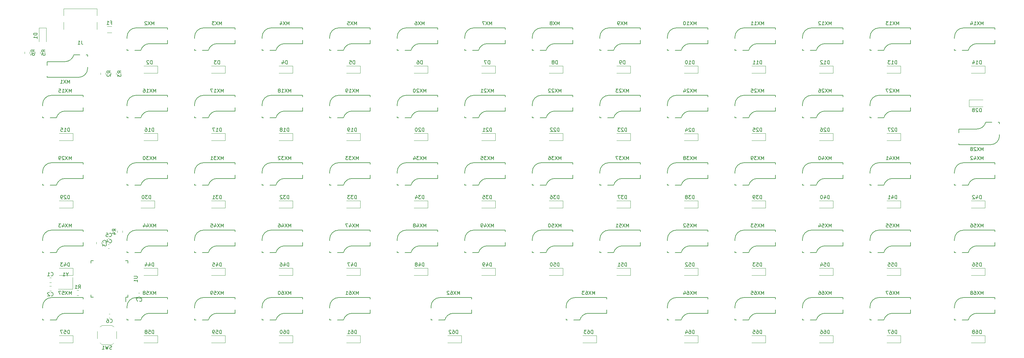
<source format=gbr>
%TF.GenerationSoftware,KiCad,Pcbnew,(5.1.6)-1*%
%TF.CreationDate,2020-08-12T01:23:20+02:00*%
%TF.ProjectId,boardswap,626f6172-6473-4776-9170-2e6b69636164,rev?*%
%TF.SameCoordinates,Original*%
%TF.FileFunction,Legend,Bot*%
%TF.FilePolarity,Positive*%
%FSLAX46Y46*%
G04 Gerber Fmt 4.6, Leading zero omitted, Abs format (unit mm)*
G04 Created by KiCad (PCBNEW (5.1.6)-1) date 2020-08-12 01:23:20*
%MOMM*%
%LPD*%
G01*
G04 APERTURE LIST*
%ADD10C,0.150000*%
%ADD11C,0.120000*%
G04 APERTURE END LIST*
D10*
%TO.C,MX15*%
X-11112500Y196278500D02*
X-11112500Y195897500D01*
X317500Y198818500D02*
X317500Y197802500D01*
X317500Y197802500D02*
X-4762500Y197802500D01*
X-7226662Y195897500D02*
X-8953500Y195897500D01*
X-10731500Y195897500D02*
X-11112500Y195897500D01*
X-11112500Y199707500D02*
X-11112500Y199326500D01*
X-8572500Y202247500D02*
X317500Y202247500D01*
X317500Y202247500D02*
X317500Y201866500D01*
X-7226662Y195878540D02*
G75*
G02*
X-4762500Y197802500I2464162J-616040D01*
G01*
X-11112500Y199707500D02*
G75*
G02*
X-8572500Y202247500I2540000J0D01*
G01*
%TO.C,U1*%
X12914095Y145186545D02*
X12339095Y145186545D01*
X12914095Y155536545D02*
X12239095Y155536545D01*
X2564095Y155536545D02*
X3239095Y155536545D01*
X2564095Y145186545D02*
X3239095Y145186545D01*
X12914095Y145186545D02*
X12914095Y145861545D01*
X2564095Y145186545D02*
X2564095Y145861545D01*
X2564095Y155536545D02*
X2564095Y154861545D01*
X12914095Y155536545D02*
X12914095Y154861545D01*
X12339095Y145186545D02*
X12339095Y143911545D01*
D11*
%TO.C,C7*%
X15910726Y145342175D02*
X16236284Y145342175D01*
X15910726Y146362175D02*
X16236284Y146362175D01*
%TO.C,C6*%
X7576316Y139389025D02*
X7901874Y139389025D01*
X7576316Y140409025D02*
X7901874Y140409025D01*
%TO.C,C5*%
X7709689Y160820365D02*
X7384131Y160820365D01*
X7709689Y161840365D02*
X7384131Y161840365D01*
%TO.C,C4*%
X7709689Y160054420D02*
X7384131Y160054420D01*
X7709689Y159034420D02*
X7384131Y159034420D01*
D10*
%TO.C,MX68*%
X246062500Y139128500D02*
X246062500Y138747500D01*
X257492500Y141668500D02*
X257492500Y140652500D01*
X257492500Y140652500D02*
X252412500Y140652500D01*
X249948338Y138747500D02*
X248221500Y138747500D01*
X246443500Y138747500D02*
X246062500Y138747500D01*
X246062500Y142557500D02*
X246062500Y142176500D01*
X248602500Y145097500D02*
X257492500Y145097500D01*
X257492500Y145097500D02*
X257492500Y144716500D01*
X249948338Y138728540D02*
G75*
G02*
X252412500Y140652500I2464162J-616040D01*
G01*
X246062500Y142557500D02*
G75*
G02*
X248602500Y145097500I2540000J0D01*
G01*
D11*
%TO.C,Y1*%
X-2671890Y147519380D02*
X-6671890Y147519380D01*
X-2671890Y150819380D02*
X-2671890Y147519380D01*
%TO.C,SW1*%
X8470355Y137261190D02*
X8960355Y136771190D01*
X5570355Y137261190D02*
X8470355Y137261190D01*
X5570355Y137261190D02*
X5080355Y136771190D01*
X5570355Y131821190D02*
X8470355Y131821190D01*
X5570355Y131821190D02*
X5080355Y132311190D01*
X9740355Y135581190D02*
X9740355Y133501190D01*
X8470355Y131821190D02*
X8960355Y132311190D01*
X4300355Y135581190D02*
X4300355Y133501190D01*
%TO.C,R6*%
X-14768190Y214054822D02*
X-14768190Y214571978D01*
X-16188190Y214054822D02*
X-16188190Y214571978D01*
%TO.C,R5*%
X-11791615Y214054822D02*
X-11791615Y214571978D01*
X-13211615Y214054822D02*
X-13211615Y214571978D01*
%TO.C,R4*%
X10005670Y163970203D02*
X10005670Y163453047D01*
X11425670Y163970203D02*
X11425670Y163453047D01*
%TO.C,R3*%
X9639725Y208101672D02*
X9639725Y208618828D01*
X8219725Y208101672D02*
X8219725Y208618828D01*
%TO.C,R2*%
X6663150Y208101672D02*
X6663150Y208618828D01*
X5243150Y208101672D02*
X5243150Y208618828D01*
%TO.C,R1*%
X-932052Y147157490D02*
X-1449208Y147157490D01*
X-932052Y145737490D02*
X-1449208Y145737490D01*
D10*
%TO.C,MX67*%
X222250000Y139128500D02*
X222250000Y138747500D01*
X233680000Y141668500D02*
X233680000Y140652500D01*
X233680000Y140652500D02*
X228600000Y140652500D01*
X226135838Y138747500D02*
X224409000Y138747500D01*
X222631000Y138747500D02*
X222250000Y138747500D01*
X222250000Y142557500D02*
X222250000Y142176500D01*
X224790000Y145097500D02*
X233680000Y145097500D01*
X233680000Y145097500D02*
X233680000Y144716500D01*
X226135838Y138728540D02*
G75*
G02*
X228600000Y140652500I2464162J-616040D01*
G01*
X222250000Y142557500D02*
G75*
G02*
X224790000Y145097500I2540000J0D01*
G01*
%TO.C,MX66*%
X203200000Y139128500D02*
X203200000Y138747500D01*
X214630000Y141668500D02*
X214630000Y140652500D01*
X214630000Y140652500D02*
X209550000Y140652500D01*
X207085838Y138747500D02*
X205359000Y138747500D01*
X203581000Y138747500D02*
X203200000Y138747500D01*
X203200000Y142557500D02*
X203200000Y142176500D01*
X205740000Y145097500D02*
X214630000Y145097500D01*
X214630000Y145097500D02*
X214630000Y144716500D01*
X207085838Y138728540D02*
G75*
G02*
X209550000Y140652500I2464162J-616040D01*
G01*
X203200000Y142557500D02*
G75*
G02*
X205740000Y145097500I2540000J0D01*
G01*
%TO.C,MX65*%
X184150000Y139128500D02*
X184150000Y138747500D01*
X195580000Y141668500D02*
X195580000Y140652500D01*
X195580000Y140652500D02*
X190500000Y140652500D01*
X188035838Y138747500D02*
X186309000Y138747500D01*
X184531000Y138747500D02*
X184150000Y138747500D01*
X184150000Y142557500D02*
X184150000Y142176500D01*
X186690000Y145097500D02*
X195580000Y145097500D01*
X195580000Y145097500D02*
X195580000Y144716500D01*
X188035838Y138728540D02*
G75*
G02*
X190500000Y140652500I2464162J-616040D01*
G01*
X184150000Y142557500D02*
G75*
G02*
X186690000Y145097500I2540000J0D01*
G01*
%TO.C,MX64*%
X165100000Y139128500D02*
X165100000Y138747500D01*
X176530000Y141668500D02*
X176530000Y140652500D01*
X176530000Y140652500D02*
X171450000Y140652500D01*
X168985838Y138747500D02*
X167259000Y138747500D01*
X165481000Y138747500D02*
X165100000Y138747500D01*
X165100000Y142557500D02*
X165100000Y142176500D01*
X167640000Y145097500D02*
X176530000Y145097500D01*
X176530000Y145097500D02*
X176530000Y144716500D01*
X168985838Y138728540D02*
G75*
G02*
X171450000Y140652500I2464162J-616040D01*
G01*
X165100000Y142557500D02*
G75*
G02*
X167640000Y145097500I2540000J0D01*
G01*
%TO.C,MX63*%
X136525000Y139128500D02*
X136525000Y138747500D01*
X147955000Y141668500D02*
X147955000Y140652500D01*
X147955000Y140652500D02*
X142875000Y140652500D01*
X140410838Y138747500D02*
X138684000Y138747500D01*
X136906000Y138747500D02*
X136525000Y138747500D01*
X136525000Y142557500D02*
X136525000Y142176500D01*
X139065000Y145097500D02*
X147955000Y145097500D01*
X147955000Y145097500D02*
X147955000Y144716500D01*
X140410838Y138728540D02*
G75*
G02*
X142875000Y140652500I2464162J-616040D01*
G01*
X136525000Y142557500D02*
G75*
G02*
X139065000Y145097500I2540000J0D01*
G01*
%TO.C,MX62*%
X98425000Y139128500D02*
X98425000Y138747500D01*
X109855000Y141668500D02*
X109855000Y140652500D01*
X109855000Y140652500D02*
X104775000Y140652500D01*
X102310838Y138747500D02*
X100584000Y138747500D01*
X98806000Y138747500D02*
X98425000Y138747500D01*
X98425000Y142557500D02*
X98425000Y142176500D01*
X100965000Y145097500D02*
X109855000Y145097500D01*
X109855000Y145097500D02*
X109855000Y144716500D01*
X102310838Y138728540D02*
G75*
G02*
X104775000Y140652500I2464162J-616040D01*
G01*
X98425000Y142557500D02*
G75*
G02*
X100965000Y145097500I2540000J0D01*
G01*
%TO.C,MX61*%
X69850000Y139128500D02*
X69850000Y138747500D01*
X81280000Y141668500D02*
X81280000Y140652500D01*
X81280000Y140652500D02*
X76200000Y140652500D01*
X73735838Y138747500D02*
X72009000Y138747500D01*
X70231000Y138747500D02*
X69850000Y138747500D01*
X69850000Y142557500D02*
X69850000Y142176500D01*
X72390000Y145097500D02*
X81280000Y145097500D01*
X81280000Y145097500D02*
X81280000Y144716500D01*
X73735838Y138728540D02*
G75*
G02*
X76200000Y140652500I2464162J-616040D01*
G01*
X69850000Y142557500D02*
G75*
G02*
X72390000Y145097500I2540000J0D01*
G01*
%TO.C,MX60*%
X50800000Y139128500D02*
X50800000Y138747500D01*
X62230000Y141668500D02*
X62230000Y140652500D01*
X62230000Y140652500D02*
X57150000Y140652500D01*
X54685838Y138747500D02*
X52959000Y138747500D01*
X51181000Y138747500D02*
X50800000Y138747500D01*
X50800000Y142557500D02*
X50800000Y142176500D01*
X53340000Y145097500D02*
X62230000Y145097500D01*
X62230000Y145097500D02*
X62230000Y144716500D01*
X54685838Y138728540D02*
G75*
G02*
X57150000Y140652500I2464162J-616040D01*
G01*
X50800000Y142557500D02*
G75*
G02*
X53340000Y145097500I2540000J0D01*
G01*
%TO.C,MX59*%
X31750000Y139128500D02*
X31750000Y138747500D01*
X43180000Y141668500D02*
X43180000Y140652500D01*
X43180000Y140652500D02*
X38100000Y140652500D01*
X35635838Y138747500D02*
X33909000Y138747500D01*
X32131000Y138747500D02*
X31750000Y138747500D01*
X31750000Y142557500D02*
X31750000Y142176500D01*
X34290000Y145097500D02*
X43180000Y145097500D01*
X43180000Y145097500D02*
X43180000Y144716500D01*
X35635838Y138728540D02*
G75*
G02*
X38100000Y140652500I2464162J-616040D01*
G01*
X31750000Y142557500D02*
G75*
G02*
X34290000Y145097500I2540000J0D01*
G01*
%TO.C,MX58*%
X12700000Y139128500D02*
X12700000Y138747500D01*
X24130000Y141668500D02*
X24130000Y140652500D01*
X24130000Y140652500D02*
X19050000Y140652500D01*
X16585838Y138747500D02*
X14859000Y138747500D01*
X13081000Y138747500D02*
X12700000Y138747500D01*
X12700000Y142557500D02*
X12700000Y142176500D01*
X15240000Y145097500D02*
X24130000Y145097500D01*
X24130000Y145097500D02*
X24130000Y144716500D01*
X16585838Y138728540D02*
G75*
G02*
X19050000Y140652500I2464162J-616040D01*
G01*
X12700000Y142557500D02*
G75*
G02*
X15240000Y145097500I2540000J0D01*
G01*
%TO.C,MX57*%
X-11112500Y139128500D02*
X-11112500Y138747500D01*
X317500Y141668500D02*
X317500Y140652500D01*
X317500Y140652500D02*
X-4762500Y140652500D01*
X-7226662Y138747500D02*
X-8953500Y138747500D01*
X-10731500Y138747500D02*
X-11112500Y138747500D01*
X-11112500Y142557500D02*
X-11112500Y142176500D01*
X-8572500Y145097500D02*
X317500Y145097500D01*
X317500Y145097500D02*
X317500Y144716500D01*
X-7226662Y138728540D02*
G75*
G02*
X-4762500Y140652500I2464162J-616040D01*
G01*
X-11112500Y142557500D02*
G75*
G02*
X-8572500Y145097500I2540000J0D01*
G01*
%TO.C,MX56*%
X246062500Y158178500D02*
X246062500Y157797500D01*
X257492500Y160718500D02*
X257492500Y159702500D01*
X257492500Y159702500D02*
X252412500Y159702500D01*
X249948338Y157797500D02*
X248221500Y157797500D01*
X246443500Y157797500D02*
X246062500Y157797500D01*
X246062500Y161607500D02*
X246062500Y161226500D01*
X248602500Y164147500D02*
X257492500Y164147500D01*
X257492500Y164147500D02*
X257492500Y163766500D01*
X249948338Y157778540D02*
G75*
G02*
X252412500Y159702500I2464162J-616040D01*
G01*
X246062500Y161607500D02*
G75*
G02*
X248602500Y164147500I2540000J0D01*
G01*
%TO.C,MX55*%
X222250000Y158178500D02*
X222250000Y157797500D01*
X233680000Y160718500D02*
X233680000Y159702500D01*
X233680000Y159702500D02*
X228600000Y159702500D01*
X226135838Y157797500D02*
X224409000Y157797500D01*
X222631000Y157797500D02*
X222250000Y157797500D01*
X222250000Y161607500D02*
X222250000Y161226500D01*
X224790000Y164147500D02*
X233680000Y164147500D01*
X233680000Y164147500D02*
X233680000Y163766500D01*
X226135838Y157778540D02*
G75*
G02*
X228600000Y159702500I2464162J-616040D01*
G01*
X222250000Y161607500D02*
G75*
G02*
X224790000Y164147500I2540000J0D01*
G01*
%TO.C,MX54*%
X203200000Y158178500D02*
X203200000Y157797500D01*
X214630000Y160718500D02*
X214630000Y159702500D01*
X214630000Y159702500D02*
X209550000Y159702500D01*
X207085838Y157797500D02*
X205359000Y157797500D01*
X203581000Y157797500D02*
X203200000Y157797500D01*
X203200000Y161607500D02*
X203200000Y161226500D01*
X205740000Y164147500D02*
X214630000Y164147500D01*
X214630000Y164147500D02*
X214630000Y163766500D01*
X207085838Y157778540D02*
G75*
G02*
X209550000Y159702500I2464162J-616040D01*
G01*
X203200000Y161607500D02*
G75*
G02*
X205740000Y164147500I2540000J0D01*
G01*
%TO.C,MX53*%
X184150000Y158178500D02*
X184150000Y157797500D01*
X195580000Y160718500D02*
X195580000Y159702500D01*
X195580000Y159702500D02*
X190500000Y159702500D01*
X188035838Y157797500D02*
X186309000Y157797500D01*
X184531000Y157797500D02*
X184150000Y157797500D01*
X184150000Y161607500D02*
X184150000Y161226500D01*
X186690000Y164147500D02*
X195580000Y164147500D01*
X195580000Y164147500D02*
X195580000Y163766500D01*
X188035838Y157778540D02*
G75*
G02*
X190500000Y159702500I2464162J-616040D01*
G01*
X184150000Y161607500D02*
G75*
G02*
X186690000Y164147500I2540000J0D01*
G01*
%TO.C,MX52*%
X165100000Y158178500D02*
X165100000Y157797500D01*
X176530000Y160718500D02*
X176530000Y159702500D01*
X176530000Y159702500D02*
X171450000Y159702500D01*
X168985838Y157797500D02*
X167259000Y157797500D01*
X165481000Y157797500D02*
X165100000Y157797500D01*
X165100000Y161607500D02*
X165100000Y161226500D01*
X167640000Y164147500D02*
X176530000Y164147500D01*
X176530000Y164147500D02*
X176530000Y163766500D01*
X168985838Y157778540D02*
G75*
G02*
X171450000Y159702500I2464162J-616040D01*
G01*
X165100000Y161607500D02*
G75*
G02*
X167640000Y164147500I2540000J0D01*
G01*
%TO.C,MX51*%
X146050000Y158178500D02*
X146050000Y157797500D01*
X157480000Y160718500D02*
X157480000Y159702500D01*
X157480000Y159702500D02*
X152400000Y159702500D01*
X149935838Y157797500D02*
X148209000Y157797500D01*
X146431000Y157797500D02*
X146050000Y157797500D01*
X146050000Y161607500D02*
X146050000Y161226500D01*
X148590000Y164147500D02*
X157480000Y164147500D01*
X157480000Y164147500D02*
X157480000Y163766500D01*
X149935838Y157778540D02*
G75*
G02*
X152400000Y159702500I2464162J-616040D01*
G01*
X146050000Y161607500D02*
G75*
G02*
X148590000Y164147500I2540000J0D01*
G01*
%TO.C,MX50*%
X127000000Y158178500D02*
X127000000Y157797500D01*
X138430000Y160718500D02*
X138430000Y159702500D01*
X138430000Y159702500D02*
X133350000Y159702500D01*
X130885838Y157797500D02*
X129159000Y157797500D01*
X127381000Y157797500D02*
X127000000Y157797500D01*
X127000000Y161607500D02*
X127000000Y161226500D01*
X129540000Y164147500D02*
X138430000Y164147500D01*
X138430000Y164147500D02*
X138430000Y163766500D01*
X130885838Y157778540D02*
G75*
G02*
X133350000Y159702500I2464162J-616040D01*
G01*
X127000000Y161607500D02*
G75*
G02*
X129540000Y164147500I2540000J0D01*
G01*
%TO.C,MX49*%
X107950000Y158178500D02*
X107950000Y157797500D01*
X119380000Y160718500D02*
X119380000Y159702500D01*
X119380000Y159702500D02*
X114300000Y159702500D01*
X111835838Y157797500D02*
X110109000Y157797500D01*
X108331000Y157797500D02*
X107950000Y157797500D01*
X107950000Y161607500D02*
X107950000Y161226500D01*
X110490000Y164147500D02*
X119380000Y164147500D01*
X119380000Y164147500D02*
X119380000Y163766500D01*
X111835838Y157778540D02*
G75*
G02*
X114300000Y159702500I2464162J-616040D01*
G01*
X107950000Y161607500D02*
G75*
G02*
X110490000Y164147500I2540000J0D01*
G01*
%TO.C,MX48*%
X88900000Y158178500D02*
X88900000Y157797500D01*
X100330000Y160718500D02*
X100330000Y159702500D01*
X100330000Y159702500D02*
X95250000Y159702500D01*
X92785838Y157797500D02*
X91059000Y157797500D01*
X89281000Y157797500D02*
X88900000Y157797500D01*
X88900000Y161607500D02*
X88900000Y161226500D01*
X91440000Y164147500D02*
X100330000Y164147500D01*
X100330000Y164147500D02*
X100330000Y163766500D01*
X92785838Y157778540D02*
G75*
G02*
X95250000Y159702500I2464162J-616040D01*
G01*
X88900000Y161607500D02*
G75*
G02*
X91440000Y164147500I2540000J0D01*
G01*
%TO.C,MX47*%
X69850000Y158178500D02*
X69850000Y157797500D01*
X81280000Y160718500D02*
X81280000Y159702500D01*
X81280000Y159702500D02*
X76200000Y159702500D01*
X73735838Y157797500D02*
X72009000Y157797500D01*
X70231000Y157797500D02*
X69850000Y157797500D01*
X69850000Y161607500D02*
X69850000Y161226500D01*
X72390000Y164147500D02*
X81280000Y164147500D01*
X81280000Y164147500D02*
X81280000Y163766500D01*
X73735838Y157778540D02*
G75*
G02*
X76200000Y159702500I2464162J-616040D01*
G01*
X69850000Y161607500D02*
G75*
G02*
X72390000Y164147500I2540000J0D01*
G01*
%TO.C,MX46*%
X50800000Y158178500D02*
X50800000Y157797500D01*
X62230000Y160718500D02*
X62230000Y159702500D01*
X62230000Y159702500D02*
X57150000Y159702500D01*
X54685838Y157797500D02*
X52959000Y157797500D01*
X51181000Y157797500D02*
X50800000Y157797500D01*
X50800000Y161607500D02*
X50800000Y161226500D01*
X53340000Y164147500D02*
X62230000Y164147500D01*
X62230000Y164147500D02*
X62230000Y163766500D01*
X54685838Y157778540D02*
G75*
G02*
X57150000Y159702500I2464162J-616040D01*
G01*
X50800000Y161607500D02*
G75*
G02*
X53340000Y164147500I2540000J0D01*
G01*
%TO.C,MX45*%
X31750000Y158178500D02*
X31750000Y157797500D01*
X43180000Y160718500D02*
X43180000Y159702500D01*
X43180000Y159702500D02*
X38100000Y159702500D01*
X35635838Y157797500D02*
X33909000Y157797500D01*
X32131000Y157797500D02*
X31750000Y157797500D01*
X31750000Y161607500D02*
X31750000Y161226500D01*
X34290000Y164147500D02*
X43180000Y164147500D01*
X43180000Y164147500D02*
X43180000Y163766500D01*
X35635838Y157778540D02*
G75*
G02*
X38100000Y159702500I2464162J-616040D01*
G01*
X31750000Y161607500D02*
G75*
G02*
X34290000Y164147500I2540000J0D01*
G01*
%TO.C,MX44*%
X12700000Y158178500D02*
X12700000Y157797500D01*
X24130000Y160718500D02*
X24130000Y159702500D01*
X24130000Y159702500D02*
X19050000Y159702500D01*
X16585838Y157797500D02*
X14859000Y157797500D01*
X13081000Y157797500D02*
X12700000Y157797500D01*
X12700000Y161607500D02*
X12700000Y161226500D01*
X15240000Y164147500D02*
X24130000Y164147500D01*
X24130000Y164147500D02*
X24130000Y163766500D01*
X16585838Y157778540D02*
G75*
G02*
X19050000Y159702500I2464162J-616040D01*
G01*
X12700000Y161607500D02*
G75*
G02*
X15240000Y164147500I2540000J0D01*
G01*
%TO.C,MX43*%
X-11112500Y158178500D02*
X-11112500Y157797500D01*
X317500Y160718500D02*
X317500Y159702500D01*
X317500Y159702500D02*
X-4762500Y159702500D01*
X-7226662Y157797500D02*
X-8953500Y157797500D01*
X-10731500Y157797500D02*
X-11112500Y157797500D01*
X-11112500Y161607500D02*
X-11112500Y161226500D01*
X-8572500Y164147500D02*
X317500Y164147500D01*
X317500Y164147500D02*
X317500Y163766500D01*
X-7226662Y157778540D02*
G75*
G02*
X-4762500Y159702500I2464162J-616040D01*
G01*
X-11112500Y161607500D02*
G75*
G02*
X-8572500Y164147500I2540000J0D01*
G01*
%TO.C,MX42*%
X246062500Y177228500D02*
X246062500Y176847500D01*
X257492500Y179768500D02*
X257492500Y178752500D01*
X257492500Y178752500D02*
X252412500Y178752500D01*
X249948338Y176847500D02*
X248221500Y176847500D01*
X246443500Y176847500D02*
X246062500Y176847500D01*
X246062500Y180657500D02*
X246062500Y180276500D01*
X248602500Y183197500D02*
X257492500Y183197500D01*
X257492500Y183197500D02*
X257492500Y182816500D01*
X249948338Y176828540D02*
G75*
G02*
X252412500Y178752500I2464162J-616040D01*
G01*
X246062500Y180657500D02*
G75*
G02*
X248602500Y183197500I2540000J0D01*
G01*
%TO.C,MX41*%
X222250000Y177228500D02*
X222250000Y176847500D01*
X233680000Y179768500D02*
X233680000Y178752500D01*
X233680000Y178752500D02*
X228600000Y178752500D01*
X226135838Y176847500D02*
X224409000Y176847500D01*
X222631000Y176847500D02*
X222250000Y176847500D01*
X222250000Y180657500D02*
X222250000Y180276500D01*
X224790000Y183197500D02*
X233680000Y183197500D01*
X233680000Y183197500D02*
X233680000Y182816500D01*
X226135838Y176828540D02*
G75*
G02*
X228600000Y178752500I2464162J-616040D01*
G01*
X222250000Y180657500D02*
G75*
G02*
X224790000Y183197500I2540000J0D01*
G01*
%TO.C,MX40*%
X203200000Y177228500D02*
X203200000Y176847500D01*
X214630000Y179768500D02*
X214630000Y178752500D01*
X214630000Y178752500D02*
X209550000Y178752500D01*
X207085838Y176847500D02*
X205359000Y176847500D01*
X203581000Y176847500D02*
X203200000Y176847500D01*
X203200000Y180657500D02*
X203200000Y180276500D01*
X205740000Y183197500D02*
X214630000Y183197500D01*
X214630000Y183197500D02*
X214630000Y182816500D01*
X207085838Y176828540D02*
G75*
G02*
X209550000Y178752500I2464162J-616040D01*
G01*
X203200000Y180657500D02*
G75*
G02*
X205740000Y183197500I2540000J0D01*
G01*
%TO.C,MX39*%
X184150000Y177228500D02*
X184150000Y176847500D01*
X195580000Y179768500D02*
X195580000Y178752500D01*
X195580000Y178752500D02*
X190500000Y178752500D01*
X188035838Y176847500D02*
X186309000Y176847500D01*
X184531000Y176847500D02*
X184150000Y176847500D01*
X184150000Y180657500D02*
X184150000Y180276500D01*
X186690000Y183197500D02*
X195580000Y183197500D01*
X195580000Y183197500D02*
X195580000Y182816500D01*
X188035838Y176828540D02*
G75*
G02*
X190500000Y178752500I2464162J-616040D01*
G01*
X184150000Y180657500D02*
G75*
G02*
X186690000Y183197500I2540000J0D01*
G01*
%TO.C,MX38*%
X165100000Y177228500D02*
X165100000Y176847500D01*
X176530000Y179768500D02*
X176530000Y178752500D01*
X176530000Y178752500D02*
X171450000Y178752500D01*
X168985838Y176847500D02*
X167259000Y176847500D01*
X165481000Y176847500D02*
X165100000Y176847500D01*
X165100000Y180657500D02*
X165100000Y180276500D01*
X167640000Y183197500D02*
X176530000Y183197500D01*
X176530000Y183197500D02*
X176530000Y182816500D01*
X168985838Y176828540D02*
G75*
G02*
X171450000Y178752500I2464162J-616040D01*
G01*
X165100000Y180657500D02*
G75*
G02*
X167640000Y183197500I2540000J0D01*
G01*
%TO.C,MX37*%
X146050000Y177228500D02*
X146050000Y176847500D01*
X157480000Y179768500D02*
X157480000Y178752500D01*
X157480000Y178752500D02*
X152400000Y178752500D01*
X149935838Y176847500D02*
X148209000Y176847500D01*
X146431000Y176847500D02*
X146050000Y176847500D01*
X146050000Y180657500D02*
X146050000Y180276500D01*
X148590000Y183197500D02*
X157480000Y183197500D01*
X157480000Y183197500D02*
X157480000Y182816500D01*
X149935838Y176828540D02*
G75*
G02*
X152400000Y178752500I2464162J-616040D01*
G01*
X146050000Y180657500D02*
G75*
G02*
X148590000Y183197500I2540000J0D01*
G01*
%TO.C,MX36*%
X127000000Y177228500D02*
X127000000Y176847500D01*
X138430000Y179768500D02*
X138430000Y178752500D01*
X138430000Y178752500D02*
X133350000Y178752500D01*
X130885838Y176847500D02*
X129159000Y176847500D01*
X127381000Y176847500D02*
X127000000Y176847500D01*
X127000000Y180657500D02*
X127000000Y180276500D01*
X129540000Y183197500D02*
X138430000Y183197500D01*
X138430000Y183197500D02*
X138430000Y182816500D01*
X130885838Y176828540D02*
G75*
G02*
X133350000Y178752500I2464162J-616040D01*
G01*
X127000000Y180657500D02*
G75*
G02*
X129540000Y183197500I2540000J0D01*
G01*
%TO.C,MX35*%
X107950000Y177228500D02*
X107950000Y176847500D01*
X119380000Y179768500D02*
X119380000Y178752500D01*
X119380000Y178752500D02*
X114300000Y178752500D01*
X111835838Y176847500D02*
X110109000Y176847500D01*
X108331000Y176847500D02*
X107950000Y176847500D01*
X107950000Y180657500D02*
X107950000Y180276500D01*
X110490000Y183197500D02*
X119380000Y183197500D01*
X119380000Y183197500D02*
X119380000Y182816500D01*
X111835838Y176828540D02*
G75*
G02*
X114300000Y178752500I2464162J-616040D01*
G01*
X107950000Y180657500D02*
G75*
G02*
X110490000Y183197500I2540000J0D01*
G01*
%TO.C,MX34*%
X88900000Y177228500D02*
X88900000Y176847500D01*
X100330000Y179768500D02*
X100330000Y178752500D01*
X100330000Y178752500D02*
X95250000Y178752500D01*
X92785838Y176847500D02*
X91059000Y176847500D01*
X89281000Y176847500D02*
X88900000Y176847500D01*
X88900000Y180657500D02*
X88900000Y180276500D01*
X91440000Y183197500D02*
X100330000Y183197500D01*
X100330000Y183197500D02*
X100330000Y182816500D01*
X92785838Y176828540D02*
G75*
G02*
X95250000Y178752500I2464162J-616040D01*
G01*
X88900000Y180657500D02*
G75*
G02*
X91440000Y183197500I2540000J0D01*
G01*
%TO.C,MX33*%
X69850000Y177228500D02*
X69850000Y176847500D01*
X81280000Y179768500D02*
X81280000Y178752500D01*
X81280000Y178752500D02*
X76200000Y178752500D01*
X73735838Y176847500D02*
X72009000Y176847500D01*
X70231000Y176847500D02*
X69850000Y176847500D01*
X69850000Y180657500D02*
X69850000Y180276500D01*
X72390000Y183197500D02*
X81280000Y183197500D01*
X81280000Y183197500D02*
X81280000Y182816500D01*
X73735838Y176828540D02*
G75*
G02*
X76200000Y178752500I2464162J-616040D01*
G01*
X69850000Y180657500D02*
G75*
G02*
X72390000Y183197500I2540000J0D01*
G01*
%TO.C,MX32*%
X50800000Y177228500D02*
X50800000Y176847500D01*
X62230000Y179768500D02*
X62230000Y178752500D01*
X62230000Y178752500D02*
X57150000Y178752500D01*
X54685838Y176847500D02*
X52959000Y176847500D01*
X51181000Y176847500D02*
X50800000Y176847500D01*
X50800000Y180657500D02*
X50800000Y180276500D01*
X53340000Y183197500D02*
X62230000Y183197500D01*
X62230000Y183197500D02*
X62230000Y182816500D01*
X54685838Y176828540D02*
G75*
G02*
X57150000Y178752500I2464162J-616040D01*
G01*
X50800000Y180657500D02*
G75*
G02*
X53340000Y183197500I2540000J0D01*
G01*
%TO.C,MX31*%
X31750000Y177228500D02*
X31750000Y176847500D01*
X43180000Y179768500D02*
X43180000Y178752500D01*
X43180000Y178752500D02*
X38100000Y178752500D01*
X35635838Y176847500D02*
X33909000Y176847500D01*
X32131000Y176847500D02*
X31750000Y176847500D01*
X31750000Y180657500D02*
X31750000Y180276500D01*
X34290000Y183197500D02*
X43180000Y183197500D01*
X43180000Y183197500D02*
X43180000Y182816500D01*
X35635838Y176828540D02*
G75*
G02*
X38100000Y178752500I2464162J-616040D01*
G01*
X31750000Y180657500D02*
G75*
G02*
X34290000Y183197500I2540000J0D01*
G01*
%TO.C,MX30*%
X12700000Y177228500D02*
X12700000Y176847500D01*
X24130000Y179768500D02*
X24130000Y178752500D01*
X24130000Y178752500D02*
X19050000Y178752500D01*
X16585838Y176847500D02*
X14859000Y176847500D01*
X13081000Y176847500D02*
X12700000Y176847500D01*
X12700000Y180657500D02*
X12700000Y180276500D01*
X15240000Y183197500D02*
X24130000Y183197500D01*
X24130000Y183197500D02*
X24130000Y182816500D01*
X16585838Y176828540D02*
G75*
G02*
X19050000Y178752500I2464162J-616040D01*
G01*
X12700000Y180657500D02*
G75*
G02*
X15240000Y183197500I2540000J0D01*
G01*
%TO.C,MX29*%
X-11112500Y177228500D02*
X-11112500Y176847500D01*
X317500Y179768500D02*
X317500Y178752500D01*
X317500Y178752500D02*
X-4762500Y178752500D01*
X-7226662Y176847500D02*
X-8953500Y176847500D01*
X-10731500Y176847500D02*
X-11112500Y176847500D01*
X-11112500Y180657500D02*
X-11112500Y180276500D01*
X-8572500Y183197500D02*
X317500Y183197500D01*
X317500Y183197500D02*
X317500Y182816500D01*
X-7226662Y176828540D02*
G75*
G02*
X-4762500Y178752500I2464162J-616040D01*
G01*
X-11112500Y180657500D02*
G75*
G02*
X-8572500Y183197500I2540000J0D01*
G01*
%TO.C,MX28*%
X258762500Y194246500D02*
X258762500Y194627500D01*
X247332500Y191706500D02*
X247332500Y192722500D01*
X247332500Y192722500D02*
X252412500Y192722500D01*
X254876662Y194627500D02*
X256603500Y194627500D01*
X258381500Y194627500D02*
X258762500Y194627500D01*
X258762500Y190817500D02*
X258762500Y191198500D01*
X256222500Y188277500D02*
X247332500Y188277500D01*
X247332500Y188277500D02*
X247332500Y188658500D01*
X254876662Y194646460D02*
G75*
G02*
X252412500Y192722500I-2464162J616040D01*
G01*
X258762500Y190817500D02*
G75*
G02*
X256222500Y188277500I-2540000J0D01*
G01*
%TO.C,MX27*%
X222250000Y196278500D02*
X222250000Y195897500D01*
X233680000Y198818500D02*
X233680000Y197802500D01*
X233680000Y197802500D02*
X228600000Y197802500D01*
X226135838Y195897500D02*
X224409000Y195897500D01*
X222631000Y195897500D02*
X222250000Y195897500D01*
X222250000Y199707500D02*
X222250000Y199326500D01*
X224790000Y202247500D02*
X233680000Y202247500D01*
X233680000Y202247500D02*
X233680000Y201866500D01*
X226135838Y195878540D02*
G75*
G02*
X228600000Y197802500I2464162J-616040D01*
G01*
X222250000Y199707500D02*
G75*
G02*
X224790000Y202247500I2540000J0D01*
G01*
%TO.C,MX26*%
X203200000Y196278500D02*
X203200000Y195897500D01*
X214630000Y198818500D02*
X214630000Y197802500D01*
X214630000Y197802500D02*
X209550000Y197802500D01*
X207085838Y195897500D02*
X205359000Y195897500D01*
X203581000Y195897500D02*
X203200000Y195897500D01*
X203200000Y199707500D02*
X203200000Y199326500D01*
X205740000Y202247500D02*
X214630000Y202247500D01*
X214630000Y202247500D02*
X214630000Y201866500D01*
X207085838Y195878540D02*
G75*
G02*
X209550000Y197802500I2464162J-616040D01*
G01*
X203200000Y199707500D02*
G75*
G02*
X205740000Y202247500I2540000J0D01*
G01*
%TO.C,MX25*%
X184150000Y196278500D02*
X184150000Y195897500D01*
X195580000Y198818500D02*
X195580000Y197802500D01*
X195580000Y197802500D02*
X190500000Y197802500D01*
X188035838Y195897500D02*
X186309000Y195897500D01*
X184531000Y195897500D02*
X184150000Y195897500D01*
X184150000Y199707500D02*
X184150000Y199326500D01*
X186690000Y202247500D02*
X195580000Y202247500D01*
X195580000Y202247500D02*
X195580000Y201866500D01*
X188035838Y195878540D02*
G75*
G02*
X190500000Y197802500I2464162J-616040D01*
G01*
X184150000Y199707500D02*
G75*
G02*
X186690000Y202247500I2540000J0D01*
G01*
%TO.C,MX24*%
X165100000Y196278500D02*
X165100000Y195897500D01*
X176530000Y198818500D02*
X176530000Y197802500D01*
X176530000Y197802500D02*
X171450000Y197802500D01*
X168985838Y195897500D02*
X167259000Y195897500D01*
X165481000Y195897500D02*
X165100000Y195897500D01*
X165100000Y199707500D02*
X165100000Y199326500D01*
X167640000Y202247500D02*
X176530000Y202247500D01*
X176530000Y202247500D02*
X176530000Y201866500D01*
X168985838Y195878540D02*
G75*
G02*
X171450000Y197802500I2464162J-616040D01*
G01*
X165100000Y199707500D02*
G75*
G02*
X167640000Y202247500I2540000J0D01*
G01*
%TO.C,MX23*%
X146050000Y196278500D02*
X146050000Y195897500D01*
X157480000Y198818500D02*
X157480000Y197802500D01*
X157480000Y197802500D02*
X152400000Y197802500D01*
X149935838Y195897500D02*
X148209000Y195897500D01*
X146431000Y195897500D02*
X146050000Y195897500D01*
X146050000Y199707500D02*
X146050000Y199326500D01*
X148590000Y202247500D02*
X157480000Y202247500D01*
X157480000Y202247500D02*
X157480000Y201866500D01*
X149935838Y195878540D02*
G75*
G02*
X152400000Y197802500I2464162J-616040D01*
G01*
X146050000Y199707500D02*
G75*
G02*
X148590000Y202247500I2540000J0D01*
G01*
%TO.C,MX22*%
X127000000Y196278500D02*
X127000000Y195897500D01*
X138430000Y198818500D02*
X138430000Y197802500D01*
X138430000Y197802500D02*
X133350000Y197802500D01*
X130885838Y195897500D02*
X129159000Y195897500D01*
X127381000Y195897500D02*
X127000000Y195897500D01*
X127000000Y199707500D02*
X127000000Y199326500D01*
X129540000Y202247500D02*
X138430000Y202247500D01*
X138430000Y202247500D02*
X138430000Y201866500D01*
X130885838Y195878540D02*
G75*
G02*
X133350000Y197802500I2464162J-616040D01*
G01*
X127000000Y199707500D02*
G75*
G02*
X129540000Y202247500I2540000J0D01*
G01*
%TO.C,MX21*%
X107950000Y196278500D02*
X107950000Y195897500D01*
X119380000Y198818500D02*
X119380000Y197802500D01*
X119380000Y197802500D02*
X114300000Y197802500D01*
X111835838Y195897500D02*
X110109000Y195897500D01*
X108331000Y195897500D02*
X107950000Y195897500D01*
X107950000Y199707500D02*
X107950000Y199326500D01*
X110490000Y202247500D02*
X119380000Y202247500D01*
X119380000Y202247500D02*
X119380000Y201866500D01*
X111835838Y195878540D02*
G75*
G02*
X114300000Y197802500I2464162J-616040D01*
G01*
X107950000Y199707500D02*
G75*
G02*
X110490000Y202247500I2540000J0D01*
G01*
%TO.C,MX20*%
X88900000Y196278500D02*
X88900000Y195897500D01*
X100330000Y198818500D02*
X100330000Y197802500D01*
X100330000Y197802500D02*
X95250000Y197802500D01*
X92785838Y195897500D02*
X91059000Y195897500D01*
X89281000Y195897500D02*
X88900000Y195897500D01*
X88900000Y199707500D02*
X88900000Y199326500D01*
X91440000Y202247500D02*
X100330000Y202247500D01*
X100330000Y202247500D02*
X100330000Y201866500D01*
X92785838Y195878540D02*
G75*
G02*
X95250000Y197802500I2464162J-616040D01*
G01*
X88900000Y199707500D02*
G75*
G02*
X91440000Y202247500I2540000J0D01*
G01*
%TO.C,MX19*%
X69850000Y196278500D02*
X69850000Y195897500D01*
X81280000Y198818500D02*
X81280000Y197802500D01*
X81280000Y197802500D02*
X76200000Y197802500D01*
X73735838Y195897500D02*
X72009000Y195897500D01*
X70231000Y195897500D02*
X69850000Y195897500D01*
X69850000Y199707500D02*
X69850000Y199326500D01*
X72390000Y202247500D02*
X81280000Y202247500D01*
X81280000Y202247500D02*
X81280000Y201866500D01*
X73735838Y195878540D02*
G75*
G02*
X76200000Y197802500I2464162J-616040D01*
G01*
X69850000Y199707500D02*
G75*
G02*
X72390000Y202247500I2540000J0D01*
G01*
%TO.C,MX18*%
X50800000Y196278500D02*
X50800000Y195897500D01*
X62230000Y198818500D02*
X62230000Y197802500D01*
X62230000Y197802500D02*
X57150000Y197802500D01*
X54685838Y195897500D02*
X52959000Y195897500D01*
X51181000Y195897500D02*
X50800000Y195897500D01*
X50800000Y199707500D02*
X50800000Y199326500D01*
X53340000Y202247500D02*
X62230000Y202247500D01*
X62230000Y202247500D02*
X62230000Y201866500D01*
X54685838Y195878540D02*
G75*
G02*
X57150000Y197802500I2464162J-616040D01*
G01*
X50800000Y199707500D02*
G75*
G02*
X53340000Y202247500I2540000J0D01*
G01*
%TO.C,MX17*%
X31750000Y196278500D02*
X31750000Y195897500D01*
X43180000Y198818500D02*
X43180000Y197802500D01*
X43180000Y197802500D02*
X38100000Y197802500D01*
X35635838Y195897500D02*
X33909000Y195897500D01*
X32131000Y195897500D02*
X31750000Y195897500D01*
X31750000Y199707500D02*
X31750000Y199326500D01*
X34290000Y202247500D02*
X43180000Y202247500D01*
X43180000Y202247500D02*
X43180000Y201866500D01*
X35635838Y195878540D02*
G75*
G02*
X38100000Y197802500I2464162J-616040D01*
G01*
X31750000Y199707500D02*
G75*
G02*
X34290000Y202247500I2540000J0D01*
G01*
%TO.C,MX16*%
X12700000Y196278500D02*
X12700000Y195897500D01*
X24130000Y198818500D02*
X24130000Y197802500D01*
X24130000Y197802500D02*
X19050000Y197802500D01*
X16585838Y195897500D02*
X14859000Y195897500D01*
X13081000Y195897500D02*
X12700000Y195897500D01*
X12700000Y199707500D02*
X12700000Y199326500D01*
X15240000Y202247500D02*
X24130000Y202247500D01*
X24130000Y202247500D02*
X24130000Y201866500D01*
X16585838Y195878540D02*
G75*
G02*
X19050000Y197802500I2464162J-616040D01*
G01*
X12700000Y199707500D02*
G75*
G02*
X15240000Y202247500I2540000J0D01*
G01*
%TO.C,MX14*%
X246062500Y215328500D02*
X246062500Y214947500D01*
X257492500Y217868500D02*
X257492500Y216852500D01*
X257492500Y216852500D02*
X252412500Y216852500D01*
X249948338Y214947500D02*
X248221500Y214947500D01*
X246443500Y214947500D02*
X246062500Y214947500D01*
X246062500Y218757500D02*
X246062500Y218376500D01*
X248602500Y221297500D02*
X257492500Y221297500D01*
X257492500Y221297500D02*
X257492500Y220916500D01*
X249948338Y214928540D02*
G75*
G02*
X252412500Y216852500I2464162J-616040D01*
G01*
X246062500Y218757500D02*
G75*
G02*
X248602500Y221297500I2540000J0D01*
G01*
%TO.C,MX13*%
X222250000Y215328500D02*
X222250000Y214947500D01*
X233680000Y217868500D02*
X233680000Y216852500D01*
X233680000Y216852500D02*
X228600000Y216852500D01*
X226135838Y214947500D02*
X224409000Y214947500D01*
X222631000Y214947500D02*
X222250000Y214947500D01*
X222250000Y218757500D02*
X222250000Y218376500D01*
X224790000Y221297500D02*
X233680000Y221297500D01*
X233680000Y221297500D02*
X233680000Y220916500D01*
X226135838Y214928540D02*
G75*
G02*
X228600000Y216852500I2464162J-616040D01*
G01*
X222250000Y218757500D02*
G75*
G02*
X224790000Y221297500I2540000J0D01*
G01*
%TO.C,MX12*%
X203200000Y215328500D02*
X203200000Y214947500D01*
X214630000Y217868500D02*
X214630000Y216852500D01*
X214630000Y216852500D02*
X209550000Y216852500D01*
X207085838Y214947500D02*
X205359000Y214947500D01*
X203581000Y214947500D02*
X203200000Y214947500D01*
X203200000Y218757500D02*
X203200000Y218376500D01*
X205740000Y221297500D02*
X214630000Y221297500D01*
X214630000Y221297500D02*
X214630000Y220916500D01*
X207085838Y214928540D02*
G75*
G02*
X209550000Y216852500I2464162J-616040D01*
G01*
X203200000Y218757500D02*
G75*
G02*
X205740000Y221297500I2540000J0D01*
G01*
%TO.C,MX11*%
X184150000Y215328500D02*
X184150000Y214947500D01*
X195580000Y217868500D02*
X195580000Y216852500D01*
X195580000Y216852500D02*
X190500000Y216852500D01*
X188035838Y214947500D02*
X186309000Y214947500D01*
X184531000Y214947500D02*
X184150000Y214947500D01*
X184150000Y218757500D02*
X184150000Y218376500D01*
X186690000Y221297500D02*
X195580000Y221297500D01*
X195580000Y221297500D02*
X195580000Y220916500D01*
X188035838Y214928540D02*
G75*
G02*
X190500000Y216852500I2464162J-616040D01*
G01*
X184150000Y218757500D02*
G75*
G02*
X186690000Y221297500I2540000J0D01*
G01*
%TO.C,MX10*%
X165100000Y215328500D02*
X165100000Y214947500D01*
X176530000Y217868500D02*
X176530000Y216852500D01*
X176530000Y216852500D02*
X171450000Y216852500D01*
X168985838Y214947500D02*
X167259000Y214947500D01*
X165481000Y214947500D02*
X165100000Y214947500D01*
X165100000Y218757500D02*
X165100000Y218376500D01*
X167640000Y221297500D02*
X176530000Y221297500D01*
X176530000Y221297500D02*
X176530000Y220916500D01*
X168985838Y214928540D02*
G75*
G02*
X171450000Y216852500I2464162J-616040D01*
G01*
X165100000Y218757500D02*
G75*
G02*
X167640000Y221297500I2540000J0D01*
G01*
%TO.C,MX9*%
X146050000Y215328500D02*
X146050000Y214947500D01*
X157480000Y217868500D02*
X157480000Y216852500D01*
X157480000Y216852500D02*
X152400000Y216852500D01*
X149935838Y214947500D02*
X148209000Y214947500D01*
X146431000Y214947500D02*
X146050000Y214947500D01*
X146050000Y218757500D02*
X146050000Y218376500D01*
X148590000Y221297500D02*
X157480000Y221297500D01*
X157480000Y221297500D02*
X157480000Y220916500D01*
X149935838Y214928540D02*
G75*
G02*
X152400000Y216852500I2464162J-616040D01*
G01*
X146050000Y218757500D02*
G75*
G02*
X148590000Y221297500I2540000J0D01*
G01*
%TO.C,MX8*%
X127000000Y215328500D02*
X127000000Y214947500D01*
X138430000Y217868500D02*
X138430000Y216852500D01*
X138430000Y216852500D02*
X133350000Y216852500D01*
X130885838Y214947500D02*
X129159000Y214947500D01*
X127381000Y214947500D02*
X127000000Y214947500D01*
X127000000Y218757500D02*
X127000000Y218376500D01*
X129540000Y221297500D02*
X138430000Y221297500D01*
X138430000Y221297500D02*
X138430000Y220916500D01*
X130885838Y214928540D02*
G75*
G02*
X133350000Y216852500I2464162J-616040D01*
G01*
X127000000Y218757500D02*
G75*
G02*
X129540000Y221297500I2540000J0D01*
G01*
%TO.C,MX7*%
X107950000Y215328500D02*
X107950000Y214947500D01*
X119380000Y217868500D02*
X119380000Y216852500D01*
X119380000Y216852500D02*
X114300000Y216852500D01*
X111835838Y214947500D02*
X110109000Y214947500D01*
X108331000Y214947500D02*
X107950000Y214947500D01*
X107950000Y218757500D02*
X107950000Y218376500D01*
X110490000Y221297500D02*
X119380000Y221297500D01*
X119380000Y221297500D02*
X119380000Y220916500D01*
X111835838Y214928540D02*
G75*
G02*
X114300000Y216852500I2464162J-616040D01*
G01*
X107950000Y218757500D02*
G75*
G02*
X110490000Y221297500I2540000J0D01*
G01*
%TO.C,MX6*%
X88900000Y215328500D02*
X88900000Y214947500D01*
X100330000Y217868500D02*
X100330000Y216852500D01*
X100330000Y216852500D02*
X95250000Y216852500D01*
X92785838Y214947500D02*
X91059000Y214947500D01*
X89281000Y214947500D02*
X88900000Y214947500D01*
X88900000Y218757500D02*
X88900000Y218376500D01*
X91440000Y221297500D02*
X100330000Y221297500D01*
X100330000Y221297500D02*
X100330000Y220916500D01*
X92785838Y214928540D02*
G75*
G02*
X95250000Y216852500I2464162J-616040D01*
G01*
X88900000Y218757500D02*
G75*
G02*
X91440000Y221297500I2540000J0D01*
G01*
%TO.C,MX5*%
X69850000Y215328500D02*
X69850000Y214947500D01*
X81280000Y217868500D02*
X81280000Y216852500D01*
X81280000Y216852500D02*
X76200000Y216852500D01*
X73735838Y214947500D02*
X72009000Y214947500D01*
X70231000Y214947500D02*
X69850000Y214947500D01*
X69850000Y218757500D02*
X69850000Y218376500D01*
X72390000Y221297500D02*
X81280000Y221297500D01*
X81280000Y221297500D02*
X81280000Y220916500D01*
X73735838Y214928540D02*
G75*
G02*
X76200000Y216852500I2464162J-616040D01*
G01*
X69850000Y218757500D02*
G75*
G02*
X72390000Y221297500I2540000J0D01*
G01*
%TO.C,MX4*%
X50800000Y215328500D02*
X50800000Y214947500D01*
X62230000Y217868500D02*
X62230000Y216852500D01*
X62230000Y216852500D02*
X57150000Y216852500D01*
X54685838Y214947500D02*
X52959000Y214947500D01*
X51181000Y214947500D02*
X50800000Y214947500D01*
X50800000Y218757500D02*
X50800000Y218376500D01*
X53340000Y221297500D02*
X62230000Y221297500D01*
X62230000Y221297500D02*
X62230000Y220916500D01*
X54685838Y214928540D02*
G75*
G02*
X57150000Y216852500I2464162J-616040D01*
G01*
X50800000Y218757500D02*
G75*
G02*
X53340000Y221297500I2540000J0D01*
G01*
%TO.C,MX3*%
X31750000Y215328500D02*
X31750000Y214947500D01*
X43180000Y217868500D02*
X43180000Y216852500D01*
X43180000Y216852500D02*
X38100000Y216852500D01*
X35635838Y214947500D02*
X33909000Y214947500D01*
X32131000Y214947500D02*
X31750000Y214947500D01*
X31750000Y218757500D02*
X31750000Y218376500D01*
X34290000Y221297500D02*
X43180000Y221297500D01*
X43180000Y221297500D02*
X43180000Y220916500D01*
X35635838Y214928540D02*
G75*
G02*
X38100000Y216852500I2464162J-616040D01*
G01*
X31750000Y218757500D02*
G75*
G02*
X34290000Y221297500I2540000J0D01*
G01*
%TO.C,MX2*%
X12700000Y215328500D02*
X12700000Y214947500D01*
X24130000Y217868500D02*
X24130000Y216852500D01*
X24130000Y216852500D02*
X19050000Y216852500D01*
X16585838Y214947500D02*
X14859000Y214947500D01*
X13081000Y214947500D02*
X12700000Y214947500D01*
X12700000Y218757500D02*
X12700000Y218376500D01*
X15240000Y221297500D02*
X24130000Y221297500D01*
X24130000Y221297500D02*
X24130000Y220916500D01*
X16585838Y214928540D02*
G75*
G02*
X19050000Y216852500I2464162J-616040D01*
G01*
X12700000Y218757500D02*
G75*
G02*
X15240000Y221297500I2540000J0D01*
G01*
%TO.C,MX1*%
X1587500Y213296500D02*
X1587500Y213677500D01*
X-9842500Y210756500D02*
X-9842500Y211772500D01*
X-9842500Y211772500D02*
X-4762500Y211772500D01*
X-2298338Y213677500D02*
X-571500Y213677500D01*
X1206500Y213677500D02*
X1587500Y213677500D01*
X1587500Y209867500D02*
X1587500Y210248500D01*
X-952500Y207327500D02*
X-9842500Y207327500D01*
X-9842500Y207327500D02*
X-9842500Y207708500D01*
X-2298338Y213696460D02*
G75*
G02*
X-4762500Y211772500I-2464162J616040D01*
G01*
X1587500Y209867500D02*
G75*
G02*
X-952500Y207327500I-2540000J0D01*
G01*
D11*
%TO.C,J1*%
X-5170000Y224787500D02*
X-5170000Y226687500D01*
X-5170000Y220887500D02*
X-5170000Y222887500D01*
X4230000Y224787500D02*
X4230000Y226687500D01*
X4230000Y220887500D02*
X4230000Y222887500D01*
X-5170000Y226687500D02*
X4230000Y226687500D01*
%TO.C,F1*%
X8341159Y221771865D02*
X7137031Y221771865D01*
X8341159Y219951865D02*
X7137031Y219951865D01*
%TO.C,D68*%
X254663560Y134350000D02*
X254663560Y132350000D01*
X254663560Y132350000D02*
X250763560Y132350000D01*
X254663560Y134350000D02*
X250763560Y134350000D01*
%TO.C,D67*%
X230850960Y134350000D02*
X230850960Y132350000D01*
X230850960Y132350000D02*
X226950960Y132350000D01*
X230850960Y134350000D02*
X226950960Y134350000D01*
%TO.C,D66*%
X211800880Y134350560D02*
X211800880Y132350560D01*
X211800880Y132350560D02*
X207900880Y132350560D01*
X211800880Y134350560D02*
X207900880Y134350560D01*
%TO.C,D65*%
X192750800Y134350560D02*
X192750800Y132350560D01*
X192750800Y132350560D02*
X188850800Y132350560D01*
X192750800Y134350560D02*
X188850800Y134350560D01*
%TO.C,D64*%
X173700720Y134350560D02*
X173700720Y132350560D01*
X173700720Y132350560D02*
X169800720Y132350560D01*
X173700720Y134350560D02*
X169800720Y134350560D01*
%TO.C,D63*%
X145125600Y134350560D02*
X145125600Y132350560D01*
X145125600Y132350560D02*
X141225600Y132350560D01*
X145125600Y134350560D02*
X141225600Y134350560D01*
%TO.C,D62*%
X107025440Y134350560D02*
X107025440Y132350560D01*
X107025440Y132350560D02*
X103125440Y132350560D01*
X107025440Y134350560D02*
X103125440Y134350560D01*
%TO.C,D61*%
X78450320Y134350560D02*
X78450320Y132350560D01*
X78450320Y132350560D02*
X74550320Y132350560D01*
X78450320Y134350560D02*
X74550320Y134350560D01*
%TO.C,D60*%
X59400240Y134350560D02*
X59400240Y132350560D01*
X59400240Y132350560D02*
X55500240Y132350560D01*
X59400240Y134350560D02*
X55500240Y134350560D01*
%TO.C,D59*%
X40350160Y134350560D02*
X40350160Y132350560D01*
X40350160Y132350560D02*
X36450160Y132350560D01*
X40350160Y134350560D02*
X36450160Y134350560D01*
%TO.C,D58*%
X21300080Y134350000D02*
X21300080Y132350000D01*
X21300080Y132350000D02*
X17400080Y132350000D01*
X21300080Y134350000D02*
X17400080Y134350000D01*
%TO.C,D57*%
X-2512520Y134350000D02*
X-2512520Y132350000D01*
X-2512520Y132350000D02*
X-6412520Y132350000D01*
X-2512520Y134350000D02*
X-6412520Y134350000D01*
%TO.C,D56*%
X254663560Y153400640D02*
X254663560Y151400640D01*
X254663560Y151400640D02*
X250763560Y151400640D01*
X254663560Y153400640D02*
X250763560Y153400640D01*
%TO.C,D55*%
X230850960Y153400000D02*
X230850960Y151400000D01*
X230850960Y151400000D02*
X226950960Y151400000D01*
X230850960Y153400000D02*
X226950960Y153400000D01*
%TO.C,D54*%
X211800880Y153400640D02*
X211800880Y151400640D01*
X211800880Y151400640D02*
X207900880Y151400640D01*
X211800880Y153400640D02*
X207900880Y153400640D01*
%TO.C,D53*%
X192750800Y153400000D02*
X192750800Y151400000D01*
X192750800Y151400000D02*
X188850800Y151400000D01*
X192750800Y153400000D02*
X188850800Y153400000D01*
%TO.C,D52*%
X173700720Y153400640D02*
X173700720Y151400640D01*
X173700720Y151400640D02*
X169800720Y151400640D01*
X173700720Y153400640D02*
X169800720Y153400640D01*
%TO.C,D51*%
X154650640Y153400000D02*
X154650640Y151400000D01*
X154650640Y151400000D02*
X150750640Y151400000D01*
X154650640Y153400000D02*
X150750640Y153400000D01*
%TO.C,D50*%
X135600560Y153400000D02*
X135600560Y151400000D01*
X135600560Y151400000D02*
X131700560Y151400000D01*
X135600560Y153400000D02*
X131700560Y153400000D01*
%TO.C,D49*%
X116550480Y153400000D02*
X116550480Y151400000D01*
X116550480Y151400000D02*
X112650480Y151400000D01*
X116550480Y153400000D02*
X112650480Y153400000D01*
%TO.C,D48*%
X97500400Y153400640D02*
X97500400Y151400640D01*
X97500400Y151400640D02*
X93600400Y151400640D01*
X97500400Y153400640D02*
X93600400Y153400640D01*
%TO.C,D47*%
X78450320Y153400640D02*
X78450320Y151400640D01*
X78450320Y151400640D02*
X74550320Y151400640D01*
X78450320Y153400640D02*
X74550320Y153400640D01*
%TO.C,D46*%
X59400240Y153400640D02*
X59400240Y151400640D01*
X59400240Y151400640D02*
X55500240Y151400640D01*
X59400240Y153400640D02*
X55500240Y153400640D01*
%TO.C,D45*%
X40350160Y153400640D02*
X40350160Y151400640D01*
X40350160Y151400640D02*
X36450160Y151400640D01*
X40350160Y153400640D02*
X36450160Y153400640D01*
%TO.C,D44*%
X21300080Y153400000D02*
X21300080Y151400000D01*
X21300080Y151400000D02*
X17400080Y151400000D01*
X21300080Y153400000D02*
X17400080Y153400000D01*
%TO.C,D43*%
X-2512520Y153400640D02*
X-2512520Y151400640D01*
X-2512520Y151400640D02*
X-6412520Y151400640D01*
X-2512520Y153400640D02*
X-6412520Y153400640D01*
%TO.C,D42*%
X254663560Y172450000D02*
X254663560Y170450000D01*
X254663560Y170450000D02*
X250763560Y170450000D01*
X254663560Y172450000D02*
X250763560Y172450000D01*
%TO.C,D41*%
X230850960Y172450000D02*
X230850960Y170450000D01*
X230850960Y170450000D02*
X226950960Y170450000D01*
X230850960Y172450000D02*
X226950960Y172450000D01*
%TO.C,D40*%
X211800880Y172450000D02*
X211800880Y170450000D01*
X211800880Y170450000D02*
X207900880Y170450000D01*
X211800880Y172450000D02*
X207900880Y172450000D01*
%TO.C,D39*%
X192750800Y172450000D02*
X192750800Y170450000D01*
X192750800Y170450000D02*
X188850800Y170450000D01*
X192750800Y172450000D02*
X188850800Y172450000D01*
%TO.C,D38*%
X173700720Y172450720D02*
X173700720Y170450720D01*
X173700720Y170450720D02*
X169800720Y170450720D01*
X173700720Y172450720D02*
X169800720Y172450720D01*
%TO.C,D37*%
X154650640Y172450000D02*
X154650640Y170450000D01*
X154650640Y170450000D02*
X150750640Y170450000D01*
X154650640Y172450000D02*
X150750640Y172450000D01*
%TO.C,D36*%
X135600560Y172450720D02*
X135600560Y170450720D01*
X135600560Y170450720D02*
X131700560Y170450720D01*
X135600560Y172450720D02*
X131700560Y172450720D01*
%TO.C,D35*%
X116550480Y172450000D02*
X116550480Y170450000D01*
X116550480Y170450000D02*
X112650480Y170450000D01*
X116550480Y172450000D02*
X112650480Y172450000D01*
%TO.C,D34*%
X97500400Y172450720D02*
X97500400Y170450720D01*
X97500400Y170450720D02*
X93600400Y170450720D01*
X97500400Y172450720D02*
X93600400Y172450720D01*
%TO.C,D33*%
X78450320Y172450000D02*
X78450320Y170450000D01*
X78450320Y170450000D02*
X74550320Y170450000D01*
X78450320Y172450000D02*
X74550320Y172450000D01*
%TO.C,D32*%
X59400240Y172450000D02*
X59400240Y170450000D01*
X59400240Y170450000D02*
X55500240Y170450000D01*
X59400240Y172450000D02*
X55500240Y172450000D01*
%TO.C,D31*%
X40350160Y172450720D02*
X40350160Y170450720D01*
X40350160Y170450720D02*
X36450160Y170450720D01*
X40350160Y172450720D02*
X36450160Y172450720D01*
%TO.C,D30*%
X20443750Y172450000D02*
X16543750Y172450000D01*
X20443750Y170450000D02*
X16543750Y170450000D01*
X20443750Y172450000D02*
X20443750Y170450000D01*
%TO.C,D29*%
X-2512520Y172450000D02*
X-2512520Y170450000D01*
X-2512520Y170450000D02*
X-6412520Y170450000D01*
X-2512520Y172450000D02*
X-6412520Y172450000D01*
%TO.C,D28*%
X250163560Y199025840D02*
X250163560Y201025840D01*
X250163560Y201025840D02*
X254063560Y201025840D01*
X250163560Y199025840D02*
X254063560Y199025840D01*
%TO.C,D27*%
X230850960Y191500000D02*
X230850960Y189500000D01*
X230850960Y189500000D02*
X226950960Y189500000D01*
X230850960Y191500000D02*
X226950960Y191500000D01*
%TO.C,D26*%
X211800880Y191500800D02*
X211800880Y189500800D01*
X211800880Y189500800D02*
X207900880Y189500800D01*
X211800880Y191500800D02*
X207900880Y191500800D01*
%TO.C,D25*%
X192750800Y191500000D02*
X192750800Y189500000D01*
X192750800Y189500000D02*
X188850800Y189500000D01*
X192750800Y191500000D02*
X188850800Y191500000D01*
%TO.C,D24*%
X173700720Y191437500D02*
X173700720Y189437500D01*
X173700720Y189437500D02*
X169800720Y189437500D01*
X173700720Y191437500D02*
X169800720Y191437500D01*
%TO.C,D23*%
X154650640Y191500800D02*
X154650640Y189500800D01*
X154650640Y189500800D02*
X150750640Y189500800D01*
X154650640Y191500800D02*
X150750640Y191500800D01*
%TO.C,D22*%
X135600560Y191500000D02*
X135600560Y189500000D01*
X135600560Y189500000D02*
X131700560Y189500000D01*
X135600560Y191500000D02*
X131700560Y191500000D01*
%TO.C,D21*%
X116550480Y191500000D02*
X116550480Y189500000D01*
X116550480Y189500000D02*
X112650480Y189500000D01*
X116550480Y191500000D02*
X112650480Y191500000D01*
%TO.C,D20*%
X97500400Y191500000D02*
X97500400Y189500000D01*
X97500400Y189500000D02*
X93600400Y189500000D01*
X97500400Y191500000D02*
X93600400Y191500000D01*
%TO.C,D19*%
X78450320Y191500800D02*
X78450320Y189500800D01*
X78450320Y189500800D02*
X74550320Y189500800D01*
X78450320Y191500800D02*
X74550320Y191500800D01*
%TO.C,D18*%
X59400240Y191500000D02*
X59400240Y189500000D01*
X59400240Y189500000D02*
X55500240Y189500000D01*
X59400240Y191500000D02*
X55500240Y191500000D01*
%TO.C,D17*%
X40350160Y191500800D02*
X40350160Y189500800D01*
X40350160Y189500800D02*
X36450160Y189500800D01*
X40350160Y191500800D02*
X36450160Y191500800D01*
%TO.C,D16*%
X21300080Y191500800D02*
X21300080Y189500800D01*
X21300080Y189500800D02*
X17400080Y189500800D01*
X21300080Y191500800D02*
X17400080Y191500800D01*
%TO.C,D15*%
X-2512520Y191500000D02*
X-2512520Y189500000D01*
X-2512520Y189500000D02*
X-6412520Y189500000D01*
X-2512520Y191500000D02*
X-6412520Y191500000D01*
%TO.C,D14*%
X254663560Y210550880D02*
X254663560Y208550880D01*
X254663560Y208550880D02*
X250763560Y208550880D01*
X254663560Y210550880D02*
X250763560Y210550880D01*
%TO.C,D13*%
X230850960Y210550000D02*
X230850960Y208550000D01*
X230850960Y208550000D02*
X226950960Y208550000D01*
X230850960Y210550000D02*
X226950960Y210550000D01*
%TO.C,D12*%
X211800880Y210550000D02*
X211800880Y208550000D01*
X211800880Y208550000D02*
X207900880Y208550000D01*
X211800880Y210550000D02*
X207900880Y210550000D01*
%TO.C,D11*%
X192750800Y210550000D02*
X192750800Y208550000D01*
X192750800Y208550000D02*
X188850800Y208550000D01*
X192750800Y210550000D02*
X188850800Y210550000D01*
%TO.C,D10*%
X173700720Y210550000D02*
X173700720Y208550000D01*
X173700720Y208550000D02*
X169800720Y208550000D01*
X173700720Y210550000D02*
X169800720Y210550000D01*
%TO.C,D9*%
X154650640Y210550000D02*
X154650640Y208550000D01*
X154650640Y208550000D02*
X150750640Y208550000D01*
X154650640Y210550000D02*
X150750640Y210550000D01*
%TO.C,D8*%
X135600560Y210550000D02*
X135600560Y208550000D01*
X135600560Y208550000D02*
X131700560Y208550000D01*
X135600560Y210550000D02*
X131700560Y210550000D01*
%TO.C,D7*%
X116550480Y210550880D02*
X116550480Y208550880D01*
X116550480Y208550880D02*
X112650480Y208550880D01*
X116550480Y210550880D02*
X112650480Y210550880D01*
%TO.C,D6*%
X97500400Y210550880D02*
X97500400Y208550880D01*
X97500400Y208550880D02*
X93600400Y208550880D01*
X97500400Y210550880D02*
X93600400Y210550880D01*
%TO.C,D5*%
X78450320Y210550880D02*
X78450320Y208550880D01*
X78450320Y208550880D02*
X74550320Y208550880D01*
X78450320Y210550880D02*
X74550320Y210550880D01*
%TO.C,D4*%
X59400240Y210550880D02*
X59400240Y208550880D01*
X59400240Y208550880D02*
X55500240Y208550880D01*
X59400240Y210550880D02*
X55500240Y210550880D01*
%TO.C,D3*%
X40350160Y210550000D02*
X40350160Y208550000D01*
X40350160Y208550000D02*
X36450160Y208550000D01*
X40350160Y210550000D02*
X36450160Y210550000D01*
%TO.C,D2*%
X21300080Y210550880D02*
X21300080Y208550880D01*
X21300080Y208550880D02*
X17400080Y208550880D01*
X21300080Y210550880D02*
X17400080Y210550880D01*
%TO.C,D1*%
X-12112500Y221325000D02*
X-10112500Y221325000D01*
X-10112500Y221325000D02*
X-10112500Y217425000D01*
X-12112500Y221325000D02*
X-12112500Y217425000D01*
%TO.C,C3*%
X5472520Y160223342D02*
X5472520Y160740498D01*
X4052520Y160223342D02*
X4052520Y160740498D01*
%TO.C,C2*%
X-9188303Y148348120D02*
X-8671147Y148348120D01*
X-9188303Y146928120D02*
X-8671147Y146928120D01*
%TO.C,C1*%
X-8671147Y149309380D02*
X-9188303Y149309380D01*
X-8671147Y150729380D02*
X-9188303Y150729380D01*
%TO.C,MX15*%
D10*
X-3000595Y203065119D02*
X-3000595Y204065119D01*
X-3333928Y203350833D01*
X-3667261Y204065119D01*
X-3667261Y203065119D01*
X-4048214Y204065119D02*
X-4714880Y203065119D01*
X-4714880Y204065119D02*
X-4048214Y203065119D01*
X-5619642Y203065119D02*
X-5048214Y203065119D01*
X-5333928Y203065119D02*
X-5333928Y204065119D01*
X-5238690Y203922261D01*
X-5143452Y203827023D01*
X-5048214Y203779404D01*
X-6524404Y204065119D02*
X-6048214Y204065119D01*
X-6000595Y203588928D01*
X-6048214Y203636547D01*
X-6143452Y203684166D01*
X-6381547Y203684166D01*
X-6476785Y203636547D01*
X-6524404Y203588928D01*
X-6572023Y203493690D01*
X-6572023Y203255595D01*
X-6524404Y203160357D01*
X-6476785Y203112738D01*
X-6381547Y203065119D01*
X-6143452Y203065119D01*
X-6048214Y203112738D01*
X-6000595Y203160357D01*
%TO.C,U1*%
X14641475Y151123449D02*
X15450999Y151123449D01*
X15546237Y151075830D01*
X15593856Y151028211D01*
X15641475Y150932973D01*
X15641475Y150742497D01*
X15593856Y150647259D01*
X15546237Y150599640D01*
X15450999Y150552021D01*
X14641475Y150552021D01*
X15641475Y149552021D02*
X15641475Y150123449D01*
X15641475Y149837735D02*
X14641475Y149837735D01*
X14784333Y149932973D01*
X14879571Y150028211D01*
X14927190Y150123449D01*
%TO.C,C7*%
X16240171Y144065032D02*
X16287790Y144017413D01*
X16430647Y143969794D01*
X16525885Y143969794D01*
X16668743Y144017413D01*
X16763981Y144112651D01*
X16811600Y144207889D01*
X16859219Y144398365D01*
X16859219Y144541222D01*
X16811600Y144731698D01*
X16763981Y144826936D01*
X16668743Y144922175D01*
X16525885Y144969794D01*
X16430647Y144969794D01*
X16287790Y144922175D01*
X16240171Y144874555D01*
X15906838Y144969794D02*
X15240171Y144969794D01*
X15668743Y143969794D01*
%TO.C,C6*%
X7905761Y138111882D02*
X7953380Y138064263D01*
X8096237Y138016644D01*
X8191475Y138016644D01*
X8334333Y138064263D01*
X8429571Y138159501D01*
X8477190Y138254739D01*
X8524809Y138445215D01*
X8524809Y138588072D01*
X8477190Y138778548D01*
X8429571Y138873786D01*
X8334333Y138969025D01*
X8191475Y139016644D01*
X8096237Y139016644D01*
X7953380Y138969025D01*
X7905761Y138921405D01*
X7048618Y139016644D02*
X7239095Y139016644D01*
X7334333Y138969025D01*
X7381952Y138921405D01*
X7477190Y138778548D01*
X7524809Y138588072D01*
X7524809Y138207120D01*
X7477190Y138111882D01*
X7429571Y138064263D01*
X7334333Y138016644D01*
X7143856Y138016644D01*
X7048618Y138064263D01*
X7000999Y138111882D01*
X6953380Y138207120D01*
X6953380Y138445215D01*
X7000999Y138540453D01*
X7048618Y138588072D01*
X7143856Y138635691D01*
X7334333Y138635691D01*
X7429571Y138588072D01*
X7477190Y138540453D01*
X7524809Y138445215D01*
%TO.C,C5*%
X7713576Y162403222D02*
X7761195Y162355603D01*
X7904052Y162307984D01*
X7999290Y162307984D01*
X8142148Y162355603D01*
X8237386Y162450841D01*
X8285005Y162546079D01*
X8332624Y162736555D01*
X8332624Y162879412D01*
X8285005Y163069888D01*
X8237386Y163165126D01*
X8142148Y163260365D01*
X7999290Y163307984D01*
X7904052Y163307984D01*
X7761195Y163260365D01*
X7713576Y163212745D01*
X6808814Y163307984D02*
X7285005Y163307984D01*
X7332624Y162831793D01*
X7285005Y162879412D01*
X7189767Y162927031D01*
X6951671Y162927031D01*
X6856433Y162879412D01*
X6808814Y162831793D01*
X6761195Y162736555D01*
X6761195Y162498460D01*
X6808814Y162403222D01*
X6856433Y162355603D01*
X6951671Y162307984D01*
X7189767Y162307984D01*
X7285005Y162355603D01*
X7332624Y162403222D01*
%TO.C,C4*%
X7713576Y160617277D02*
X7761195Y160569658D01*
X7904052Y160522039D01*
X7999290Y160522039D01*
X8142148Y160569658D01*
X8237386Y160664896D01*
X8285005Y160760134D01*
X8332624Y160950610D01*
X8332624Y161093467D01*
X8285005Y161283943D01*
X8237386Y161379181D01*
X8142148Y161474420D01*
X7999290Y161522039D01*
X7904052Y161522039D01*
X7761195Y161474420D01*
X7713576Y161426800D01*
X6856433Y161188705D02*
X6856433Y160522039D01*
X7094529Y161569658D02*
X7332624Y160855372D01*
X6713576Y160855372D01*
%TO.C,MX68*%
X254174404Y145915119D02*
X254174404Y146915119D01*
X253841071Y146200833D01*
X253507738Y146915119D01*
X253507738Y145915119D01*
X253126785Y146915119D02*
X252460119Y145915119D01*
X252460119Y146915119D02*
X253126785Y145915119D01*
X251650595Y146915119D02*
X251841071Y146915119D01*
X251936309Y146867500D01*
X251983928Y146819880D01*
X252079166Y146677023D01*
X252126785Y146486547D01*
X252126785Y146105595D01*
X252079166Y146010357D01*
X252031547Y145962738D01*
X251936309Y145915119D01*
X251745833Y145915119D01*
X251650595Y145962738D01*
X251602976Y146010357D01*
X251555357Y146105595D01*
X251555357Y146343690D01*
X251602976Y146438928D01*
X251650595Y146486547D01*
X251745833Y146534166D01*
X251936309Y146534166D01*
X252031547Y146486547D01*
X252079166Y146438928D01*
X252126785Y146343690D01*
X250983928Y146486547D02*
X251079166Y146534166D01*
X251126785Y146581785D01*
X251174404Y146677023D01*
X251174404Y146724642D01*
X251126785Y146819880D01*
X251079166Y146867500D01*
X250983928Y146915119D01*
X250793452Y146915119D01*
X250698214Y146867500D01*
X250650595Y146819880D01*
X250602976Y146724642D01*
X250602976Y146677023D01*
X250650595Y146581785D01*
X250698214Y146534166D01*
X250793452Y146486547D01*
X250983928Y146486547D01*
X251079166Y146438928D01*
X251126785Y146391309D01*
X251174404Y146296071D01*
X251174404Y146105595D01*
X251126785Y146010357D01*
X251079166Y145962738D01*
X250983928Y145915119D01*
X250793452Y145915119D01*
X250698214Y145962738D01*
X250650595Y146010357D01*
X250602976Y146105595D01*
X250602976Y146296071D01*
X250650595Y146391309D01*
X250698214Y146438928D01*
X250793452Y146486547D01*
%TO.C,Y1*%
X-4195699Y151643189D02*
X-4195699Y151166999D01*
X-3862366Y152166999D02*
X-4195699Y151643189D01*
X-4529032Y152166999D01*
X-5386175Y151166999D02*
X-4814747Y151166999D01*
X-5100461Y151166999D02*
X-5100461Y152166999D01*
X-5005223Y152024141D01*
X-4909985Y151928903D01*
X-4814747Y151881284D01*
%TO.C,SW1*%
X8353688Y130536428D02*
X8210831Y130488809D01*
X7972735Y130488809D01*
X7877497Y130536428D01*
X7829878Y130584047D01*
X7782259Y130679285D01*
X7782259Y130774523D01*
X7829878Y130869761D01*
X7877497Y130917380D01*
X7972735Y130964999D01*
X8163212Y131012618D01*
X8258450Y131060237D01*
X8306069Y131107856D01*
X8353688Y131203094D01*
X8353688Y131298332D01*
X8306069Y131393570D01*
X8258450Y131441190D01*
X8163212Y131488809D01*
X7925116Y131488809D01*
X7782259Y131441190D01*
X7448926Y131488809D02*
X7210831Y130488809D01*
X7020355Y131203094D01*
X6829878Y130488809D01*
X6591783Y131488809D01*
X5687021Y130488809D02*
X6258450Y130488809D01*
X5972735Y130488809D02*
X5972735Y131488809D01*
X6067974Y131345951D01*
X6163212Y131250713D01*
X6258450Y131203094D01*
%TO.C,R6*%
X-13375809Y214480066D02*
X-13851999Y214813400D01*
X-13375809Y215051495D02*
X-14375809Y215051495D01*
X-14375809Y214670542D01*
X-14328190Y214575304D01*
X-14280570Y214527685D01*
X-14185332Y214480066D01*
X-14042475Y214480066D01*
X-13947237Y214527685D01*
X-13899618Y214575304D01*
X-13851999Y214670542D01*
X-13851999Y215051495D01*
X-14375809Y213622923D02*
X-14375809Y213813400D01*
X-14328190Y213908638D01*
X-14280570Y213956257D01*
X-14137713Y214051495D01*
X-13947237Y214099114D01*
X-13566285Y214099114D01*
X-13471047Y214051495D01*
X-13423428Y214003876D01*
X-13375809Y213908638D01*
X-13375809Y213718161D01*
X-13423428Y213622923D01*
X-13471047Y213575304D01*
X-13566285Y213527685D01*
X-13804380Y213527685D01*
X-13899618Y213575304D01*
X-13947237Y213622923D01*
X-13994856Y213718161D01*
X-13994856Y213908638D01*
X-13947237Y214003876D01*
X-13899618Y214051495D01*
X-13804380Y214099114D01*
%TO.C,R5*%
X-10399234Y214480066D02*
X-10875424Y214813400D01*
X-10399234Y215051495D02*
X-11399234Y215051495D01*
X-11399234Y214670542D01*
X-11351615Y214575304D01*
X-11303995Y214527685D01*
X-11208757Y214480066D01*
X-11065900Y214480066D01*
X-10970662Y214527685D01*
X-10923043Y214575304D01*
X-10875424Y214670542D01*
X-10875424Y215051495D01*
X-11399234Y213575304D02*
X-11399234Y214051495D01*
X-10923043Y214099114D01*
X-10970662Y214051495D01*
X-11018281Y213956257D01*
X-11018281Y213718161D01*
X-10970662Y213622923D01*
X-10923043Y213575304D01*
X-10827805Y213527685D01*
X-10589710Y213527685D01*
X-10494472Y213575304D01*
X-10446853Y213622923D01*
X-10399234Y213718161D01*
X-10399234Y213956257D01*
X-10446853Y214051495D01*
X-10494472Y214099114D01*
%TO.C,R4*%
X9518050Y163878291D02*
X9041860Y164211625D01*
X9518050Y164449720D02*
X8518050Y164449720D01*
X8518050Y164068767D01*
X8565670Y163973529D01*
X8613289Y163925910D01*
X8708527Y163878291D01*
X8851384Y163878291D01*
X8946622Y163925910D01*
X8994241Y163973529D01*
X9041860Y164068767D01*
X9041860Y164449720D01*
X8851384Y163021148D02*
X9518050Y163021148D01*
X8470431Y163259244D02*
X9184717Y163497339D01*
X9184717Y162878291D01*
%TO.C,R3*%
X11032105Y208526916D02*
X10555915Y208860250D01*
X11032105Y209098345D02*
X10032105Y209098345D01*
X10032105Y208717392D01*
X10079725Y208622154D01*
X10127344Y208574535D01*
X10222582Y208526916D01*
X10365439Y208526916D01*
X10460677Y208574535D01*
X10508296Y208622154D01*
X10555915Y208717392D01*
X10555915Y209098345D01*
X10032105Y208193583D02*
X10032105Y207574535D01*
X10413058Y207907869D01*
X10413058Y207765011D01*
X10460677Y207669773D01*
X10508296Y207622154D01*
X10603534Y207574535D01*
X10841629Y207574535D01*
X10936867Y207622154D01*
X10984486Y207669773D01*
X11032105Y207765011D01*
X11032105Y208050726D01*
X10984486Y208145964D01*
X10936867Y208193583D01*
%TO.C,R2*%
X8055530Y208526916D02*
X7579340Y208860250D01*
X8055530Y209098345D02*
X7055530Y209098345D01*
X7055530Y208717392D01*
X7103150Y208622154D01*
X7150769Y208574535D01*
X7246007Y208526916D01*
X7388864Y208526916D01*
X7484102Y208574535D01*
X7531721Y208622154D01*
X7579340Y208717392D01*
X7579340Y209098345D01*
X7150769Y208145964D02*
X7103150Y208098345D01*
X7055530Y208003107D01*
X7055530Y207765011D01*
X7103150Y207669773D01*
X7150769Y207622154D01*
X7246007Y207574535D01*
X7341245Y207574535D01*
X7484102Y207622154D01*
X8055530Y208193583D01*
X8055530Y207574535D01*
%TO.C,R1*%
X-1023963Y147645109D02*
X-690630Y148121299D01*
X-452534Y147645109D02*
X-452534Y148645109D01*
X-833487Y148645109D01*
X-928725Y148597490D01*
X-976344Y148549870D01*
X-1023963Y148454632D01*
X-1023963Y148311775D01*
X-976344Y148216537D01*
X-928725Y148168918D01*
X-833487Y148121299D01*
X-452534Y148121299D01*
X-1976344Y147645109D02*
X-1404915Y147645109D01*
X-1690629Y147645109D02*
X-1690629Y148645109D01*
X-1595391Y148502251D01*
X-1500153Y148407013D01*
X-1404915Y148359394D01*
%TO.C,MX67*%
X230361904Y145915119D02*
X230361904Y146915119D01*
X230028571Y146200833D01*
X229695238Y146915119D01*
X229695238Y145915119D01*
X229314285Y146915119D02*
X228647619Y145915119D01*
X228647619Y146915119D02*
X229314285Y145915119D01*
X227838095Y146915119D02*
X228028571Y146915119D01*
X228123809Y146867500D01*
X228171428Y146819880D01*
X228266666Y146677023D01*
X228314285Y146486547D01*
X228314285Y146105595D01*
X228266666Y146010357D01*
X228219047Y145962738D01*
X228123809Y145915119D01*
X227933333Y145915119D01*
X227838095Y145962738D01*
X227790476Y146010357D01*
X227742857Y146105595D01*
X227742857Y146343690D01*
X227790476Y146438928D01*
X227838095Y146486547D01*
X227933333Y146534166D01*
X228123809Y146534166D01*
X228219047Y146486547D01*
X228266666Y146438928D01*
X228314285Y146343690D01*
X227409523Y146915119D02*
X226742857Y146915119D01*
X227171428Y145915119D01*
%TO.C,MX66*%
X211311904Y145915119D02*
X211311904Y146915119D01*
X210978571Y146200833D01*
X210645238Y146915119D01*
X210645238Y145915119D01*
X210264285Y146915119D02*
X209597619Y145915119D01*
X209597619Y146915119D02*
X210264285Y145915119D01*
X208788095Y146915119D02*
X208978571Y146915119D01*
X209073809Y146867500D01*
X209121428Y146819880D01*
X209216666Y146677023D01*
X209264285Y146486547D01*
X209264285Y146105595D01*
X209216666Y146010357D01*
X209169047Y145962738D01*
X209073809Y145915119D01*
X208883333Y145915119D01*
X208788095Y145962738D01*
X208740476Y146010357D01*
X208692857Y146105595D01*
X208692857Y146343690D01*
X208740476Y146438928D01*
X208788095Y146486547D01*
X208883333Y146534166D01*
X209073809Y146534166D01*
X209169047Y146486547D01*
X209216666Y146438928D01*
X209264285Y146343690D01*
X207835714Y146915119D02*
X208026190Y146915119D01*
X208121428Y146867500D01*
X208169047Y146819880D01*
X208264285Y146677023D01*
X208311904Y146486547D01*
X208311904Y146105595D01*
X208264285Y146010357D01*
X208216666Y145962738D01*
X208121428Y145915119D01*
X207930952Y145915119D01*
X207835714Y145962738D01*
X207788095Y146010357D01*
X207740476Y146105595D01*
X207740476Y146343690D01*
X207788095Y146438928D01*
X207835714Y146486547D01*
X207930952Y146534166D01*
X208121428Y146534166D01*
X208216666Y146486547D01*
X208264285Y146438928D01*
X208311904Y146343690D01*
%TO.C,MX65*%
X192261904Y145915119D02*
X192261904Y146915119D01*
X191928571Y146200833D01*
X191595238Y146915119D01*
X191595238Y145915119D01*
X191214285Y146915119D02*
X190547619Y145915119D01*
X190547619Y146915119D02*
X191214285Y145915119D01*
X189738095Y146915119D02*
X189928571Y146915119D01*
X190023809Y146867500D01*
X190071428Y146819880D01*
X190166666Y146677023D01*
X190214285Y146486547D01*
X190214285Y146105595D01*
X190166666Y146010357D01*
X190119047Y145962738D01*
X190023809Y145915119D01*
X189833333Y145915119D01*
X189738095Y145962738D01*
X189690476Y146010357D01*
X189642857Y146105595D01*
X189642857Y146343690D01*
X189690476Y146438928D01*
X189738095Y146486547D01*
X189833333Y146534166D01*
X190023809Y146534166D01*
X190119047Y146486547D01*
X190166666Y146438928D01*
X190214285Y146343690D01*
X188738095Y146915119D02*
X189214285Y146915119D01*
X189261904Y146438928D01*
X189214285Y146486547D01*
X189119047Y146534166D01*
X188880952Y146534166D01*
X188785714Y146486547D01*
X188738095Y146438928D01*
X188690476Y146343690D01*
X188690476Y146105595D01*
X188738095Y146010357D01*
X188785714Y145962738D01*
X188880952Y145915119D01*
X189119047Y145915119D01*
X189214285Y145962738D01*
X189261904Y146010357D01*
%TO.C,MX64*%
X173211904Y145915119D02*
X173211904Y146915119D01*
X172878571Y146200833D01*
X172545238Y146915119D01*
X172545238Y145915119D01*
X172164285Y146915119D02*
X171497619Y145915119D01*
X171497619Y146915119D02*
X172164285Y145915119D01*
X170688095Y146915119D02*
X170878571Y146915119D01*
X170973809Y146867500D01*
X171021428Y146819880D01*
X171116666Y146677023D01*
X171164285Y146486547D01*
X171164285Y146105595D01*
X171116666Y146010357D01*
X171069047Y145962738D01*
X170973809Y145915119D01*
X170783333Y145915119D01*
X170688095Y145962738D01*
X170640476Y146010357D01*
X170592857Y146105595D01*
X170592857Y146343690D01*
X170640476Y146438928D01*
X170688095Y146486547D01*
X170783333Y146534166D01*
X170973809Y146534166D01*
X171069047Y146486547D01*
X171116666Y146438928D01*
X171164285Y146343690D01*
X169735714Y146581785D02*
X169735714Y145915119D01*
X169973809Y146962738D02*
X170211904Y146248452D01*
X169592857Y146248452D01*
%TO.C,MX63*%
X144636904Y145915119D02*
X144636904Y146915119D01*
X144303571Y146200833D01*
X143970238Y146915119D01*
X143970238Y145915119D01*
X143589285Y146915119D02*
X142922619Y145915119D01*
X142922619Y146915119D02*
X143589285Y145915119D01*
X142113095Y146915119D02*
X142303571Y146915119D01*
X142398809Y146867500D01*
X142446428Y146819880D01*
X142541666Y146677023D01*
X142589285Y146486547D01*
X142589285Y146105595D01*
X142541666Y146010357D01*
X142494047Y145962738D01*
X142398809Y145915119D01*
X142208333Y145915119D01*
X142113095Y145962738D01*
X142065476Y146010357D01*
X142017857Y146105595D01*
X142017857Y146343690D01*
X142065476Y146438928D01*
X142113095Y146486547D01*
X142208333Y146534166D01*
X142398809Y146534166D01*
X142494047Y146486547D01*
X142541666Y146438928D01*
X142589285Y146343690D01*
X141684523Y146915119D02*
X141065476Y146915119D01*
X141398809Y146534166D01*
X141255952Y146534166D01*
X141160714Y146486547D01*
X141113095Y146438928D01*
X141065476Y146343690D01*
X141065476Y146105595D01*
X141113095Y146010357D01*
X141160714Y145962738D01*
X141255952Y145915119D01*
X141541666Y145915119D01*
X141636904Y145962738D01*
X141684523Y146010357D01*
%TO.C,MX62*%
X106536904Y145915119D02*
X106536904Y146915119D01*
X106203571Y146200833D01*
X105870238Y146915119D01*
X105870238Y145915119D01*
X105489285Y146915119D02*
X104822619Y145915119D01*
X104822619Y146915119D02*
X105489285Y145915119D01*
X104013095Y146915119D02*
X104203571Y146915119D01*
X104298809Y146867500D01*
X104346428Y146819880D01*
X104441666Y146677023D01*
X104489285Y146486547D01*
X104489285Y146105595D01*
X104441666Y146010357D01*
X104394047Y145962738D01*
X104298809Y145915119D01*
X104108333Y145915119D01*
X104013095Y145962738D01*
X103965476Y146010357D01*
X103917857Y146105595D01*
X103917857Y146343690D01*
X103965476Y146438928D01*
X104013095Y146486547D01*
X104108333Y146534166D01*
X104298809Y146534166D01*
X104394047Y146486547D01*
X104441666Y146438928D01*
X104489285Y146343690D01*
X103536904Y146819880D02*
X103489285Y146867500D01*
X103394047Y146915119D01*
X103155952Y146915119D01*
X103060714Y146867500D01*
X103013095Y146819880D01*
X102965476Y146724642D01*
X102965476Y146629404D01*
X103013095Y146486547D01*
X103584523Y145915119D01*
X102965476Y145915119D01*
%TO.C,MX61*%
X77961904Y145915119D02*
X77961904Y146915119D01*
X77628571Y146200833D01*
X77295238Y146915119D01*
X77295238Y145915119D01*
X76914285Y146915119D02*
X76247619Y145915119D01*
X76247619Y146915119D02*
X76914285Y145915119D01*
X75438095Y146915119D02*
X75628571Y146915119D01*
X75723809Y146867500D01*
X75771428Y146819880D01*
X75866666Y146677023D01*
X75914285Y146486547D01*
X75914285Y146105595D01*
X75866666Y146010357D01*
X75819047Y145962738D01*
X75723809Y145915119D01*
X75533333Y145915119D01*
X75438095Y145962738D01*
X75390476Y146010357D01*
X75342857Y146105595D01*
X75342857Y146343690D01*
X75390476Y146438928D01*
X75438095Y146486547D01*
X75533333Y146534166D01*
X75723809Y146534166D01*
X75819047Y146486547D01*
X75866666Y146438928D01*
X75914285Y146343690D01*
X74390476Y145915119D02*
X74961904Y145915119D01*
X74676190Y145915119D02*
X74676190Y146915119D01*
X74771428Y146772261D01*
X74866666Y146677023D01*
X74961904Y146629404D01*
%TO.C,MX60*%
X58911904Y145915119D02*
X58911904Y146915119D01*
X58578571Y146200833D01*
X58245238Y146915119D01*
X58245238Y145915119D01*
X57864285Y146915119D02*
X57197619Y145915119D01*
X57197619Y146915119D02*
X57864285Y145915119D01*
X56388095Y146915119D02*
X56578571Y146915119D01*
X56673809Y146867500D01*
X56721428Y146819880D01*
X56816666Y146677023D01*
X56864285Y146486547D01*
X56864285Y146105595D01*
X56816666Y146010357D01*
X56769047Y145962738D01*
X56673809Y145915119D01*
X56483333Y145915119D01*
X56388095Y145962738D01*
X56340476Y146010357D01*
X56292857Y146105595D01*
X56292857Y146343690D01*
X56340476Y146438928D01*
X56388095Y146486547D01*
X56483333Y146534166D01*
X56673809Y146534166D01*
X56769047Y146486547D01*
X56816666Y146438928D01*
X56864285Y146343690D01*
X55673809Y146915119D02*
X55578571Y146915119D01*
X55483333Y146867500D01*
X55435714Y146819880D01*
X55388095Y146724642D01*
X55340476Y146534166D01*
X55340476Y146296071D01*
X55388095Y146105595D01*
X55435714Y146010357D01*
X55483333Y145962738D01*
X55578571Y145915119D01*
X55673809Y145915119D01*
X55769047Y145962738D01*
X55816666Y146010357D01*
X55864285Y146105595D01*
X55911904Y146296071D01*
X55911904Y146534166D01*
X55864285Y146724642D01*
X55816666Y146819880D01*
X55769047Y146867500D01*
X55673809Y146915119D01*
%TO.C,MX59*%
X39861904Y145915119D02*
X39861904Y146915119D01*
X39528571Y146200833D01*
X39195238Y146915119D01*
X39195238Y145915119D01*
X38814285Y146915119D02*
X38147619Y145915119D01*
X38147619Y146915119D02*
X38814285Y145915119D01*
X37290476Y146915119D02*
X37766666Y146915119D01*
X37814285Y146438928D01*
X37766666Y146486547D01*
X37671428Y146534166D01*
X37433333Y146534166D01*
X37338095Y146486547D01*
X37290476Y146438928D01*
X37242857Y146343690D01*
X37242857Y146105595D01*
X37290476Y146010357D01*
X37338095Y145962738D01*
X37433333Y145915119D01*
X37671428Y145915119D01*
X37766666Y145962738D01*
X37814285Y146010357D01*
X36766666Y145915119D02*
X36576190Y145915119D01*
X36480952Y145962738D01*
X36433333Y146010357D01*
X36338095Y146153214D01*
X36290476Y146343690D01*
X36290476Y146724642D01*
X36338095Y146819880D01*
X36385714Y146867500D01*
X36480952Y146915119D01*
X36671428Y146915119D01*
X36766666Y146867500D01*
X36814285Y146819880D01*
X36861904Y146724642D01*
X36861904Y146486547D01*
X36814285Y146391309D01*
X36766666Y146343690D01*
X36671428Y146296071D01*
X36480952Y146296071D01*
X36385714Y146343690D01*
X36338095Y146391309D01*
X36290476Y146486547D01*
%TO.C,MX58*%
X20811904Y145915119D02*
X20811904Y146915119D01*
X20478571Y146200833D01*
X20145238Y146915119D01*
X20145238Y145915119D01*
X19764285Y146915119D02*
X19097619Y145915119D01*
X19097619Y146915119D02*
X19764285Y145915119D01*
X18240476Y146915119D02*
X18716666Y146915119D01*
X18764285Y146438928D01*
X18716666Y146486547D01*
X18621428Y146534166D01*
X18383333Y146534166D01*
X18288095Y146486547D01*
X18240476Y146438928D01*
X18192857Y146343690D01*
X18192857Y146105595D01*
X18240476Y146010357D01*
X18288095Y145962738D01*
X18383333Y145915119D01*
X18621428Y145915119D01*
X18716666Y145962738D01*
X18764285Y146010357D01*
X17621428Y146486547D02*
X17716666Y146534166D01*
X17764285Y146581785D01*
X17811904Y146677023D01*
X17811904Y146724642D01*
X17764285Y146819880D01*
X17716666Y146867500D01*
X17621428Y146915119D01*
X17430952Y146915119D01*
X17335714Y146867500D01*
X17288095Y146819880D01*
X17240476Y146724642D01*
X17240476Y146677023D01*
X17288095Y146581785D01*
X17335714Y146534166D01*
X17430952Y146486547D01*
X17621428Y146486547D01*
X17716666Y146438928D01*
X17764285Y146391309D01*
X17811904Y146296071D01*
X17811904Y146105595D01*
X17764285Y146010357D01*
X17716666Y145962738D01*
X17621428Y145915119D01*
X17430952Y145915119D01*
X17335714Y145962738D01*
X17288095Y146010357D01*
X17240476Y146105595D01*
X17240476Y146296071D01*
X17288095Y146391309D01*
X17335714Y146438928D01*
X17430952Y146486547D01*
%TO.C,MX57*%
X-3000595Y145915119D02*
X-3000595Y146915119D01*
X-3333928Y146200833D01*
X-3667261Y146915119D01*
X-3667261Y145915119D01*
X-4048214Y146915119D02*
X-4714880Y145915119D01*
X-4714880Y146915119D02*
X-4048214Y145915119D01*
X-5572023Y146915119D02*
X-5095833Y146915119D01*
X-5048214Y146438928D01*
X-5095833Y146486547D01*
X-5191071Y146534166D01*
X-5429166Y146534166D01*
X-5524404Y146486547D01*
X-5572023Y146438928D01*
X-5619642Y146343690D01*
X-5619642Y146105595D01*
X-5572023Y146010357D01*
X-5524404Y145962738D01*
X-5429166Y145915119D01*
X-5191071Y145915119D01*
X-5095833Y145962738D01*
X-5048214Y146010357D01*
X-5952976Y146915119D02*
X-6619642Y146915119D01*
X-6191071Y145915119D01*
%TO.C,MX56*%
X254174404Y164965119D02*
X254174404Y165965119D01*
X253841071Y165250833D01*
X253507738Y165965119D01*
X253507738Y164965119D01*
X253126785Y165965119D02*
X252460119Y164965119D01*
X252460119Y165965119D02*
X253126785Y164965119D01*
X251602976Y165965119D02*
X252079166Y165965119D01*
X252126785Y165488928D01*
X252079166Y165536547D01*
X251983928Y165584166D01*
X251745833Y165584166D01*
X251650595Y165536547D01*
X251602976Y165488928D01*
X251555357Y165393690D01*
X251555357Y165155595D01*
X251602976Y165060357D01*
X251650595Y165012738D01*
X251745833Y164965119D01*
X251983928Y164965119D01*
X252079166Y165012738D01*
X252126785Y165060357D01*
X250698214Y165965119D02*
X250888690Y165965119D01*
X250983928Y165917500D01*
X251031547Y165869880D01*
X251126785Y165727023D01*
X251174404Y165536547D01*
X251174404Y165155595D01*
X251126785Y165060357D01*
X251079166Y165012738D01*
X250983928Y164965119D01*
X250793452Y164965119D01*
X250698214Y165012738D01*
X250650595Y165060357D01*
X250602976Y165155595D01*
X250602976Y165393690D01*
X250650595Y165488928D01*
X250698214Y165536547D01*
X250793452Y165584166D01*
X250983928Y165584166D01*
X251079166Y165536547D01*
X251126785Y165488928D01*
X251174404Y165393690D01*
%TO.C,MX55*%
X230361904Y164965119D02*
X230361904Y165965119D01*
X230028571Y165250833D01*
X229695238Y165965119D01*
X229695238Y164965119D01*
X229314285Y165965119D02*
X228647619Y164965119D01*
X228647619Y165965119D02*
X229314285Y164965119D01*
X227790476Y165965119D02*
X228266666Y165965119D01*
X228314285Y165488928D01*
X228266666Y165536547D01*
X228171428Y165584166D01*
X227933333Y165584166D01*
X227838095Y165536547D01*
X227790476Y165488928D01*
X227742857Y165393690D01*
X227742857Y165155595D01*
X227790476Y165060357D01*
X227838095Y165012738D01*
X227933333Y164965119D01*
X228171428Y164965119D01*
X228266666Y165012738D01*
X228314285Y165060357D01*
X226838095Y165965119D02*
X227314285Y165965119D01*
X227361904Y165488928D01*
X227314285Y165536547D01*
X227219047Y165584166D01*
X226980952Y165584166D01*
X226885714Y165536547D01*
X226838095Y165488928D01*
X226790476Y165393690D01*
X226790476Y165155595D01*
X226838095Y165060357D01*
X226885714Y165012738D01*
X226980952Y164965119D01*
X227219047Y164965119D01*
X227314285Y165012738D01*
X227361904Y165060357D01*
%TO.C,MX54*%
X211311904Y164965119D02*
X211311904Y165965119D01*
X210978571Y165250833D01*
X210645238Y165965119D01*
X210645238Y164965119D01*
X210264285Y165965119D02*
X209597619Y164965119D01*
X209597619Y165965119D02*
X210264285Y164965119D01*
X208740476Y165965119D02*
X209216666Y165965119D01*
X209264285Y165488928D01*
X209216666Y165536547D01*
X209121428Y165584166D01*
X208883333Y165584166D01*
X208788095Y165536547D01*
X208740476Y165488928D01*
X208692857Y165393690D01*
X208692857Y165155595D01*
X208740476Y165060357D01*
X208788095Y165012738D01*
X208883333Y164965119D01*
X209121428Y164965119D01*
X209216666Y165012738D01*
X209264285Y165060357D01*
X207835714Y165631785D02*
X207835714Y164965119D01*
X208073809Y166012738D02*
X208311904Y165298452D01*
X207692857Y165298452D01*
%TO.C,MX53*%
X192261904Y164965119D02*
X192261904Y165965119D01*
X191928571Y165250833D01*
X191595238Y165965119D01*
X191595238Y164965119D01*
X191214285Y165965119D02*
X190547619Y164965119D01*
X190547619Y165965119D02*
X191214285Y164965119D01*
X189690476Y165965119D02*
X190166666Y165965119D01*
X190214285Y165488928D01*
X190166666Y165536547D01*
X190071428Y165584166D01*
X189833333Y165584166D01*
X189738095Y165536547D01*
X189690476Y165488928D01*
X189642857Y165393690D01*
X189642857Y165155595D01*
X189690476Y165060357D01*
X189738095Y165012738D01*
X189833333Y164965119D01*
X190071428Y164965119D01*
X190166666Y165012738D01*
X190214285Y165060357D01*
X189309523Y165965119D02*
X188690476Y165965119D01*
X189023809Y165584166D01*
X188880952Y165584166D01*
X188785714Y165536547D01*
X188738095Y165488928D01*
X188690476Y165393690D01*
X188690476Y165155595D01*
X188738095Y165060357D01*
X188785714Y165012738D01*
X188880952Y164965119D01*
X189166666Y164965119D01*
X189261904Y165012738D01*
X189309523Y165060357D01*
%TO.C,MX52*%
X173211904Y164965119D02*
X173211904Y165965119D01*
X172878571Y165250833D01*
X172545238Y165965119D01*
X172545238Y164965119D01*
X172164285Y165965119D02*
X171497619Y164965119D01*
X171497619Y165965119D02*
X172164285Y164965119D01*
X170640476Y165965119D02*
X171116666Y165965119D01*
X171164285Y165488928D01*
X171116666Y165536547D01*
X171021428Y165584166D01*
X170783333Y165584166D01*
X170688095Y165536547D01*
X170640476Y165488928D01*
X170592857Y165393690D01*
X170592857Y165155595D01*
X170640476Y165060357D01*
X170688095Y165012738D01*
X170783333Y164965119D01*
X171021428Y164965119D01*
X171116666Y165012738D01*
X171164285Y165060357D01*
X170211904Y165869880D02*
X170164285Y165917500D01*
X170069047Y165965119D01*
X169830952Y165965119D01*
X169735714Y165917500D01*
X169688095Y165869880D01*
X169640476Y165774642D01*
X169640476Y165679404D01*
X169688095Y165536547D01*
X170259523Y164965119D01*
X169640476Y164965119D01*
%TO.C,MX51*%
X154161904Y164965119D02*
X154161904Y165965119D01*
X153828571Y165250833D01*
X153495238Y165965119D01*
X153495238Y164965119D01*
X153114285Y165965119D02*
X152447619Y164965119D01*
X152447619Y165965119D02*
X153114285Y164965119D01*
X151590476Y165965119D02*
X152066666Y165965119D01*
X152114285Y165488928D01*
X152066666Y165536547D01*
X151971428Y165584166D01*
X151733333Y165584166D01*
X151638095Y165536547D01*
X151590476Y165488928D01*
X151542857Y165393690D01*
X151542857Y165155595D01*
X151590476Y165060357D01*
X151638095Y165012738D01*
X151733333Y164965119D01*
X151971428Y164965119D01*
X152066666Y165012738D01*
X152114285Y165060357D01*
X150590476Y164965119D02*
X151161904Y164965119D01*
X150876190Y164965119D02*
X150876190Y165965119D01*
X150971428Y165822261D01*
X151066666Y165727023D01*
X151161904Y165679404D01*
%TO.C,MX50*%
X135111904Y164965119D02*
X135111904Y165965119D01*
X134778571Y165250833D01*
X134445238Y165965119D01*
X134445238Y164965119D01*
X134064285Y165965119D02*
X133397619Y164965119D01*
X133397619Y165965119D02*
X134064285Y164965119D01*
X132540476Y165965119D02*
X133016666Y165965119D01*
X133064285Y165488928D01*
X133016666Y165536547D01*
X132921428Y165584166D01*
X132683333Y165584166D01*
X132588095Y165536547D01*
X132540476Y165488928D01*
X132492857Y165393690D01*
X132492857Y165155595D01*
X132540476Y165060357D01*
X132588095Y165012738D01*
X132683333Y164965119D01*
X132921428Y164965119D01*
X133016666Y165012738D01*
X133064285Y165060357D01*
X131873809Y165965119D02*
X131778571Y165965119D01*
X131683333Y165917500D01*
X131635714Y165869880D01*
X131588095Y165774642D01*
X131540476Y165584166D01*
X131540476Y165346071D01*
X131588095Y165155595D01*
X131635714Y165060357D01*
X131683333Y165012738D01*
X131778571Y164965119D01*
X131873809Y164965119D01*
X131969047Y165012738D01*
X132016666Y165060357D01*
X132064285Y165155595D01*
X132111904Y165346071D01*
X132111904Y165584166D01*
X132064285Y165774642D01*
X132016666Y165869880D01*
X131969047Y165917500D01*
X131873809Y165965119D01*
%TO.C,MX49*%
X116061904Y164965119D02*
X116061904Y165965119D01*
X115728571Y165250833D01*
X115395238Y165965119D01*
X115395238Y164965119D01*
X115014285Y165965119D02*
X114347619Y164965119D01*
X114347619Y165965119D02*
X115014285Y164965119D01*
X113538095Y165631785D02*
X113538095Y164965119D01*
X113776190Y166012738D02*
X114014285Y165298452D01*
X113395238Y165298452D01*
X112966666Y164965119D02*
X112776190Y164965119D01*
X112680952Y165012738D01*
X112633333Y165060357D01*
X112538095Y165203214D01*
X112490476Y165393690D01*
X112490476Y165774642D01*
X112538095Y165869880D01*
X112585714Y165917500D01*
X112680952Y165965119D01*
X112871428Y165965119D01*
X112966666Y165917500D01*
X113014285Y165869880D01*
X113061904Y165774642D01*
X113061904Y165536547D01*
X113014285Y165441309D01*
X112966666Y165393690D01*
X112871428Y165346071D01*
X112680952Y165346071D01*
X112585714Y165393690D01*
X112538095Y165441309D01*
X112490476Y165536547D01*
%TO.C,MX48*%
X97011904Y164965119D02*
X97011904Y165965119D01*
X96678571Y165250833D01*
X96345238Y165965119D01*
X96345238Y164965119D01*
X95964285Y165965119D02*
X95297619Y164965119D01*
X95297619Y165965119D02*
X95964285Y164965119D01*
X94488095Y165631785D02*
X94488095Y164965119D01*
X94726190Y166012738D02*
X94964285Y165298452D01*
X94345238Y165298452D01*
X93821428Y165536547D02*
X93916666Y165584166D01*
X93964285Y165631785D01*
X94011904Y165727023D01*
X94011904Y165774642D01*
X93964285Y165869880D01*
X93916666Y165917500D01*
X93821428Y165965119D01*
X93630952Y165965119D01*
X93535714Y165917500D01*
X93488095Y165869880D01*
X93440476Y165774642D01*
X93440476Y165727023D01*
X93488095Y165631785D01*
X93535714Y165584166D01*
X93630952Y165536547D01*
X93821428Y165536547D01*
X93916666Y165488928D01*
X93964285Y165441309D01*
X94011904Y165346071D01*
X94011904Y165155595D01*
X93964285Y165060357D01*
X93916666Y165012738D01*
X93821428Y164965119D01*
X93630952Y164965119D01*
X93535714Y165012738D01*
X93488095Y165060357D01*
X93440476Y165155595D01*
X93440476Y165346071D01*
X93488095Y165441309D01*
X93535714Y165488928D01*
X93630952Y165536547D01*
%TO.C,MX47*%
X77961904Y164965119D02*
X77961904Y165965119D01*
X77628571Y165250833D01*
X77295238Y165965119D01*
X77295238Y164965119D01*
X76914285Y165965119D02*
X76247619Y164965119D01*
X76247619Y165965119D02*
X76914285Y164965119D01*
X75438095Y165631785D02*
X75438095Y164965119D01*
X75676190Y166012738D02*
X75914285Y165298452D01*
X75295238Y165298452D01*
X75009523Y165965119D02*
X74342857Y165965119D01*
X74771428Y164965119D01*
%TO.C,MX46*%
X58911904Y164965119D02*
X58911904Y165965119D01*
X58578571Y165250833D01*
X58245238Y165965119D01*
X58245238Y164965119D01*
X57864285Y165965119D02*
X57197619Y164965119D01*
X57197619Y165965119D02*
X57864285Y164965119D01*
X56388095Y165631785D02*
X56388095Y164965119D01*
X56626190Y166012738D02*
X56864285Y165298452D01*
X56245238Y165298452D01*
X55435714Y165965119D02*
X55626190Y165965119D01*
X55721428Y165917500D01*
X55769047Y165869880D01*
X55864285Y165727023D01*
X55911904Y165536547D01*
X55911904Y165155595D01*
X55864285Y165060357D01*
X55816666Y165012738D01*
X55721428Y164965119D01*
X55530952Y164965119D01*
X55435714Y165012738D01*
X55388095Y165060357D01*
X55340476Y165155595D01*
X55340476Y165393690D01*
X55388095Y165488928D01*
X55435714Y165536547D01*
X55530952Y165584166D01*
X55721428Y165584166D01*
X55816666Y165536547D01*
X55864285Y165488928D01*
X55911904Y165393690D01*
%TO.C,MX45*%
X39861904Y164965119D02*
X39861904Y165965119D01*
X39528571Y165250833D01*
X39195238Y165965119D01*
X39195238Y164965119D01*
X38814285Y165965119D02*
X38147619Y164965119D01*
X38147619Y165965119D02*
X38814285Y164965119D01*
X37338095Y165631785D02*
X37338095Y164965119D01*
X37576190Y166012738D02*
X37814285Y165298452D01*
X37195238Y165298452D01*
X36338095Y165965119D02*
X36814285Y165965119D01*
X36861904Y165488928D01*
X36814285Y165536547D01*
X36719047Y165584166D01*
X36480952Y165584166D01*
X36385714Y165536547D01*
X36338095Y165488928D01*
X36290476Y165393690D01*
X36290476Y165155595D01*
X36338095Y165060357D01*
X36385714Y165012738D01*
X36480952Y164965119D01*
X36719047Y164965119D01*
X36814285Y165012738D01*
X36861904Y165060357D01*
%TO.C,MX44*%
X20811904Y164965119D02*
X20811904Y165965119D01*
X20478571Y165250833D01*
X20145238Y165965119D01*
X20145238Y164965119D01*
X19764285Y165965119D02*
X19097619Y164965119D01*
X19097619Y165965119D02*
X19764285Y164965119D01*
X18288095Y165631785D02*
X18288095Y164965119D01*
X18526190Y166012738D02*
X18764285Y165298452D01*
X18145238Y165298452D01*
X17335714Y165631785D02*
X17335714Y164965119D01*
X17573809Y166012738D02*
X17811904Y165298452D01*
X17192857Y165298452D01*
%TO.C,MX43*%
X-3000595Y164965119D02*
X-3000595Y165965119D01*
X-3333928Y165250833D01*
X-3667261Y165965119D01*
X-3667261Y164965119D01*
X-4048214Y165965119D02*
X-4714880Y164965119D01*
X-4714880Y165965119D02*
X-4048214Y164965119D01*
X-5524404Y165631785D02*
X-5524404Y164965119D01*
X-5286309Y166012738D02*
X-5048214Y165298452D01*
X-5667261Y165298452D01*
X-5952976Y165965119D02*
X-6572023Y165965119D01*
X-6238690Y165584166D01*
X-6381547Y165584166D01*
X-6476785Y165536547D01*
X-6524404Y165488928D01*
X-6572023Y165393690D01*
X-6572023Y165155595D01*
X-6524404Y165060357D01*
X-6476785Y165012738D01*
X-6381547Y164965119D01*
X-6095833Y164965119D01*
X-6000595Y165012738D01*
X-5952976Y165060357D01*
%TO.C,MX42*%
X254174404Y184015119D02*
X254174404Y185015119D01*
X253841071Y184300833D01*
X253507738Y185015119D01*
X253507738Y184015119D01*
X253126785Y185015119D02*
X252460119Y184015119D01*
X252460119Y185015119D02*
X253126785Y184015119D01*
X251650595Y184681785D02*
X251650595Y184015119D01*
X251888690Y185062738D02*
X252126785Y184348452D01*
X251507738Y184348452D01*
X251174404Y184919880D02*
X251126785Y184967500D01*
X251031547Y185015119D01*
X250793452Y185015119D01*
X250698214Y184967500D01*
X250650595Y184919880D01*
X250602976Y184824642D01*
X250602976Y184729404D01*
X250650595Y184586547D01*
X251222023Y184015119D01*
X250602976Y184015119D01*
%TO.C,MX41*%
X230361904Y184015119D02*
X230361904Y185015119D01*
X230028571Y184300833D01*
X229695238Y185015119D01*
X229695238Y184015119D01*
X229314285Y185015119D02*
X228647619Y184015119D01*
X228647619Y185015119D02*
X229314285Y184015119D01*
X227838095Y184681785D02*
X227838095Y184015119D01*
X228076190Y185062738D02*
X228314285Y184348452D01*
X227695238Y184348452D01*
X226790476Y184015119D02*
X227361904Y184015119D01*
X227076190Y184015119D02*
X227076190Y185015119D01*
X227171428Y184872261D01*
X227266666Y184777023D01*
X227361904Y184729404D01*
%TO.C,MX40*%
X211311904Y184015119D02*
X211311904Y185015119D01*
X210978571Y184300833D01*
X210645238Y185015119D01*
X210645238Y184015119D01*
X210264285Y185015119D02*
X209597619Y184015119D01*
X209597619Y185015119D02*
X210264285Y184015119D01*
X208788095Y184681785D02*
X208788095Y184015119D01*
X209026190Y185062738D02*
X209264285Y184348452D01*
X208645238Y184348452D01*
X208073809Y185015119D02*
X207978571Y185015119D01*
X207883333Y184967500D01*
X207835714Y184919880D01*
X207788095Y184824642D01*
X207740476Y184634166D01*
X207740476Y184396071D01*
X207788095Y184205595D01*
X207835714Y184110357D01*
X207883333Y184062738D01*
X207978571Y184015119D01*
X208073809Y184015119D01*
X208169047Y184062738D01*
X208216666Y184110357D01*
X208264285Y184205595D01*
X208311904Y184396071D01*
X208311904Y184634166D01*
X208264285Y184824642D01*
X208216666Y184919880D01*
X208169047Y184967500D01*
X208073809Y185015119D01*
%TO.C,MX39*%
X192261904Y184015119D02*
X192261904Y185015119D01*
X191928571Y184300833D01*
X191595238Y185015119D01*
X191595238Y184015119D01*
X191214285Y185015119D02*
X190547619Y184015119D01*
X190547619Y185015119D02*
X191214285Y184015119D01*
X190261904Y185015119D02*
X189642857Y185015119D01*
X189976190Y184634166D01*
X189833333Y184634166D01*
X189738095Y184586547D01*
X189690476Y184538928D01*
X189642857Y184443690D01*
X189642857Y184205595D01*
X189690476Y184110357D01*
X189738095Y184062738D01*
X189833333Y184015119D01*
X190119047Y184015119D01*
X190214285Y184062738D01*
X190261904Y184110357D01*
X189166666Y184015119D02*
X188976190Y184015119D01*
X188880952Y184062738D01*
X188833333Y184110357D01*
X188738095Y184253214D01*
X188690476Y184443690D01*
X188690476Y184824642D01*
X188738095Y184919880D01*
X188785714Y184967500D01*
X188880952Y185015119D01*
X189071428Y185015119D01*
X189166666Y184967500D01*
X189214285Y184919880D01*
X189261904Y184824642D01*
X189261904Y184586547D01*
X189214285Y184491309D01*
X189166666Y184443690D01*
X189071428Y184396071D01*
X188880952Y184396071D01*
X188785714Y184443690D01*
X188738095Y184491309D01*
X188690476Y184586547D01*
%TO.C,MX38*%
X173211904Y184015119D02*
X173211904Y185015119D01*
X172878571Y184300833D01*
X172545238Y185015119D01*
X172545238Y184015119D01*
X172164285Y185015119D02*
X171497619Y184015119D01*
X171497619Y185015119D02*
X172164285Y184015119D01*
X171211904Y185015119D02*
X170592857Y185015119D01*
X170926190Y184634166D01*
X170783333Y184634166D01*
X170688095Y184586547D01*
X170640476Y184538928D01*
X170592857Y184443690D01*
X170592857Y184205595D01*
X170640476Y184110357D01*
X170688095Y184062738D01*
X170783333Y184015119D01*
X171069047Y184015119D01*
X171164285Y184062738D01*
X171211904Y184110357D01*
X170021428Y184586547D02*
X170116666Y184634166D01*
X170164285Y184681785D01*
X170211904Y184777023D01*
X170211904Y184824642D01*
X170164285Y184919880D01*
X170116666Y184967500D01*
X170021428Y185015119D01*
X169830952Y185015119D01*
X169735714Y184967500D01*
X169688095Y184919880D01*
X169640476Y184824642D01*
X169640476Y184777023D01*
X169688095Y184681785D01*
X169735714Y184634166D01*
X169830952Y184586547D01*
X170021428Y184586547D01*
X170116666Y184538928D01*
X170164285Y184491309D01*
X170211904Y184396071D01*
X170211904Y184205595D01*
X170164285Y184110357D01*
X170116666Y184062738D01*
X170021428Y184015119D01*
X169830952Y184015119D01*
X169735714Y184062738D01*
X169688095Y184110357D01*
X169640476Y184205595D01*
X169640476Y184396071D01*
X169688095Y184491309D01*
X169735714Y184538928D01*
X169830952Y184586547D01*
%TO.C,MX37*%
X154161904Y184015119D02*
X154161904Y185015119D01*
X153828571Y184300833D01*
X153495238Y185015119D01*
X153495238Y184015119D01*
X153114285Y185015119D02*
X152447619Y184015119D01*
X152447619Y185015119D02*
X153114285Y184015119D01*
X152161904Y185015119D02*
X151542857Y185015119D01*
X151876190Y184634166D01*
X151733333Y184634166D01*
X151638095Y184586547D01*
X151590476Y184538928D01*
X151542857Y184443690D01*
X151542857Y184205595D01*
X151590476Y184110357D01*
X151638095Y184062738D01*
X151733333Y184015119D01*
X152019047Y184015119D01*
X152114285Y184062738D01*
X152161904Y184110357D01*
X151209523Y185015119D02*
X150542857Y185015119D01*
X150971428Y184015119D01*
%TO.C,MX36*%
X135111904Y184015119D02*
X135111904Y185015119D01*
X134778571Y184300833D01*
X134445238Y185015119D01*
X134445238Y184015119D01*
X134064285Y185015119D02*
X133397619Y184015119D01*
X133397619Y185015119D02*
X134064285Y184015119D01*
X133111904Y185015119D02*
X132492857Y185015119D01*
X132826190Y184634166D01*
X132683333Y184634166D01*
X132588095Y184586547D01*
X132540476Y184538928D01*
X132492857Y184443690D01*
X132492857Y184205595D01*
X132540476Y184110357D01*
X132588095Y184062738D01*
X132683333Y184015119D01*
X132969047Y184015119D01*
X133064285Y184062738D01*
X133111904Y184110357D01*
X131635714Y185015119D02*
X131826190Y185015119D01*
X131921428Y184967500D01*
X131969047Y184919880D01*
X132064285Y184777023D01*
X132111904Y184586547D01*
X132111904Y184205595D01*
X132064285Y184110357D01*
X132016666Y184062738D01*
X131921428Y184015119D01*
X131730952Y184015119D01*
X131635714Y184062738D01*
X131588095Y184110357D01*
X131540476Y184205595D01*
X131540476Y184443690D01*
X131588095Y184538928D01*
X131635714Y184586547D01*
X131730952Y184634166D01*
X131921428Y184634166D01*
X132016666Y184586547D01*
X132064285Y184538928D01*
X132111904Y184443690D01*
%TO.C,MX35*%
X116061904Y184015119D02*
X116061904Y185015119D01*
X115728571Y184300833D01*
X115395238Y185015119D01*
X115395238Y184015119D01*
X115014285Y185015119D02*
X114347619Y184015119D01*
X114347619Y185015119D02*
X115014285Y184015119D01*
X114061904Y185015119D02*
X113442857Y185015119D01*
X113776190Y184634166D01*
X113633333Y184634166D01*
X113538095Y184586547D01*
X113490476Y184538928D01*
X113442857Y184443690D01*
X113442857Y184205595D01*
X113490476Y184110357D01*
X113538095Y184062738D01*
X113633333Y184015119D01*
X113919047Y184015119D01*
X114014285Y184062738D01*
X114061904Y184110357D01*
X112538095Y185015119D02*
X113014285Y185015119D01*
X113061904Y184538928D01*
X113014285Y184586547D01*
X112919047Y184634166D01*
X112680952Y184634166D01*
X112585714Y184586547D01*
X112538095Y184538928D01*
X112490476Y184443690D01*
X112490476Y184205595D01*
X112538095Y184110357D01*
X112585714Y184062738D01*
X112680952Y184015119D01*
X112919047Y184015119D01*
X113014285Y184062738D01*
X113061904Y184110357D01*
%TO.C,MX34*%
X97011904Y184015119D02*
X97011904Y185015119D01*
X96678571Y184300833D01*
X96345238Y185015119D01*
X96345238Y184015119D01*
X95964285Y185015119D02*
X95297619Y184015119D01*
X95297619Y185015119D02*
X95964285Y184015119D01*
X95011904Y185015119D02*
X94392857Y185015119D01*
X94726190Y184634166D01*
X94583333Y184634166D01*
X94488095Y184586547D01*
X94440476Y184538928D01*
X94392857Y184443690D01*
X94392857Y184205595D01*
X94440476Y184110357D01*
X94488095Y184062738D01*
X94583333Y184015119D01*
X94869047Y184015119D01*
X94964285Y184062738D01*
X95011904Y184110357D01*
X93535714Y184681785D02*
X93535714Y184015119D01*
X93773809Y185062738D02*
X94011904Y184348452D01*
X93392857Y184348452D01*
%TO.C,MX33*%
X77961904Y184015119D02*
X77961904Y185015119D01*
X77628571Y184300833D01*
X77295238Y185015119D01*
X77295238Y184015119D01*
X76914285Y185015119D02*
X76247619Y184015119D01*
X76247619Y185015119D02*
X76914285Y184015119D01*
X75961904Y185015119D02*
X75342857Y185015119D01*
X75676190Y184634166D01*
X75533333Y184634166D01*
X75438095Y184586547D01*
X75390476Y184538928D01*
X75342857Y184443690D01*
X75342857Y184205595D01*
X75390476Y184110357D01*
X75438095Y184062738D01*
X75533333Y184015119D01*
X75819047Y184015119D01*
X75914285Y184062738D01*
X75961904Y184110357D01*
X75009523Y185015119D02*
X74390476Y185015119D01*
X74723809Y184634166D01*
X74580952Y184634166D01*
X74485714Y184586547D01*
X74438095Y184538928D01*
X74390476Y184443690D01*
X74390476Y184205595D01*
X74438095Y184110357D01*
X74485714Y184062738D01*
X74580952Y184015119D01*
X74866666Y184015119D01*
X74961904Y184062738D01*
X75009523Y184110357D01*
%TO.C,MX32*%
X58911904Y184015119D02*
X58911904Y185015119D01*
X58578571Y184300833D01*
X58245238Y185015119D01*
X58245238Y184015119D01*
X57864285Y185015119D02*
X57197619Y184015119D01*
X57197619Y185015119D02*
X57864285Y184015119D01*
X56911904Y185015119D02*
X56292857Y185015119D01*
X56626190Y184634166D01*
X56483333Y184634166D01*
X56388095Y184586547D01*
X56340476Y184538928D01*
X56292857Y184443690D01*
X56292857Y184205595D01*
X56340476Y184110357D01*
X56388095Y184062738D01*
X56483333Y184015119D01*
X56769047Y184015119D01*
X56864285Y184062738D01*
X56911904Y184110357D01*
X55911904Y184919880D02*
X55864285Y184967500D01*
X55769047Y185015119D01*
X55530952Y185015119D01*
X55435714Y184967500D01*
X55388095Y184919880D01*
X55340476Y184824642D01*
X55340476Y184729404D01*
X55388095Y184586547D01*
X55959523Y184015119D01*
X55340476Y184015119D01*
%TO.C,MX31*%
X39861904Y184015119D02*
X39861904Y185015119D01*
X39528571Y184300833D01*
X39195238Y185015119D01*
X39195238Y184015119D01*
X38814285Y185015119D02*
X38147619Y184015119D01*
X38147619Y185015119D02*
X38814285Y184015119D01*
X37861904Y185015119D02*
X37242857Y185015119D01*
X37576190Y184634166D01*
X37433333Y184634166D01*
X37338095Y184586547D01*
X37290476Y184538928D01*
X37242857Y184443690D01*
X37242857Y184205595D01*
X37290476Y184110357D01*
X37338095Y184062738D01*
X37433333Y184015119D01*
X37719047Y184015119D01*
X37814285Y184062738D01*
X37861904Y184110357D01*
X36290476Y184015119D02*
X36861904Y184015119D01*
X36576190Y184015119D02*
X36576190Y185015119D01*
X36671428Y184872261D01*
X36766666Y184777023D01*
X36861904Y184729404D01*
%TO.C,MX30*%
X20811904Y184015119D02*
X20811904Y185015119D01*
X20478571Y184300833D01*
X20145238Y185015119D01*
X20145238Y184015119D01*
X19764285Y185015119D02*
X19097619Y184015119D01*
X19097619Y185015119D02*
X19764285Y184015119D01*
X18811904Y185015119D02*
X18192857Y185015119D01*
X18526190Y184634166D01*
X18383333Y184634166D01*
X18288095Y184586547D01*
X18240476Y184538928D01*
X18192857Y184443690D01*
X18192857Y184205595D01*
X18240476Y184110357D01*
X18288095Y184062738D01*
X18383333Y184015119D01*
X18669047Y184015119D01*
X18764285Y184062738D01*
X18811904Y184110357D01*
X17573809Y185015119D02*
X17478571Y185015119D01*
X17383333Y184967500D01*
X17335714Y184919880D01*
X17288095Y184824642D01*
X17240476Y184634166D01*
X17240476Y184396071D01*
X17288095Y184205595D01*
X17335714Y184110357D01*
X17383333Y184062738D01*
X17478571Y184015119D01*
X17573809Y184015119D01*
X17669047Y184062738D01*
X17716666Y184110357D01*
X17764285Y184205595D01*
X17811904Y184396071D01*
X17811904Y184634166D01*
X17764285Y184824642D01*
X17716666Y184919880D01*
X17669047Y184967500D01*
X17573809Y185015119D01*
%TO.C,MX29*%
X-3000595Y184015119D02*
X-3000595Y185015119D01*
X-3333928Y184300833D01*
X-3667261Y185015119D01*
X-3667261Y184015119D01*
X-4048214Y185015119D02*
X-4714880Y184015119D01*
X-4714880Y185015119D02*
X-4048214Y184015119D01*
X-5048214Y184919880D02*
X-5095833Y184967500D01*
X-5191071Y185015119D01*
X-5429166Y185015119D01*
X-5524404Y184967500D01*
X-5572023Y184919880D01*
X-5619642Y184824642D01*
X-5619642Y184729404D01*
X-5572023Y184586547D01*
X-5000595Y184015119D01*
X-5619642Y184015119D01*
X-6095833Y184015119D02*
X-6286309Y184015119D01*
X-6381547Y184062738D01*
X-6429166Y184110357D01*
X-6524404Y184253214D01*
X-6572023Y184443690D01*
X-6572023Y184824642D01*
X-6524404Y184919880D01*
X-6476785Y184967500D01*
X-6381547Y185015119D01*
X-6191071Y185015119D01*
X-6095833Y184967500D01*
X-6048214Y184919880D01*
X-6000595Y184824642D01*
X-6000595Y184586547D01*
X-6048214Y184491309D01*
X-6095833Y184443690D01*
X-6191071Y184396071D01*
X-6381547Y184396071D01*
X-6476785Y184443690D01*
X-6524404Y184491309D01*
X-6572023Y184586547D01*
%TO.C,MX28*%
X254174404Y186555119D02*
X254174404Y187555119D01*
X253841071Y186840833D01*
X253507738Y187555119D01*
X253507738Y186555119D01*
X253126785Y187555119D02*
X252460119Y186555119D01*
X252460119Y187555119D02*
X253126785Y186555119D01*
X252126785Y187459880D02*
X252079166Y187507500D01*
X251983928Y187555119D01*
X251745833Y187555119D01*
X251650595Y187507500D01*
X251602976Y187459880D01*
X251555357Y187364642D01*
X251555357Y187269404D01*
X251602976Y187126547D01*
X252174404Y186555119D01*
X251555357Y186555119D01*
X250983928Y187126547D02*
X251079166Y187174166D01*
X251126785Y187221785D01*
X251174404Y187317023D01*
X251174404Y187364642D01*
X251126785Y187459880D01*
X251079166Y187507500D01*
X250983928Y187555119D01*
X250793452Y187555119D01*
X250698214Y187507500D01*
X250650595Y187459880D01*
X250602976Y187364642D01*
X250602976Y187317023D01*
X250650595Y187221785D01*
X250698214Y187174166D01*
X250793452Y187126547D01*
X250983928Y187126547D01*
X251079166Y187078928D01*
X251126785Y187031309D01*
X251174404Y186936071D01*
X251174404Y186745595D01*
X251126785Y186650357D01*
X251079166Y186602738D01*
X250983928Y186555119D01*
X250793452Y186555119D01*
X250698214Y186602738D01*
X250650595Y186650357D01*
X250602976Y186745595D01*
X250602976Y186936071D01*
X250650595Y187031309D01*
X250698214Y187078928D01*
X250793452Y187126547D01*
%TO.C,MX27*%
X230361904Y203065119D02*
X230361904Y204065119D01*
X230028571Y203350833D01*
X229695238Y204065119D01*
X229695238Y203065119D01*
X229314285Y204065119D02*
X228647619Y203065119D01*
X228647619Y204065119D02*
X229314285Y203065119D01*
X228314285Y203969880D02*
X228266666Y204017500D01*
X228171428Y204065119D01*
X227933333Y204065119D01*
X227838095Y204017500D01*
X227790476Y203969880D01*
X227742857Y203874642D01*
X227742857Y203779404D01*
X227790476Y203636547D01*
X228361904Y203065119D01*
X227742857Y203065119D01*
X227409523Y204065119D02*
X226742857Y204065119D01*
X227171428Y203065119D01*
%TO.C,MX26*%
X211311904Y203065119D02*
X211311904Y204065119D01*
X210978571Y203350833D01*
X210645238Y204065119D01*
X210645238Y203065119D01*
X210264285Y204065119D02*
X209597619Y203065119D01*
X209597619Y204065119D02*
X210264285Y203065119D01*
X209264285Y203969880D02*
X209216666Y204017500D01*
X209121428Y204065119D01*
X208883333Y204065119D01*
X208788095Y204017500D01*
X208740476Y203969880D01*
X208692857Y203874642D01*
X208692857Y203779404D01*
X208740476Y203636547D01*
X209311904Y203065119D01*
X208692857Y203065119D01*
X207835714Y204065119D02*
X208026190Y204065119D01*
X208121428Y204017500D01*
X208169047Y203969880D01*
X208264285Y203827023D01*
X208311904Y203636547D01*
X208311904Y203255595D01*
X208264285Y203160357D01*
X208216666Y203112738D01*
X208121428Y203065119D01*
X207930952Y203065119D01*
X207835714Y203112738D01*
X207788095Y203160357D01*
X207740476Y203255595D01*
X207740476Y203493690D01*
X207788095Y203588928D01*
X207835714Y203636547D01*
X207930952Y203684166D01*
X208121428Y203684166D01*
X208216666Y203636547D01*
X208264285Y203588928D01*
X208311904Y203493690D01*
%TO.C,MX25*%
X192261904Y203065119D02*
X192261904Y204065119D01*
X191928571Y203350833D01*
X191595238Y204065119D01*
X191595238Y203065119D01*
X191214285Y204065119D02*
X190547619Y203065119D01*
X190547619Y204065119D02*
X191214285Y203065119D01*
X190214285Y203969880D02*
X190166666Y204017500D01*
X190071428Y204065119D01*
X189833333Y204065119D01*
X189738095Y204017500D01*
X189690476Y203969880D01*
X189642857Y203874642D01*
X189642857Y203779404D01*
X189690476Y203636547D01*
X190261904Y203065119D01*
X189642857Y203065119D01*
X188738095Y204065119D02*
X189214285Y204065119D01*
X189261904Y203588928D01*
X189214285Y203636547D01*
X189119047Y203684166D01*
X188880952Y203684166D01*
X188785714Y203636547D01*
X188738095Y203588928D01*
X188690476Y203493690D01*
X188690476Y203255595D01*
X188738095Y203160357D01*
X188785714Y203112738D01*
X188880952Y203065119D01*
X189119047Y203065119D01*
X189214285Y203112738D01*
X189261904Y203160357D01*
%TO.C,MX24*%
X173211904Y203065119D02*
X173211904Y204065119D01*
X172878571Y203350833D01*
X172545238Y204065119D01*
X172545238Y203065119D01*
X172164285Y204065119D02*
X171497619Y203065119D01*
X171497619Y204065119D02*
X172164285Y203065119D01*
X171164285Y203969880D02*
X171116666Y204017500D01*
X171021428Y204065119D01*
X170783333Y204065119D01*
X170688095Y204017500D01*
X170640476Y203969880D01*
X170592857Y203874642D01*
X170592857Y203779404D01*
X170640476Y203636547D01*
X171211904Y203065119D01*
X170592857Y203065119D01*
X169735714Y203731785D02*
X169735714Y203065119D01*
X169973809Y204112738D02*
X170211904Y203398452D01*
X169592857Y203398452D01*
%TO.C,MX23*%
X154161904Y203065119D02*
X154161904Y204065119D01*
X153828571Y203350833D01*
X153495238Y204065119D01*
X153495238Y203065119D01*
X153114285Y204065119D02*
X152447619Y203065119D01*
X152447619Y204065119D02*
X153114285Y203065119D01*
X152114285Y203969880D02*
X152066666Y204017500D01*
X151971428Y204065119D01*
X151733333Y204065119D01*
X151638095Y204017500D01*
X151590476Y203969880D01*
X151542857Y203874642D01*
X151542857Y203779404D01*
X151590476Y203636547D01*
X152161904Y203065119D01*
X151542857Y203065119D01*
X151209523Y204065119D02*
X150590476Y204065119D01*
X150923809Y203684166D01*
X150780952Y203684166D01*
X150685714Y203636547D01*
X150638095Y203588928D01*
X150590476Y203493690D01*
X150590476Y203255595D01*
X150638095Y203160357D01*
X150685714Y203112738D01*
X150780952Y203065119D01*
X151066666Y203065119D01*
X151161904Y203112738D01*
X151209523Y203160357D01*
%TO.C,MX22*%
X135111904Y203065119D02*
X135111904Y204065119D01*
X134778571Y203350833D01*
X134445238Y204065119D01*
X134445238Y203065119D01*
X134064285Y204065119D02*
X133397619Y203065119D01*
X133397619Y204065119D02*
X134064285Y203065119D01*
X133064285Y203969880D02*
X133016666Y204017500D01*
X132921428Y204065119D01*
X132683333Y204065119D01*
X132588095Y204017500D01*
X132540476Y203969880D01*
X132492857Y203874642D01*
X132492857Y203779404D01*
X132540476Y203636547D01*
X133111904Y203065119D01*
X132492857Y203065119D01*
X132111904Y203969880D02*
X132064285Y204017500D01*
X131969047Y204065119D01*
X131730952Y204065119D01*
X131635714Y204017500D01*
X131588095Y203969880D01*
X131540476Y203874642D01*
X131540476Y203779404D01*
X131588095Y203636547D01*
X132159523Y203065119D01*
X131540476Y203065119D01*
%TO.C,MX21*%
X116061904Y203065119D02*
X116061904Y204065119D01*
X115728571Y203350833D01*
X115395238Y204065119D01*
X115395238Y203065119D01*
X115014285Y204065119D02*
X114347619Y203065119D01*
X114347619Y204065119D02*
X115014285Y203065119D01*
X114014285Y203969880D02*
X113966666Y204017500D01*
X113871428Y204065119D01*
X113633333Y204065119D01*
X113538095Y204017500D01*
X113490476Y203969880D01*
X113442857Y203874642D01*
X113442857Y203779404D01*
X113490476Y203636547D01*
X114061904Y203065119D01*
X113442857Y203065119D01*
X112490476Y203065119D02*
X113061904Y203065119D01*
X112776190Y203065119D02*
X112776190Y204065119D01*
X112871428Y203922261D01*
X112966666Y203827023D01*
X113061904Y203779404D01*
%TO.C,MX20*%
X97011904Y203065119D02*
X97011904Y204065119D01*
X96678571Y203350833D01*
X96345238Y204065119D01*
X96345238Y203065119D01*
X95964285Y204065119D02*
X95297619Y203065119D01*
X95297619Y204065119D02*
X95964285Y203065119D01*
X94964285Y203969880D02*
X94916666Y204017500D01*
X94821428Y204065119D01*
X94583333Y204065119D01*
X94488095Y204017500D01*
X94440476Y203969880D01*
X94392857Y203874642D01*
X94392857Y203779404D01*
X94440476Y203636547D01*
X95011904Y203065119D01*
X94392857Y203065119D01*
X93773809Y204065119D02*
X93678571Y204065119D01*
X93583333Y204017500D01*
X93535714Y203969880D01*
X93488095Y203874642D01*
X93440476Y203684166D01*
X93440476Y203446071D01*
X93488095Y203255595D01*
X93535714Y203160357D01*
X93583333Y203112738D01*
X93678571Y203065119D01*
X93773809Y203065119D01*
X93869047Y203112738D01*
X93916666Y203160357D01*
X93964285Y203255595D01*
X94011904Y203446071D01*
X94011904Y203684166D01*
X93964285Y203874642D01*
X93916666Y203969880D01*
X93869047Y204017500D01*
X93773809Y204065119D01*
%TO.C,MX19*%
X77961904Y203065119D02*
X77961904Y204065119D01*
X77628571Y203350833D01*
X77295238Y204065119D01*
X77295238Y203065119D01*
X76914285Y204065119D02*
X76247619Y203065119D01*
X76247619Y204065119D02*
X76914285Y203065119D01*
X75342857Y203065119D02*
X75914285Y203065119D01*
X75628571Y203065119D02*
X75628571Y204065119D01*
X75723809Y203922261D01*
X75819047Y203827023D01*
X75914285Y203779404D01*
X74866666Y203065119D02*
X74676190Y203065119D01*
X74580952Y203112738D01*
X74533333Y203160357D01*
X74438095Y203303214D01*
X74390476Y203493690D01*
X74390476Y203874642D01*
X74438095Y203969880D01*
X74485714Y204017500D01*
X74580952Y204065119D01*
X74771428Y204065119D01*
X74866666Y204017500D01*
X74914285Y203969880D01*
X74961904Y203874642D01*
X74961904Y203636547D01*
X74914285Y203541309D01*
X74866666Y203493690D01*
X74771428Y203446071D01*
X74580952Y203446071D01*
X74485714Y203493690D01*
X74438095Y203541309D01*
X74390476Y203636547D01*
%TO.C,MX18*%
X58911904Y203065119D02*
X58911904Y204065119D01*
X58578571Y203350833D01*
X58245238Y204065119D01*
X58245238Y203065119D01*
X57864285Y204065119D02*
X57197619Y203065119D01*
X57197619Y204065119D02*
X57864285Y203065119D01*
X56292857Y203065119D02*
X56864285Y203065119D01*
X56578571Y203065119D02*
X56578571Y204065119D01*
X56673809Y203922261D01*
X56769047Y203827023D01*
X56864285Y203779404D01*
X55721428Y203636547D02*
X55816666Y203684166D01*
X55864285Y203731785D01*
X55911904Y203827023D01*
X55911904Y203874642D01*
X55864285Y203969880D01*
X55816666Y204017500D01*
X55721428Y204065119D01*
X55530952Y204065119D01*
X55435714Y204017500D01*
X55388095Y203969880D01*
X55340476Y203874642D01*
X55340476Y203827023D01*
X55388095Y203731785D01*
X55435714Y203684166D01*
X55530952Y203636547D01*
X55721428Y203636547D01*
X55816666Y203588928D01*
X55864285Y203541309D01*
X55911904Y203446071D01*
X55911904Y203255595D01*
X55864285Y203160357D01*
X55816666Y203112738D01*
X55721428Y203065119D01*
X55530952Y203065119D01*
X55435714Y203112738D01*
X55388095Y203160357D01*
X55340476Y203255595D01*
X55340476Y203446071D01*
X55388095Y203541309D01*
X55435714Y203588928D01*
X55530952Y203636547D01*
%TO.C,MX17*%
X39861904Y203065119D02*
X39861904Y204065119D01*
X39528571Y203350833D01*
X39195238Y204065119D01*
X39195238Y203065119D01*
X38814285Y204065119D02*
X38147619Y203065119D01*
X38147619Y204065119D02*
X38814285Y203065119D01*
X37242857Y203065119D02*
X37814285Y203065119D01*
X37528571Y203065119D02*
X37528571Y204065119D01*
X37623809Y203922261D01*
X37719047Y203827023D01*
X37814285Y203779404D01*
X36909523Y204065119D02*
X36242857Y204065119D01*
X36671428Y203065119D01*
%TO.C,MX16*%
X20811904Y203065119D02*
X20811904Y204065119D01*
X20478571Y203350833D01*
X20145238Y204065119D01*
X20145238Y203065119D01*
X19764285Y204065119D02*
X19097619Y203065119D01*
X19097619Y204065119D02*
X19764285Y203065119D01*
X18192857Y203065119D02*
X18764285Y203065119D01*
X18478571Y203065119D02*
X18478571Y204065119D01*
X18573809Y203922261D01*
X18669047Y203827023D01*
X18764285Y203779404D01*
X17335714Y204065119D02*
X17526190Y204065119D01*
X17621428Y204017500D01*
X17669047Y203969880D01*
X17764285Y203827023D01*
X17811904Y203636547D01*
X17811904Y203255595D01*
X17764285Y203160357D01*
X17716666Y203112738D01*
X17621428Y203065119D01*
X17430952Y203065119D01*
X17335714Y203112738D01*
X17288095Y203160357D01*
X17240476Y203255595D01*
X17240476Y203493690D01*
X17288095Y203588928D01*
X17335714Y203636547D01*
X17430952Y203684166D01*
X17621428Y203684166D01*
X17716666Y203636547D01*
X17764285Y203588928D01*
X17811904Y203493690D01*
%TO.C,MX14*%
X254174404Y222115119D02*
X254174404Y223115119D01*
X253841071Y222400833D01*
X253507738Y223115119D01*
X253507738Y222115119D01*
X253126785Y223115119D02*
X252460119Y222115119D01*
X252460119Y223115119D02*
X253126785Y222115119D01*
X251555357Y222115119D02*
X252126785Y222115119D01*
X251841071Y222115119D02*
X251841071Y223115119D01*
X251936309Y222972261D01*
X252031547Y222877023D01*
X252126785Y222829404D01*
X250698214Y222781785D02*
X250698214Y222115119D01*
X250936309Y223162738D02*
X251174404Y222448452D01*
X250555357Y222448452D01*
%TO.C,MX13*%
X230361904Y222115119D02*
X230361904Y223115119D01*
X230028571Y222400833D01*
X229695238Y223115119D01*
X229695238Y222115119D01*
X229314285Y223115119D02*
X228647619Y222115119D01*
X228647619Y223115119D02*
X229314285Y222115119D01*
X227742857Y222115119D02*
X228314285Y222115119D01*
X228028571Y222115119D02*
X228028571Y223115119D01*
X228123809Y222972261D01*
X228219047Y222877023D01*
X228314285Y222829404D01*
X227409523Y223115119D02*
X226790476Y223115119D01*
X227123809Y222734166D01*
X226980952Y222734166D01*
X226885714Y222686547D01*
X226838095Y222638928D01*
X226790476Y222543690D01*
X226790476Y222305595D01*
X226838095Y222210357D01*
X226885714Y222162738D01*
X226980952Y222115119D01*
X227266666Y222115119D01*
X227361904Y222162738D01*
X227409523Y222210357D01*
%TO.C,MX12*%
X211311904Y222115119D02*
X211311904Y223115119D01*
X210978571Y222400833D01*
X210645238Y223115119D01*
X210645238Y222115119D01*
X210264285Y223115119D02*
X209597619Y222115119D01*
X209597619Y223115119D02*
X210264285Y222115119D01*
X208692857Y222115119D02*
X209264285Y222115119D01*
X208978571Y222115119D02*
X208978571Y223115119D01*
X209073809Y222972261D01*
X209169047Y222877023D01*
X209264285Y222829404D01*
X208311904Y223019880D02*
X208264285Y223067500D01*
X208169047Y223115119D01*
X207930952Y223115119D01*
X207835714Y223067500D01*
X207788095Y223019880D01*
X207740476Y222924642D01*
X207740476Y222829404D01*
X207788095Y222686547D01*
X208359523Y222115119D01*
X207740476Y222115119D01*
%TO.C,MX11*%
X192261904Y222115119D02*
X192261904Y223115119D01*
X191928571Y222400833D01*
X191595238Y223115119D01*
X191595238Y222115119D01*
X191214285Y223115119D02*
X190547619Y222115119D01*
X190547619Y223115119D02*
X191214285Y222115119D01*
X189642857Y222115119D02*
X190214285Y222115119D01*
X189928571Y222115119D02*
X189928571Y223115119D01*
X190023809Y222972261D01*
X190119047Y222877023D01*
X190214285Y222829404D01*
X188690476Y222115119D02*
X189261904Y222115119D01*
X188976190Y222115119D02*
X188976190Y223115119D01*
X189071428Y222972261D01*
X189166666Y222877023D01*
X189261904Y222829404D01*
%TO.C,MX10*%
X173211904Y222115119D02*
X173211904Y223115119D01*
X172878571Y222400833D01*
X172545238Y223115119D01*
X172545238Y222115119D01*
X172164285Y223115119D02*
X171497619Y222115119D01*
X171497619Y223115119D02*
X172164285Y222115119D01*
X170592857Y222115119D02*
X171164285Y222115119D01*
X170878571Y222115119D02*
X170878571Y223115119D01*
X170973809Y222972261D01*
X171069047Y222877023D01*
X171164285Y222829404D01*
X169973809Y223115119D02*
X169878571Y223115119D01*
X169783333Y223067500D01*
X169735714Y223019880D01*
X169688095Y222924642D01*
X169640476Y222734166D01*
X169640476Y222496071D01*
X169688095Y222305595D01*
X169735714Y222210357D01*
X169783333Y222162738D01*
X169878571Y222115119D01*
X169973809Y222115119D01*
X170069047Y222162738D01*
X170116666Y222210357D01*
X170164285Y222305595D01*
X170211904Y222496071D01*
X170211904Y222734166D01*
X170164285Y222924642D01*
X170116666Y223019880D01*
X170069047Y223067500D01*
X169973809Y223115119D01*
%TO.C,MX9*%
X153685714Y222115119D02*
X153685714Y223115119D01*
X153352380Y222400833D01*
X153019047Y223115119D01*
X153019047Y222115119D01*
X152638095Y223115119D02*
X151971428Y222115119D01*
X151971428Y223115119D02*
X152638095Y222115119D01*
X151542857Y222115119D02*
X151352380Y222115119D01*
X151257142Y222162738D01*
X151209523Y222210357D01*
X151114285Y222353214D01*
X151066666Y222543690D01*
X151066666Y222924642D01*
X151114285Y223019880D01*
X151161904Y223067500D01*
X151257142Y223115119D01*
X151447619Y223115119D01*
X151542857Y223067500D01*
X151590476Y223019880D01*
X151638095Y222924642D01*
X151638095Y222686547D01*
X151590476Y222591309D01*
X151542857Y222543690D01*
X151447619Y222496071D01*
X151257142Y222496071D01*
X151161904Y222543690D01*
X151114285Y222591309D01*
X151066666Y222686547D01*
%TO.C,MX8*%
X134635714Y222115119D02*
X134635714Y223115119D01*
X134302380Y222400833D01*
X133969047Y223115119D01*
X133969047Y222115119D01*
X133588095Y223115119D02*
X132921428Y222115119D01*
X132921428Y223115119D02*
X133588095Y222115119D01*
X132397619Y222686547D02*
X132492857Y222734166D01*
X132540476Y222781785D01*
X132588095Y222877023D01*
X132588095Y222924642D01*
X132540476Y223019880D01*
X132492857Y223067500D01*
X132397619Y223115119D01*
X132207142Y223115119D01*
X132111904Y223067500D01*
X132064285Y223019880D01*
X132016666Y222924642D01*
X132016666Y222877023D01*
X132064285Y222781785D01*
X132111904Y222734166D01*
X132207142Y222686547D01*
X132397619Y222686547D01*
X132492857Y222638928D01*
X132540476Y222591309D01*
X132588095Y222496071D01*
X132588095Y222305595D01*
X132540476Y222210357D01*
X132492857Y222162738D01*
X132397619Y222115119D01*
X132207142Y222115119D01*
X132111904Y222162738D01*
X132064285Y222210357D01*
X132016666Y222305595D01*
X132016666Y222496071D01*
X132064285Y222591309D01*
X132111904Y222638928D01*
X132207142Y222686547D01*
%TO.C,MX7*%
X115585714Y222115119D02*
X115585714Y223115119D01*
X115252380Y222400833D01*
X114919047Y223115119D01*
X114919047Y222115119D01*
X114538095Y223115119D02*
X113871428Y222115119D01*
X113871428Y223115119D02*
X114538095Y222115119D01*
X113585714Y223115119D02*
X112919047Y223115119D01*
X113347619Y222115119D01*
%TO.C,MX6*%
X96535714Y222115119D02*
X96535714Y223115119D01*
X96202380Y222400833D01*
X95869047Y223115119D01*
X95869047Y222115119D01*
X95488095Y223115119D02*
X94821428Y222115119D01*
X94821428Y223115119D02*
X95488095Y222115119D01*
X94011904Y223115119D02*
X94202380Y223115119D01*
X94297619Y223067500D01*
X94345238Y223019880D01*
X94440476Y222877023D01*
X94488095Y222686547D01*
X94488095Y222305595D01*
X94440476Y222210357D01*
X94392857Y222162738D01*
X94297619Y222115119D01*
X94107142Y222115119D01*
X94011904Y222162738D01*
X93964285Y222210357D01*
X93916666Y222305595D01*
X93916666Y222543690D01*
X93964285Y222638928D01*
X94011904Y222686547D01*
X94107142Y222734166D01*
X94297619Y222734166D01*
X94392857Y222686547D01*
X94440476Y222638928D01*
X94488095Y222543690D01*
%TO.C,MX5*%
X77485714Y222115119D02*
X77485714Y223115119D01*
X77152380Y222400833D01*
X76819047Y223115119D01*
X76819047Y222115119D01*
X76438095Y223115119D02*
X75771428Y222115119D01*
X75771428Y223115119D02*
X76438095Y222115119D01*
X74914285Y223115119D02*
X75390476Y223115119D01*
X75438095Y222638928D01*
X75390476Y222686547D01*
X75295238Y222734166D01*
X75057142Y222734166D01*
X74961904Y222686547D01*
X74914285Y222638928D01*
X74866666Y222543690D01*
X74866666Y222305595D01*
X74914285Y222210357D01*
X74961904Y222162738D01*
X75057142Y222115119D01*
X75295238Y222115119D01*
X75390476Y222162738D01*
X75438095Y222210357D01*
%TO.C,MX4*%
X58435714Y222115119D02*
X58435714Y223115119D01*
X58102380Y222400833D01*
X57769047Y223115119D01*
X57769047Y222115119D01*
X57388095Y223115119D02*
X56721428Y222115119D01*
X56721428Y223115119D02*
X57388095Y222115119D01*
X55911904Y222781785D02*
X55911904Y222115119D01*
X56150000Y223162738D02*
X56388095Y222448452D01*
X55769047Y222448452D01*
%TO.C,MX3*%
X39385714Y222115119D02*
X39385714Y223115119D01*
X39052380Y222400833D01*
X38719047Y223115119D01*
X38719047Y222115119D01*
X38338095Y223115119D02*
X37671428Y222115119D01*
X37671428Y223115119D02*
X38338095Y222115119D01*
X37385714Y223115119D02*
X36766666Y223115119D01*
X37100000Y222734166D01*
X36957142Y222734166D01*
X36861904Y222686547D01*
X36814285Y222638928D01*
X36766666Y222543690D01*
X36766666Y222305595D01*
X36814285Y222210357D01*
X36861904Y222162738D01*
X36957142Y222115119D01*
X37242857Y222115119D01*
X37338095Y222162738D01*
X37385714Y222210357D01*
%TO.C,MX2*%
X20335714Y222115119D02*
X20335714Y223115119D01*
X20002380Y222400833D01*
X19669047Y223115119D01*
X19669047Y222115119D01*
X19288095Y223115119D02*
X18621428Y222115119D01*
X18621428Y223115119D02*
X19288095Y222115119D01*
X18288095Y223019880D02*
X18240476Y223067500D01*
X18145238Y223115119D01*
X17907142Y223115119D01*
X17811904Y223067500D01*
X17764285Y223019880D01*
X17716666Y222924642D01*
X17716666Y222829404D01*
X17764285Y222686547D01*
X18335714Y222115119D01*
X17716666Y222115119D01*
%TO.C,MX1*%
X-3476785Y205605119D02*
X-3476785Y206605119D01*
X-3810119Y205890833D01*
X-4143452Y206605119D01*
X-4143452Y205605119D01*
X-4524404Y206605119D02*
X-5191071Y205605119D01*
X-5191071Y206605119D02*
X-4524404Y205605119D01*
X-6095833Y205605119D02*
X-5524404Y205605119D01*
X-5810119Y205605119D02*
X-5810119Y206605119D01*
X-5714880Y206462261D01*
X-5619642Y206367023D01*
X-5524404Y206319404D01*
%TO.C,J1*%
X-136666Y217690119D02*
X-136666Y216975833D01*
X-89047Y216832976D01*
X6190Y216737738D01*
X149047Y216690119D01*
X244285Y216690119D01*
X-1136666Y216690119D02*
X-565238Y216690119D01*
X-850952Y216690119D02*
X-850952Y217690119D01*
X-755714Y217547261D01*
X-660476Y217452023D01*
X-565238Y217404404D01*
%TO.C,F1*%
X8072428Y222753293D02*
X8405761Y222753293D01*
X8405761Y222229484D02*
X8405761Y223229484D01*
X7929571Y223229484D01*
X7024809Y222229484D02*
X7596237Y222229484D01*
X7310523Y222229484D02*
X7310523Y223229484D01*
X7405761Y223086626D01*
X7500999Y222991388D01*
X7596237Y222943769D01*
%TO.C,D68*%
X253627845Y134897619D02*
X253627845Y135897619D01*
X253389750Y135897619D01*
X253246893Y135850000D01*
X253151655Y135754761D01*
X253104036Y135659523D01*
X253056417Y135469047D01*
X253056417Y135326190D01*
X253104036Y135135714D01*
X253151655Y135040476D01*
X253246893Y134945238D01*
X253389750Y134897619D01*
X253627845Y134897619D01*
X252199274Y135897619D02*
X252389750Y135897619D01*
X252484988Y135850000D01*
X252532607Y135802380D01*
X252627845Y135659523D01*
X252675464Y135469047D01*
X252675464Y135088095D01*
X252627845Y134992857D01*
X252580226Y134945238D01*
X252484988Y134897619D01*
X252294512Y134897619D01*
X252199274Y134945238D01*
X252151655Y134992857D01*
X252104036Y135088095D01*
X252104036Y135326190D01*
X252151655Y135421428D01*
X252199274Y135469047D01*
X252294512Y135516666D01*
X252484988Y135516666D01*
X252580226Y135469047D01*
X252627845Y135421428D01*
X252675464Y135326190D01*
X251532607Y135469047D02*
X251627845Y135516666D01*
X251675464Y135564285D01*
X251723083Y135659523D01*
X251723083Y135707142D01*
X251675464Y135802380D01*
X251627845Y135850000D01*
X251532607Y135897619D01*
X251342131Y135897619D01*
X251246893Y135850000D01*
X251199274Y135802380D01*
X251151655Y135707142D01*
X251151655Y135659523D01*
X251199274Y135564285D01*
X251246893Y135516666D01*
X251342131Y135469047D01*
X251532607Y135469047D01*
X251627845Y135421428D01*
X251675464Y135373809D01*
X251723083Y135278571D01*
X251723083Y135088095D01*
X251675464Y134992857D01*
X251627845Y134945238D01*
X251532607Y134897619D01*
X251342131Y134897619D01*
X251246893Y134945238D01*
X251199274Y134992857D01*
X251151655Y135088095D01*
X251151655Y135278571D01*
X251199274Y135373809D01*
X251246893Y135421428D01*
X251342131Y135469047D01*
%TO.C,D67*%
X229815245Y134897619D02*
X229815245Y135897619D01*
X229577150Y135897619D01*
X229434293Y135850000D01*
X229339055Y135754761D01*
X229291436Y135659523D01*
X229243817Y135469047D01*
X229243817Y135326190D01*
X229291436Y135135714D01*
X229339055Y135040476D01*
X229434293Y134945238D01*
X229577150Y134897619D01*
X229815245Y134897619D01*
X228386674Y135897619D02*
X228577150Y135897619D01*
X228672388Y135850000D01*
X228720007Y135802380D01*
X228815245Y135659523D01*
X228862864Y135469047D01*
X228862864Y135088095D01*
X228815245Y134992857D01*
X228767626Y134945238D01*
X228672388Y134897619D01*
X228481912Y134897619D01*
X228386674Y134945238D01*
X228339055Y134992857D01*
X228291436Y135088095D01*
X228291436Y135326190D01*
X228339055Y135421428D01*
X228386674Y135469047D01*
X228481912Y135516666D01*
X228672388Y135516666D01*
X228767626Y135469047D01*
X228815245Y135421428D01*
X228862864Y135326190D01*
X227958102Y135897619D02*
X227291436Y135897619D01*
X227720007Y134897619D01*
%TO.C,D66*%
X210765165Y134898179D02*
X210765165Y135898179D01*
X210527070Y135898179D01*
X210384213Y135850560D01*
X210288975Y135755321D01*
X210241356Y135660083D01*
X210193737Y135469607D01*
X210193737Y135326750D01*
X210241356Y135136274D01*
X210288975Y135041036D01*
X210384213Y134945798D01*
X210527070Y134898179D01*
X210765165Y134898179D01*
X209336594Y135898179D02*
X209527070Y135898179D01*
X209622308Y135850560D01*
X209669927Y135802940D01*
X209765165Y135660083D01*
X209812784Y135469607D01*
X209812784Y135088655D01*
X209765165Y134993417D01*
X209717546Y134945798D01*
X209622308Y134898179D01*
X209431832Y134898179D01*
X209336594Y134945798D01*
X209288975Y134993417D01*
X209241356Y135088655D01*
X209241356Y135326750D01*
X209288975Y135421988D01*
X209336594Y135469607D01*
X209431832Y135517226D01*
X209622308Y135517226D01*
X209717546Y135469607D01*
X209765165Y135421988D01*
X209812784Y135326750D01*
X208384213Y135898179D02*
X208574689Y135898179D01*
X208669927Y135850560D01*
X208717546Y135802940D01*
X208812784Y135660083D01*
X208860403Y135469607D01*
X208860403Y135088655D01*
X208812784Y134993417D01*
X208765165Y134945798D01*
X208669927Y134898179D01*
X208479451Y134898179D01*
X208384213Y134945798D01*
X208336594Y134993417D01*
X208288975Y135088655D01*
X208288975Y135326750D01*
X208336594Y135421988D01*
X208384213Y135469607D01*
X208479451Y135517226D01*
X208669927Y135517226D01*
X208765165Y135469607D01*
X208812784Y135421988D01*
X208860403Y135326750D01*
%TO.C,D65*%
X191715085Y134898179D02*
X191715085Y135898179D01*
X191476990Y135898179D01*
X191334133Y135850560D01*
X191238895Y135755321D01*
X191191276Y135660083D01*
X191143657Y135469607D01*
X191143657Y135326750D01*
X191191276Y135136274D01*
X191238895Y135041036D01*
X191334133Y134945798D01*
X191476990Y134898179D01*
X191715085Y134898179D01*
X190286514Y135898179D02*
X190476990Y135898179D01*
X190572228Y135850560D01*
X190619847Y135802940D01*
X190715085Y135660083D01*
X190762704Y135469607D01*
X190762704Y135088655D01*
X190715085Y134993417D01*
X190667466Y134945798D01*
X190572228Y134898179D01*
X190381752Y134898179D01*
X190286514Y134945798D01*
X190238895Y134993417D01*
X190191276Y135088655D01*
X190191276Y135326750D01*
X190238895Y135421988D01*
X190286514Y135469607D01*
X190381752Y135517226D01*
X190572228Y135517226D01*
X190667466Y135469607D01*
X190715085Y135421988D01*
X190762704Y135326750D01*
X189286514Y135898179D02*
X189762704Y135898179D01*
X189810323Y135421988D01*
X189762704Y135469607D01*
X189667466Y135517226D01*
X189429371Y135517226D01*
X189334133Y135469607D01*
X189286514Y135421988D01*
X189238895Y135326750D01*
X189238895Y135088655D01*
X189286514Y134993417D01*
X189334133Y134945798D01*
X189429371Y134898179D01*
X189667466Y134898179D01*
X189762704Y134945798D01*
X189810323Y134993417D01*
%TO.C,D64*%
X172665005Y134898179D02*
X172665005Y135898179D01*
X172426910Y135898179D01*
X172284053Y135850560D01*
X172188815Y135755321D01*
X172141196Y135660083D01*
X172093577Y135469607D01*
X172093577Y135326750D01*
X172141196Y135136274D01*
X172188815Y135041036D01*
X172284053Y134945798D01*
X172426910Y134898179D01*
X172665005Y134898179D01*
X171236434Y135898179D02*
X171426910Y135898179D01*
X171522148Y135850560D01*
X171569767Y135802940D01*
X171665005Y135660083D01*
X171712624Y135469607D01*
X171712624Y135088655D01*
X171665005Y134993417D01*
X171617386Y134945798D01*
X171522148Y134898179D01*
X171331672Y134898179D01*
X171236434Y134945798D01*
X171188815Y134993417D01*
X171141196Y135088655D01*
X171141196Y135326750D01*
X171188815Y135421988D01*
X171236434Y135469607D01*
X171331672Y135517226D01*
X171522148Y135517226D01*
X171617386Y135469607D01*
X171665005Y135421988D01*
X171712624Y135326750D01*
X170284053Y135564845D02*
X170284053Y134898179D01*
X170522148Y135945798D02*
X170760243Y135231512D01*
X170141196Y135231512D01*
%TO.C,D63*%
X144089885Y134898179D02*
X144089885Y135898179D01*
X143851790Y135898179D01*
X143708933Y135850560D01*
X143613695Y135755321D01*
X143566076Y135660083D01*
X143518457Y135469607D01*
X143518457Y135326750D01*
X143566076Y135136274D01*
X143613695Y135041036D01*
X143708933Y134945798D01*
X143851790Y134898179D01*
X144089885Y134898179D01*
X142661314Y135898179D02*
X142851790Y135898179D01*
X142947028Y135850560D01*
X142994647Y135802940D01*
X143089885Y135660083D01*
X143137504Y135469607D01*
X143137504Y135088655D01*
X143089885Y134993417D01*
X143042266Y134945798D01*
X142947028Y134898179D01*
X142756552Y134898179D01*
X142661314Y134945798D01*
X142613695Y134993417D01*
X142566076Y135088655D01*
X142566076Y135326750D01*
X142613695Y135421988D01*
X142661314Y135469607D01*
X142756552Y135517226D01*
X142947028Y135517226D01*
X143042266Y135469607D01*
X143089885Y135421988D01*
X143137504Y135326750D01*
X142232742Y135898179D02*
X141613695Y135898179D01*
X141947028Y135517226D01*
X141804171Y135517226D01*
X141708933Y135469607D01*
X141661314Y135421988D01*
X141613695Y135326750D01*
X141613695Y135088655D01*
X141661314Y134993417D01*
X141708933Y134945798D01*
X141804171Y134898179D01*
X142089885Y134898179D01*
X142185123Y134945798D01*
X142232742Y134993417D01*
%TO.C,D62*%
X105989725Y134898179D02*
X105989725Y135898179D01*
X105751630Y135898179D01*
X105608773Y135850560D01*
X105513535Y135755321D01*
X105465916Y135660083D01*
X105418297Y135469607D01*
X105418297Y135326750D01*
X105465916Y135136274D01*
X105513535Y135041036D01*
X105608773Y134945798D01*
X105751630Y134898179D01*
X105989725Y134898179D01*
X104561154Y135898179D02*
X104751630Y135898179D01*
X104846868Y135850560D01*
X104894487Y135802940D01*
X104989725Y135660083D01*
X105037344Y135469607D01*
X105037344Y135088655D01*
X104989725Y134993417D01*
X104942106Y134945798D01*
X104846868Y134898179D01*
X104656392Y134898179D01*
X104561154Y134945798D01*
X104513535Y134993417D01*
X104465916Y135088655D01*
X104465916Y135326750D01*
X104513535Y135421988D01*
X104561154Y135469607D01*
X104656392Y135517226D01*
X104846868Y135517226D01*
X104942106Y135469607D01*
X104989725Y135421988D01*
X105037344Y135326750D01*
X104084963Y135802940D02*
X104037344Y135850560D01*
X103942106Y135898179D01*
X103704011Y135898179D01*
X103608773Y135850560D01*
X103561154Y135802940D01*
X103513535Y135707702D01*
X103513535Y135612464D01*
X103561154Y135469607D01*
X104132582Y134898179D01*
X103513535Y134898179D01*
%TO.C,D61*%
X77414605Y134898179D02*
X77414605Y135898179D01*
X77176510Y135898179D01*
X77033653Y135850560D01*
X76938415Y135755321D01*
X76890796Y135660083D01*
X76843177Y135469607D01*
X76843177Y135326750D01*
X76890796Y135136274D01*
X76938415Y135041036D01*
X77033653Y134945798D01*
X77176510Y134898179D01*
X77414605Y134898179D01*
X75986034Y135898179D02*
X76176510Y135898179D01*
X76271748Y135850560D01*
X76319367Y135802940D01*
X76414605Y135660083D01*
X76462224Y135469607D01*
X76462224Y135088655D01*
X76414605Y134993417D01*
X76366986Y134945798D01*
X76271748Y134898179D01*
X76081272Y134898179D01*
X75986034Y134945798D01*
X75938415Y134993417D01*
X75890796Y135088655D01*
X75890796Y135326750D01*
X75938415Y135421988D01*
X75986034Y135469607D01*
X76081272Y135517226D01*
X76271748Y135517226D01*
X76366986Y135469607D01*
X76414605Y135421988D01*
X76462224Y135326750D01*
X74938415Y134898179D02*
X75509843Y134898179D01*
X75224129Y134898179D02*
X75224129Y135898179D01*
X75319367Y135755321D01*
X75414605Y135660083D01*
X75509843Y135612464D01*
%TO.C,D60*%
X58364525Y134898179D02*
X58364525Y135898179D01*
X58126430Y135898179D01*
X57983573Y135850560D01*
X57888335Y135755321D01*
X57840716Y135660083D01*
X57793097Y135469607D01*
X57793097Y135326750D01*
X57840716Y135136274D01*
X57888335Y135041036D01*
X57983573Y134945798D01*
X58126430Y134898179D01*
X58364525Y134898179D01*
X56935954Y135898179D02*
X57126430Y135898179D01*
X57221668Y135850560D01*
X57269287Y135802940D01*
X57364525Y135660083D01*
X57412144Y135469607D01*
X57412144Y135088655D01*
X57364525Y134993417D01*
X57316906Y134945798D01*
X57221668Y134898179D01*
X57031192Y134898179D01*
X56935954Y134945798D01*
X56888335Y134993417D01*
X56840716Y135088655D01*
X56840716Y135326750D01*
X56888335Y135421988D01*
X56935954Y135469607D01*
X57031192Y135517226D01*
X57221668Y135517226D01*
X57316906Y135469607D01*
X57364525Y135421988D01*
X57412144Y135326750D01*
X56221668Y135898179D02*
X56126430Y135898179D01*
X56031192Y135850560D01*
X55983573Y135802940D01*
X55935954Y135707702D01*
X55888335Y135517226D01*
X55888335Y135279131D01*
X55935954Y135088655D01*
X55983573Y134993417D01*
X56031192Y134945798D01*
X56126430Y134898179D01*
X56221668Y134898179D01*
X56316906Y134945798D01*
X56364525Y134993417D01*
X56412144Y135088655D01*
X56459763Y135279131D01*
X56459763Y135517226D01*
X56412144Y135707702D01*
X56364525Y135802940D01*
X56316906Y135850560D01*
X56221668Y135898179D01*
%TO.C,D59*%
X39314445Y134898179D02*
X39314445Y135898179D01*
X39076350Y135898179D01*
X38933493Y135850560D01*
X38838255Y135755321D01*
X38790636Y135660083D01*
X38743017Y135469607D01*
X38743017Y135326750D01*
X38790636Y135136274D01*
X38838255Y135041036D01*
X38933493Y134945798D01*
X39076350Y134898179D01*
X39314445Y134898179D01*
X37838255Y135898179D02*
X38314445Y135898179D01*
X38362064Y135421988D01*
X38314445Y135469607D01*
X38219207Y135517226D01*
X37981112Y135517226D01*
X37885874Y135469607D01*
X37838255Y135421988D01*
X37790636Y135326750D01*
X37790636Y135088655D01*
X37838255Y134993417D01*
X37885874Y134945798D01*
X37981112Y134898179D01*
X38219207Y134898179D01*
X38314445Y134945798D01*
X38362064Y134993417D01*
X37314445Y134898179D02*
X37123969Y134898179D01*
X37028731Y134945798D01*
X36981112Y134993417D01*
X36885874Y135136274D01*
X36838255Y135326750D01*
X36838255Y135707702D01*
X36885874Y135802940D01*
X36933493Y135850560D01*
X37028731Y135898179D01*
X37219207Y135898179D01*
X37314445Y135850560D01*
X37362064Y135802940D01*
X37409683Y135707702D01*
X37409683Y135469607D01*
X37362064Y135374369D01*
X37314445Y135326750D01*
X37219207Y135279131D01*
X37028731Y135279131D01*
X36933493Y135326750D01*
X36885874Y135374369D01*
X36838255Y135469607D01*
%TO.C,D58*%
X20264365Y134897619D02*
X20264365Y135897619D01*
X20026270Y135897619D01*
X19883413Y135850000D01*
X19788175Y135754761D01*
X19740556Y135659523D01*
X19692937Y135469047D01*
X19692937Y135326190D01*
X19740556Y135135714D01*
X19788175Y135040476D01*
X19883413Y134945238D01*
X20026270Y134897619D01*
X20264365Y134897619D01*
X18788175Y135897619D02*
X19264365Y135897619D01*
X19311984Y135421428D01*
X19264365Y135469047D01*
X19169127Y135516666D01*
X18931032Y135516666D01*
X18835794Y135469047D01*
X18788175Y135421428D01*
X18740556Y135326190D01*
X18740556Y135088095D01*
X18788175Y134992857D01*
X18835794Y134945238D01*
X18931032Y134897619D01*
X19169127Y134897619D01*
X19264365Y134945238D01*
X19311984Y134992857D01*
X18169127Y135469047D02*
X18264365Y135516666D01*
X18311984Y135564285D01*
X18359603Y135659523D01*
X18359603Y135707142D01*
X18311984Y135802380D01*
X18264365Y135850000D01*
X18169127Y135897619D01*
X17978651Y135897619D01*
X17883413Y135850000D01*
X17835794Y135802380D01*
X17788175Y135707142D01*
X17788175Y135659523D01*
X17835794Y135564285D01*
X17883413Y135516666D01*
X17978651Y135469047D01*
X18169127Y135469047D01*
X18264365Y135421428D01*
X18311984Y135373809D01*
X18359603Y135278571D01*
X18359603Y135088095D01*
X18311984Y134992857D01*
X18264365Y134945238D01*
X18169127Y134897619D01*
X17978651Y134897619D01*
X17883413Y134945238D01*
X17835794Y134992857D01*
X17788175Y135088095D01*
X17788175Y135278571D01*
X17835794Y135373809D01*
X17883413Y135421428D01*
X17978651Y135469047D01*
%TO.C,D57*%
X-3548234Y134897619D02*
X-3548234Y135897619D01*
X-3786329Y135897619D01*
X-3929186Y135850000D01*
X-4024424Y135754761D01*
X-4072043Y135659523D01*
X-4119662Y135469047D01*
X-4119662Y135326190D01*
X-4072043Y135135714D01*
X-4024424Y135040476D01*
X-3929186Y134945238D01*
X-3786329Y134897619D01*
X-3548234Y134897619D01*
X-5024424Y135897619D02*
X-4548234Y135897619D01*
X-4500615Y135421428D01*
X-4548234Y135469047D01*
X-4643472Y135516666D01*
X-4881567Y135516666D01*
X-4976805Y135469047D01*
X-5024424Y135421428D01*
X-5072043Y135326190D01*
X-5072043Y135088095D01*
X-5024424Y134992857D01*
X-4976805Y134945238D01*
X-4881567Y134897619D01*
X-4643472Y134897619D01*
X-4548234Y134945238D01*
X-4500615Y134992857D01*
X-5405377Y135897619D02*
X-6072043Y135897619D01*
X-5643472Y134897619D01*
%TO.C,D56*%
X253627845Y153948259D02*
X253627845Y154948259D01*
X253389750Y154948259D01*
X253246893Y154900640D01*
X253151655Y154805401D01*
X253104036Y154710163D01*
X253056417Y154519687D01*
X253056417Y154376830D01*
X253104036Y154186354D01*
X253151655Y154091116D01*
X253246893Y153995878D01*
X253389750Y153948259D01*
X253627845Y153948259D01*
X252151655Y154948259D02*
X252627845Y154948259D01*
X252675464Y154472068D01*
X252627845Y154519687D01*
X252532607Y154567306D01*
X252294512Y154567306D01*
X252199274Y154519687D01*
X252151655Y154472068D01*
X252104036Y154376830D01*
X252104036Y154138735D01*
X252151655Y154043497D01*
X252199274Y153995878D01*
X252294512Y153948259D01*
X252532607Y153948259D01*
X252627845Y153995878D01*
X252675464Y154043497D01*
X251246893Y154948259D02*
X251437369Y154948259D01*
X251532607Y154900640D01*
X251580226Y154853020D01*
X251675464Y154710163D01*
X251723083Y154519687D01*
X251723083Y154138735D01*
X251675464Y154043497D01*
X251627845Y153995878D01*
X251532607Y153948259D01*
X251342131Y153948259D01*
X251246893Y153995878D01*
X251199274Y154043497D01*
X251151655Y154138735D01*
X251151655Y154376830D01*
X251199274Y154472068D01*
X251246893Y154519687D01*
X251342131Y154567306D01*
X251532607Y154567306D01*
X251627845Y154519687D01*
X251675464Y154472068D01*
X251723083Y154376830D01*
%TO.C,D55*%
X229815245Y153947619D02*
X229815245Y154947619D01*
X229577150Y154947619D01*
X229434293Y154900000D01*
X229339055Y154804761D01*
X229291436Y154709523D01*
X229243817Y154519047D01*
X229243817Y154376190D01*
X229291436Y154185714D01*
X229339055Y154090476D01*
X229434293Y153995238D01*
X229577150Y153947619D01*
X229815245Y153947619D01*
X228339055Y154947619D02*
X228815245Y154947619D01*
X228862864Y154471428D01*
X228815245Y154519047D01*
X228720007Y154566666D01*
X228481912Y154566666D01*
X228386674Y154519047D01*
X228339055Y154471428D01*
X228291436Y154376190D01*
X228291436Y154138095D01*
X228339055Y154042857D01*
X228386674Y153995238D01*
X228481912Y153947619D01*
X228720007Y153947619D01*
X228815245Y153995238D01*
X228862864Y154042857D01*
X227386674Y154947619D02*
X227862864Y154947619D01*
X227910483Y154471428D01*
X227862864Y154519047D01*
X227767626Y154566666D01*
X227529531Y154566666D01*
X227434293Y154519047D01*
X227386674Y154471428D01*
X227339055Y154376190D01*
X227339055Y154138095D01*
X227386674Y154042857D01*
X227434293Y153995238D01*
X227529531Y153947619D01*
X227767626Y153947619D01*
X227862864Y153995238D01*
X227910483Y154042857D01*
%TO.C,D54*%
X210765165Y153948259D02*
X210765165Y154948259D01*
X210527070Y154948259D01*
X210384213Y154900640D01*
X210288975Y154805401D01*
X210241356Y154710163D01*
X210193737Y154519687D01*
X210193737Y154376830D01*
X210241356Y154186354D01*
X210288975Y154091116D01*
X210384213Y153995878D01*
X210527070Y153948259D01*
X210765165Y153948259D01*
X209288975Y154948259D02*
X209765165Y154948259D01*
X209812784Y154472068D01*
X209765165Y154519687D01*
X209669927Y154567306D01*
X209431832Y154567306D01*
X209336594Y154519687D01*
X209288975Y154472068D01*
X209241356Y154376830D01*
X209241356Y154138735D01*
X209288975Y154043497D01*
X209336594Y153995878D01*
X209431832Y153948259D01*
X209669927Y153948259D01*
X209765165Y153995878D01*
X209812784Y154043497D01*
X208384213Y154614925D02*
X208384213Y153948259D01*
X208622308Y154995878D02*
X208860403Y154281592D01*
X208241356Y154281592D01*
%TO.C,D53*%
X191715085Y153947619D02*
X191715085Y154947619D01*
X191476990Y154947619D01*
X191334133Y154900000D01*
X191238895Y154804761D01*
X191191276Y154709523D01*
X191143657Y154519047D01*
X191143657Y154376190D01*
X191191276Y154185714D01*
X191238895Y154090476D01*
X191334133Y153995238D01*
X191476990Y153947619D01*
X191715085Y153947619D01*
X190238895Y154947619D02*
X190715085Y154947619D01*
X190762704Y154471428D01*
X190715085Y154519047D01*
X190619847Y154566666D01*
X190381752Y154566666D01*
X190286514Y154519047D01*
X190238895Y154471428D01*
X190191276Y154376190D01*
X190191276Y154138095D01*
X190238895Y154042857D01*
X190286514Y153995238D01*
X190381752Y153947619D01*
X190619847Y153947619D01*
X190715085Y153995238D01*
X190762704Y154042857D01*
X189857942Y154947619D02*
X189238895Y154947619D01*
X189572228Y154566666D01*
X189429371Y154566666D01*
X189334133Y154519047D01*
X189286514Y154471428D01*
X189238895Y154376190D01*
X189238895Y154138095D01*
X189286514Y154042857D01*
X189334133Y153995238D01*
X189429371Y153947619D01*
X189715085Y153947619D01*
X189810323Y153995238D01*
X189857942Y154042857D01*
%TO.C,D52*%
X172665005Y153948259D02*
X172665005Y154948259D01*
X172426910Y154948259D01*
X172284053Y154900640D01*
X172188815Y154805401D01*
X172141196Y154710163D01*
X172093577Y154519687D01*
X172093577Y154376830D01*
X172141196Y154186354D01*
X172188815Y154091116D01*
X172284053Y153995878D01*
X172426910Y153948259D01*
X172665005Y153948259D01*
X171188815Y154948259D02*
X171665005Y154948259D01*
X171712624Y154472068D01*
X171665005Y154519687D01*
X171569767Y154567306D01*
X171331672Y154567306D01*
X171236434Y154519687D01*
X171188815Y154472068D01*
X171141196Y154376830D01*
X171141196Y154138735D01*
X171188815Y154043497D01*
X171236434Y153995878D01*
X171331672Y153948259D01*
X171569767Y153948259D01*
X171665005Y153995878D01*
X171712624Y154043497D01*
X170760243Y154853020D02*
X170712624Y154900640D01*
X170617386Y154948259D01*
X170379291Y154948259D01*
X170284053Y154900640D01*
X170236434Y154853020D01*
X170188815Y154757782D01*
X170188815Y154662544D01*
X170236434Y154519687D01*
X170807862Y153948259D01*
X170188815Y153948259D01*
%TO.C,D51*%
X153614925Y153947619D02*
X153614925Y154947619D01*
X153376830Y154947619D01*
X153233973Y154900000D01*
X153138735Y154804761D01*
X153091116Y154709523D01*
X153043497Y154519047D01*
X153043497Y154376190D01*
X153091116Y154185714D01*
X153138735Y154090476D01*
X153233973Y153995238D01*
X153376830Y153947619D01*
X153614925Y153947619D01*
X152138735Y154947619D02*
X152614925Y154947619D01*
X152662544Y154471428D01*
X152614925Y154519047D01*
X152519687Y154566666D01*
X152281592Y154566666D01*
X152186354Y154519047D01*
X152138735Y154471428D01*
X152091116Y154376190D01*
X152091116Y154138095D01*
X152138735Y154042857D01*
X152186354Y153995238D01*
X152281592Y153947619D01*
X152519687Y153947619D01*
X152614925Y153995238D01*
X152662544Y154042857D01*
X151138735Y153947619D02*
X151710163Y153947619D01*
X151424449Y153947619D02*
X151424449Y154947619D01*
X151519687Y154804761D01*
X151614925Y154709523D01*
X151710163Y154661904D01*
%TO.C,D50*%
X134564845Y153947619D02*
X134564845Y154947619D01*
X134326750Y154947619D01*
X134183893Y154900000D01*
X134088655Y154804761D01*
X134041036Y154709523D01*
X133993417Y154519047D01*
X133993417Y154376190D01*
X134041036Y154185714D01*
X134088655Y154090476D01*
X134183893Y153995238D01*
X134326750Y153947619D01*
X134564845Y153947619D01*
X133088655Y154947619D02*
X133564845Y154947619D01*
X133612464Y154471428D01*
X133564845Y154519047D01*
X133469607Y154566666D01*
X133231512Y154566666D01*
X133136274Y154519047D01*
X133088655Y154471428D01*
X133041036Y154376190D01*
X133041036Y154138095D01*
X133088655Y154042857D01*
X133136274Y153995238D01*
X133231512Y153947619D01*
X133469607Y153947619D01*
X133564845Y153995238D01*
X133612464Y154042857D01*
X132421988Y154947619D02*
X132326750Y154947619D01*
X132231512Y154900000D01*
X132183893Y154852380D01*
X132136274Y154757142D01*
X132088655Y154566666D01*
X132088655Y154328571D01*
X132136274Y154138095D01*
X132183893Y154042857D01*
X132231512Y153995238D01*
X132326750Y153947619D01*
X132421988Y153947619D01*
X132517226Y153995238D01*
X132564845Y154042857D01*
X132612464Y154138095D01*
X132660083Y154328571D01*
X132660083Y154566666D01*
X132612464Y154757142D01*
X132564845Y154852380D01*
X132517226Y154900000D01*
X132421988Y154947619D01*
%TO.C,D49*%
X115514765Y153947619D02*
X115514765Y154947619D01*
X115276670Y154947619D01*
X115133813Y154900000D01*
X115038575Y154804761D01*
X114990956Y154709523D01*
X114943337Y154519047D01*
X114943337Y154376190D01*
X114990956Y154185714D01*
X115038575Y154090476D01*
X115133813Y153995238D01*
X115276670Y153947619D01*
X115514765Y153947619D01*
X114086194Y154614285D02*
X114086194Y153947619D01*
X114324289Y154995238D02*
X114562384Y154280952D01*
X113943337Y154280952D01*
X113514765Y153947619D02*
X113324289Y153947619D01*
X113229051Y153995238D01*
X113181432Y154042857D01*
X113086194Y154185714D01*
X113038575Y154376190D01*
X113038575Y154757142D01*
X113086194Y154852380D01*
X113133813Y154900000D01*
X113229051Y154947619D01*
X113419527Y154947619D01*
X113514765Y154900000D01*
X113562384Y154852380D01*
X113610003Y154757142D01*
X113610003Y154519047D01*
X113562384Y154423809D01*
X113514765Y154376190D01*
X113419527Y154328571D01*
X113229051Y154328571D01*
X113133813Y154376190D01*
X113086194Y154423809D01*
X113038575Y154519047D01*
%TO.C,D48*%
X96464685Y153948259D02*
X96464685Y154948259D01*
X96226590Y154948259D01*
X96083733Y154900640D01*
X95988495Y154805401D01*
X95940876Y154710163D01*
X95893257Y154519687D01*
X95893257Y154376830D01*
X95940876Y154186354D01*
X95988495Y154091116D01*
X96083733Y153995878D01*
X96226590Y153948259D01*
X96464685Y153948259D01*
X95036114Y154614925D02*
X95036114Y153948259D01*
X95274209Y154995878D02*
X95512304Y154281592D01*
X94893257Y154281592D01*
X94369447Y154519687D02*
X94464685Y154567306D01*
X94512304Y154614925D01*
X94559923Y154710163D01*
X94559923Y154757782D01*
X94512304Y154853020D01*
X94464685Y154900640D01*
X94369447Y154948259D01*
X94178971Y154948259D01*
X94083733Y154900640D01*
X94036114Y154853020D01*
X93988495Y154757782D01*
X93988495Y154710163D01*
X94036114Y154614925D01*
X94083733Y154567306D01*
X94178971Y154519687D01*
X94369447Y154519687D01*
X94464685Y154472068D01*
X94512304Y154424449D01*
X94559923Y154329211D01*
X94559923Y154138735D01*
X94512304Y154043497D01*
X94464685Y153995878D01*
X94369447Y153948259D01*
X94178971Y153948259D01*
X94083733Y153995878D01*
X94036114Y154043497D01*
X93988495Y154138735D01*
X93988495Y154329211D01*
X94036114Y154424449D01*
X94083733Y154472068D01*
X94178971Y154519687D01*
%TO.C,D47*%
X77414605Y153948259D02*
X77414605Y154948259D01*
X77176510Y154948259D01*
X77033653Y154900640D01*
X76938415Y154805401D01*
X76890796Y154710163D01*
X76843177Y154519687D01*
X76843177Y154376830D01*
X76890796Y154186354D01*
X76938415Y154091116D01*
X77033653Y153995878D01*
X77176510Y153948259D01*
X77414605Y153948259D01*
X75986034Y154614925D02*
X75986034Y153948259D01*
X76224129Y154995878D02*
X76462224Y154281592D01*
X75843177Y154281592D01*
X75557462Y154948259D02*
X74890796Y154948259D01*
X75319367Y153948259D01*
%TO.C,D46*%
X58364525Y153948259D02*
X58364525Y154948259D01*
X58126430Y154948259D01*
X57983573Y154900640D01*
X57888335Y154805401D01*
X57840716Y154710163D01*
X57793097Y154519687D01*
X57793097Y154376830D01*
X57840716Y154186354D01*
X57888335Y154091116D01*
X57983573Y153995878D01*
X58126430Y153948259D01*
X58364525Y153948259D01*
X56935954Y154614925D02*
X56935954Y153948259D01*
X57174049Y154995878D02*
X57412144Y154281592D01*
X56793097Y154281592D01*
X55983573Y154948259D02*
X56174049Y154948259D01*
X56269287Y154900640D01*
X56316906Y154853020D01*
X56412144Y154710163D01*
X56459763Y154519687D01*
X56459763Y154138735D01*
X56412144Y154043497D01*
X56364525Y153995878D01*
X56269287Y153948259D01*
X56078811Y153948259D01*
X55983573Y153995878D01*
X55935954Y154043497D01*
X55888335Y154138735D01*
X55888335Y154376830D01*
X55935954Y154472068D01*
X55983573Y154519687D01*
X56078811Y154567306D01*
X56269287Y154567306D01*
X56364525Y154519687D01*
X56412144Y154472068D01*
X56459763Y154376830D01*
%TO.C,D45*%
X39314445Y153948259D02*
X39314445Y154948259D01*
X39076350Y154948259D01*
X38933493Y154900640D01*
X38838255Y154805401D01*
X38790636Y154710163D01*
X38743017Y154519687D01*
X38743017Y154376830D01*
X38790636Y154186354D01*
X38838255Y154091116D01*
X38933493Y153995878D01*
X39076350Y153948259D01*
X39314445Y153948259D01*
X37885874Y154614925D02*
X37885874Y153948259D01*
X38123969Y154995878D02*
X38362064Y154281592D01*
X37743017Y154281592D01*
X36885874Y154948259D02*
X37362064Y154948259D01*
X37409683Y154472068D01*
X37362064Y154519687D01*
X37266826Y154567306D01*
X37028731Y154567306D01*
X36933493Y154519687D01*
X36885874Y154472068D01*
X36838255Y154376830D01*
X36838255Y154138735D01*
X36885874Y154043497D01*
X36933493Y153995878D01*
X37028731Y153948259D01*
X37266826Y153948259D01*
X37362064Y153995878D01*
X37409683Y154043497D01*
%TO.C,D44*%
X20264365Y153947619D02*
X20264365Y154947619D01*
X20026270Y154947619D01*
X19883413Y154900000D01*
X19788175Y154804761D01*
X19740556Y154709523D01*
X19692937Y154519047D01*
X19692937Y154376190D01*
X19740556Y154185714D01*
X19788175Y154090476D01*
X19883413Y153995238D01*
X20026270Y153947619D01*
X20264365Y153947619D01*
X18835794Y154614285D02*
X18835794Y153947619D01*
X19073889Y154995238D02*
X19311984Y154280952D01*
X18692937Y154280952D01*
X17883413Y154614285D02*
X17883413Y153947619D01*
X18121508Y154995238D02*
X18359603Y154280952D01*
X17740556Y154280952D01*
%TO.C,D43*%
X-3548234Y153948259D02*
X-3548234Y154948259D01*
X-3786329Y154948259D01*
X-3929186Y154900640D01*
X-4024424Y154805401D01*
X-4072043Y154710163D01*
X-4119662Y154519687D01*
X-4119662Y154376830D01*
X-4072043Y154186354D01*
X-4024424Y154091116D01*
X-3929186Y153995878D01*
X-3786329Y153948259D01*
X-3548234Y153948259D01*
X-4976805Y154614925D02*
X-4976805Y153948259D01*
X-4738710Y154995878D02*
X-4500615Y154281592D01*
X-5119662Y154281592D01*
X-5405377Y154948259D02*
X-6024424Y154948259D01*
X-5691091Y154567306D01*
X-5833948Y154567306D01*
X-5929186Y154519687D01*
X-5976805Y154472068D01*
X-6024424Y154376830D01*
X-6024424Y154138735D01*
X-5976805Y154043497D01*
X-5929186Y153995878D01*
X-5833948Y153948259D01*
X-5548234Y153948259D01*
X-5452996Y153995878D01*
X-5405377Y154043497D01*
%TO.C,D42*%
X253627845Y172997619D02*
X253627845Y173997619D01*
X253389750Y173997619D01*
X253246893Y173950000D01*
X253151655Y173854761D01*
X253104036Y173759523D01*
X253056417Y173569047D01*
X253056417Y173426190D01*
X253104036Y173235714D01*
X253151655Y173140476D01*
X253246893Y173045238D01*
X253389750Y172997619D01*
X253627845Y172997619D01*
X252199274Y173664285D02*
X252199274Y172997619D01*
X252437369Y174045238D02*
X252675464Y173330952D01*
X252056417Y173330952D01*
X251723083Y173902380D02*
X251675464Y173950000D01*
X251580226Y173997619D01*
X251342131Y173997619D01*
X251246893Y173950000D01*
X251199274Y173902380D01*
X251151655Y173807142D01*
X251151655Y173711904D01*
X251199274Y173569047D01*
X251770702Y172997619D01*
X251151655Y172997619D01*
%TO.C,D41*%
X229815245Y172997619D02*
X229815245Y173997619D01*
X229577150Y173997619D01*
X229434293Y173950000D01*
X229339055Y173854761D01*
X229291436Y173759523D01*
X229243817Y173569047D01*
X229243817Y173426190D01*
X229291436Y173235714D01*
X229339055Y173140476D01*
X229434293Y173045238D01*
X229577150Y172997619D01*
X229815245Y172997619D01*
X228386674Y173664285D02*
X228386674Y172997619D01*
X228624769Y174045238D02*
X228862864Y173330952D01*
X228243817Y173330952D01*
X227339055Y172997619D02*
X227910483Y172997619D01*
X227624769Y172997619D02*
X227624769Y173997619D01*
X227720007Y173854761D01*
X227815245Y173759523D01*
X227910483Y173711904D01*
%TO.C,D40*%
X210765165Y172997619D02*
X210765165Y173997619D01*
X210527070Y173997619D01*
X210384213Y173950000D01*
X210288975Y173854761D01*
X210241356Y173759523D01*
X210193737Y173569047D01*
X210193737Y173426190D01*
X210241356Y173235714D01*
X210288975Y173140476D01*
X210384213Y173045238D01*
X210527070Y172997619D01*
X210765165Y172997619D01*
X209336594Y173664285D02*
X209336594Y172997619D01*
X209574689Y174045238D02*
X209812784Y173330952D01*
X209193737Y173330952D01*
X208622308Y173997619D02*
X208527070Y173997619D01*
X208431832Y173950000D01*
X208384213Y173902380D01*
X208336594Y173807142D01*
X208288975Y173616666D01*
X208288975Y173378571D01*
X208336594Y173188095D01*
X208384213Y173092857D01*
X208431832Y173045238D01*
X208527070Y172997619D01*
X208622308Y172997619D01*
X208717546Y173045238D01*
X208765165Y173092857D01*
X208812784Y173188095D01*
X208860403Y173378571D01*
X208860403Y173616666D01*
X208812784Y173807142D01*
X208765165Y173902380D01*
X208717546Y173950000D01*
X208622308Y173997619D01*
%TO.C,D39*%
X191715085Y172997619D02*
X191715085Y173997619D01*
X191476990Y173997619D01*
X191334133Y173950000D01*
X191238895Y173854761D01*
X191191276Y173759523D01*
X191143657Y173569047D01*
X191143657Y173426190D01*
X191191276Y173235714D01*
X191238895Y173140476D01*
X191334133Y173045238D01*
X191476990Y172997619D01*
X191715085Y172997619D01*
X190810323Y173997619D02*
X190191276Y173997619D01*
X190524609Y173616666D01*
X190381752Y173616666D01*
X190286514Y173569047D01*
X190238895Y173521428D01*
X190191276Y173426190D01*
X190191276Y173188095D01*
X190238895Y173092857D01*
X190286514Y173045238D01*
X190381752Y172997619D01*
X190667466Y172997619D01*
X190762704Y173045238D01*
X190810323Y173092857D01*
X189715085Y172997619D02*
X189524609Y172997619D01*
X189429371Y173045238D01*
X189381752Y173092857D01*
X189286514Y173235714D01*
X189238895Y173426190D01*
X189238895Y173807142D01*
X189286514Y173902380D01*
X189334133Y173950000D01*
X189429371Y173997619D01*
X189619847Y173997619D01*
X189715085Y173950000D01*
X189762704Y173902380D01*
X189810323Y173807142D01*
X189810323Y173569047D01*
X189762704Y173473809D01*
X189715085Y173426190D01*
X189619847Y173378571D01*
X189429371Y173378571D01*
X189334133Y173426190D01*
X189286514Y173473809D01*
X189238895Y173569047D01*
%TO.C,D38*%
X172665005Y172998339D02*
X172665005Y173998339D01*
X172426910Y173998339D01*
X172284053Y173950720D01*
X172188815Y173855481D01*
X172141196Y173760243D01*
X172093577Y173569767D01*
X172093577Y173426910D01*
X172141196Y173236434D01*
X172188815Y173141196D01*
X172284053Y173045958D01*
X172426910Y172998339D01*
X172665005Y172998339D01*
X171760243Y173998339D02*
X171141196Y173998339D01*
X171474529Y173617386D01*
X171331672Y173617386D01*
X171236434Y173569767D01*
X171188815Y173522148D01*
X171141196Y173426910D01*
X171141196Y173188815D01*
X171188815Y173093577D01*
X171236434Y173045958D01*
X171331672Y172998339D01*
X171617386Y172998339D01*
X171712624Y173045958D01*
X171760243Y173093577D01*
X170569767Y173569767D02*
X170665005Y173617386D01*
X170712624Y173665005D01*
X170760243Y173760243D01*
X170760243Y173807862D01*
X170712624Y173903100D01*
X170665005Y173950720D01*
X170569767Y173998339D01*
X170379291Y173998339D01*
X170284053Y173950720D01*
X170236434Y173903100D01*
X170188815Y173807862D01*
X170188815Y173760243D01*
X170236434Y173665005D01*
X170284053Y173617386D01*
X170379291Y173569767D01*
X170569767Y173569767D01*
X170665005Y173522148D01*
X170712624Y173474529D01*
X170760243Y173379291D01*
X170760243Y173188815D01*
X170712624Y173093577D01*
X170665005Y173045958D01*
X170569767Y172998339D01*
X170379291Y172998339D01*
X170284053Y173045958D01*
X170236434Y173093577D01*
X170188815Y173188815D01*
X170188815Y173379291D01*
X170236434Y173474529D01*
X170284053Y173522148D01*
X170379291Y173569767D01*
%TO.C,D37*%
X153614925Y172997619D02*
X153614925Y173997619D01*
X153376830Y173997619D01*
X153233973Y173950000D01*
X153138735Y173854761D01*
X153091116Y173759523D01*
X153043497Y173569047D01*
X153043497Y173426190D01*
X153091116Y173235714D01*
X153138735Y173140476D01*
X153233973Y173045238D01*
X153376830Y172997619D01*
X153614925Y172997619D01*
X152710163Y173997619D02*
X152091116Y173997619D01*
X152424449Y173616666D01*
X152281592Y173616666D01*
X152186354Y173569047D01*
X152138735Y173521428D01*
X152091116Y173426190D01*
X152091116Y173188095D01*
X152138735Y173092857D01*
X152186354Y173045238D01*
X152281592Y172997619D01*
X152567306Y172997619D01*
X152662544Y173045238D01*
X152710163Y173092857D01*
X151757782Y173997619D02*
X151091116Y173997619D01*
X151519687Y172997619D01*
%TO.C,D36*%
X134564845Y172998339D02*
X134564845Y173998339D01*
X134326750Y173998339D01*
X134183893Y173950720D01*
X134088655Y173855481D01*
X134041036Y173760243D01*
X133993417Y173569767D01*
X133993417Y173426910D01*
X134041036Y173236434D01*
X134088655Y173141196D01*
X134183893Y173045958D01*
X134326750Y172998339D01*
X134564845Y172998339D01*
X133660083Y173998339D02*
X133041036Y173998339D01*
X133374369Y173617386D01*
X133231512Y173617386D01*
X133136274Y173569767D01*
X133088655Y173522148D01*
X133041036Y173426910D01*
X133041036Y173188815D01*
X133088655Y173093577D01*
X133136274Y173045958D01*
X133231512Y172998339D01*
X133517226Y172998339D01*
X133612464Y173045958D01*
X133660083Y173093577D01*
X132183893Y173998339D02*
X132374369Y173998339D01*
X132469607Y173950720D01*
X132517226Y173903100D01*
X132612464Y173760243D01*
X132660083Y173569767D01*
X132660083Y173188815D01*
X132612464Y173093577D01*
X132564845Y173045958D01*
X132469607Y172998339D01*
X132279131Y172998339D01*
X132183893Y173045958D01*
X132136274Y173093577D01*
X132088655Y173188815D01*
X132088655Y173426910D01*
X132136274Y173522148D01*
X132183893Y173569767D01*
X132279131Y173617386D01*
X132469607Y173617386D01*
X132564845Y173569767D01*
X132612464Y173522148D01*
X132660083Y173426910D01*
%TO.C,D35*%
X115514765Y172997619D02*
X115514765Y173997619D01*
X115276670Y173997619D01*
X115133813Y173950000D01*
X115038575Y173854761D01*
X114990956Y173759523D01*
X114943337Y173569047D01*
X114943337Y173426190D01*
X114990956Y173235714D01*
X115038575Y173140476D01*
X115133813Y173045238D01*
X115276670Y172997619D01*
X115514765Y172997619D01*
X114610003Y173997619D02*
X113990956Y173997619D01*
X114324289Y173616666D01*
X114181432Y173616666D01*
X114086194Y173569047D01*
X114038575Y173521428D01*
X113990956Y173426190D01*
X113990956Y173188095D01*
X114038575Y173092857D01*
X114086194Y173045238D01*
X114181432Y172997619D01*
X114467146Y172997619D01*
X114562384Y173045238D01*
X114610003Y173092857D01*
X113086194Y173997619D02*
X113562384Y173997619D01*
X113610003Y173521428D01*
X113562384Y173569047D01*
X113467146Y173616666D01*
X113229051Y173616666D01*
X113133813Y173569047D01*
X113086194Y173521428D01*
X113038575Y173426190D01*
X113038575Y173188095D01*
X113086194Y173092857D01*
X113133813Y173045238D01*
X113229051Y172997619D01*
X113467146Y172997619D01*
X113562384Y173045238D01*
X113610003Y173092857D01*
%TO.C,D34*%
X96464685Y172998339D02*
X96464685Y173998339D01*
X96226590Y173998339D01*
X96083733Y173950720D01*
X95988495Y173855481D01*
X95940876Y173760243D01*
X95893257Y173569767D01*
X95893257Y173426910D01*
X95940876Y173236434D01*
X95988495Y173141196D01*
X96083733Y173045958D01*
X96226590Y172998339D01*
X96464685Y172998339D01*
X95559923Y173998339D02*
X94940876Y173998339D01*
X95274209Y173617386D01*
X95131352Y173617386D01*
X95036114Y173569767D01*
X94988495Y173522148D01*
X94940876Y173426910D01*
X94940876Y173188815D01*
X94988495Y173093577D01*
X95036114Y173045958D01*
X95131352Y172998339D01*
X95417066Y172998339D01*
X95512304Y173045958D01*
X95559923Y173093577D01*
X94083733Y173665005D02*
X94083733Y172998339D01*
X94321828Y174045958D02*
X94559923Y173331672D01*
X93940876Y173331672D01*
%TO.C,D33*%
X77414605Y172997619D02*
X77414605Y173997619D01*
X77176510Y173997619D01*
X77033653Y173950000D01*
X76938415Y173854761D01*
X76890796Y173759523D01*
X76843177Y173569047D01*
X76843177Y173426190D01*
X76890796Y173235714D01*
X76938415Y173140476D01*
X77033653Y173045238D01*
X77176510Y172997619D01*
X77414605Y172997619D01*
X76509843Y173997619D02*
X75890796Y173997619D01*
X76224129Y173616666D01*
X76081272Y173616666D01*
X75986034Y173569047D01*
X75938415Y173521428D01*
X75890796Y173426190D01*
X75890796Y173188095D01*
X75938415Y173092857D01*
X75986034Y173045238D01*
X76081272Y172997619D01*
X76366986Y172997619D01*
X76462224Y173045238D01*
X76509843Y173092857D01*
X75557462Y173997619D02*
X74938415Y173997619D01*
X75271748Y173616666D01*
X75128891Y173616666D01*
X75033653Y173569047D01*
X74986034Y173521428D01*
X74938415Y173426190D01*
X74938415Y173188095D01*
X74986034Y173092857D01*
X75033653Y173045238D01*
X75128891Y172997619D01*
X75414605Y172997619D01*
X75509843Y173045238D01*
X75557462Y173092857D01*
%TO.C,D32*%
X58364525Y172997619D02*
X58364525Y173997619D01*
X58126430Y173997619D01*
X57983573Y173950000D01*
X57888335Y173854761D01*
X57840716Y173759523D01*
X57793097Y173569047D01*
X57793097Y173426190D01*
X57840716Y173235714D01*
X57888335Y173140476D01*
X57983573Y173045238D01*
X58126430Y172997619D01*
X58364525Y172997619D01*
X57459763Y173997619D02*
X56840716Y173997619D01*
X57174049Y173616666D01*
X57031192Y173616666D01*
X56935954Y173569047D01*
X56888335Y173521428D01*
X56840716Y173426190D01*
X56840716Y173188095D01*
X56888335Y173092857D01*
X56935954Y173045238D01*
X57031192Y172997619D01*
X57316906Y172997619D01*
X57412144Y173045238D01*
X57459763Y173092857D01*
X56459763Y173902380D02*
X56412144Y173950000D01*
X56316906Y173997619D01*
X56078811Y173997619D01*
X55983573Y173950000D01*
X55935954Y173902380D01*
X55888335Y173807142D01*
X55888335Y173711904D01*
X55935954Y173569047D01*
X56507382Y172997619D01*
X55888335Y172997619D01*
%TO.C,D31*%
X39314445Y172998339D02*
X39314445Y173998339D01*
X39076350Y173998339D01*
X38933493Y173950720D01*
X38838255Y173855481D01*
X38790636Y173760243D01*
X38743017Y173569767D01*
X38743017Y173426910D01*
X38790636Y173236434D01*
X38838255Y173141196D01*
X38933493Y173045958D01*
X39076350Y172998339D01*
X39314445Y172998339D01*
X38409683Y173998339D02*
X37790636Y173998339D01*
X38123969Y173617386D01*
X37981112Y173617386D01*
X37885874Y173569767D01*
X37838255Y173522148D01*
X37790636Y173426910D01*
X37790636Y173188815D01*
X37838255Y173093577D01*
X37885874Y173045958D01*
X37981112Y172998339D01*
X38266826Y172998339D01*
X38362064Y173045958D01*
X38409683Y173093577D01*
X36838255Y172998339D02*
X37409683Y172998339D01*
X37123969Y172998339D02*
X37123969Y173998339D01*
X37219207Y173855481D01*
X37314445Y173760243D01*
X37409683Y173712624D01*
%TO.C,D30*%
X19408035Y172997619D02*
X19408035Y173997619D01*
X19169940Y173997619D01*
X19027083Y173950000D01*
X18931845Y173854761D01*
X18884226Y173759523D01*
X18836607Y173569047D01*
X18836607Y173426190D01*
X18884226Y173235714D01*
X18931845Y173140476D01*
X19027083Y173045238D01*
X19169940Y172997619D01*
X19408035Y172997619D01*
X18503273Y173997619D02*
X17884226Y173997619D01*
X18217559Y173616666D01*
X18074702Y173616666D01*
X17979464Y173569047D01*
X17931845Y173521428D01*
X17884226Y173426190D01*
X17884226Y173188095D01*
X17931845Y173092857D01*
X17979464Y173045238D01*
X18074702Y172997619D01*
X18360416Y172997619D01*
X18455654Y173045238D01*
X18503273Y173092857D01*
X17265178Y173997619D02*
X17169940Y173997619D01*
X17074702Y173950000D01*
X17027083Y173902380D01*
X16979464Y173807142D01*
X16931845Y173616666D01*
X16931845Y173378571D01*
X16979464Y173188095D01*
X17027083Y173092857D01*
X17074702Y173045238D01*
X17169940Y172997619D01*
X17265178Y172997619D01*
X17360416Y173045238D01*
X17408035Y173092857D01*
X17455654Y173188095D01*
X17503273Y173378571D01*
X17503273Y173616666D01*
X17455654Y173807142D01*
X17408035Y173902380D01*
X17360416Y173950000D01*
X17265178Y173997619D01*
%TO.C,D29*%
X-3548234Y172997619D02*
X-3548234Y173997619D01*
X-3786329Y173997619D01*
X-3929186Y173950000D01*
X-4024424Y173854761D01*
X-4072043Y173759523D01*
X-4119662Y173569047D01*
X-4119662Y173426190D01*
X-4072043Y173235714D01*
X-4024424Y173140476D01*
X-3929186Y173045238D01*
X-3786329Y172997619D01*
X-3548234Y172997619D01*
X-4500615Y173902380D02*
X-4548234Y173950000D01*
X-4643472Y173997619D01*
X-4881567Y173997619D01*
X-4976805Y173950000D01*
X-5024424Y173902380D01*
X-5072043Y173807142D01*
X-5072043Y173711904D01*
X-5024424Y173569047D01*
X-4452996Y172997619D01*
X-5072043Y172997619D01*
X-5548234Y172997619D02*
X-5738710Y172997619D01*
X-5833948Y173045238D01*
X-5881567Y173092857D01*
X-5976805Y173235714D01*
X-6024424Y173426190D01*
X-6024424Y173807142D01*
X-5976805Y173902380D01*
X-5929186Y173950000D01*
X-5833948Y173997619D01*
X-5643472Y173997619D01*
X-5548234Y173950000D01*
X-5500615Y173902380D01*
X-5452996Y173807142D01*
X-5452996Y173569047D01*
X-5500615Y173473809D01*
X-5548234Y173426190D01*
X-5643472Y173378571D01*
X-5833948Y173378571D01*
X-5929186Y173426190D01*
X-5976805Y173473809D01*
X-6024424Y173569047D01*
%TO.C,D28*%
X253627845Y197573459D02*
X253627845Y198573459D01*
X253389750Y198573459D01*
X253246893Y198525840D01*
X253151655Y198430601D01*
X253104036Y198335363D01*
X253056417Y198144887D01*
X253056417Y198002030D01*
X253104036Y197811554D01*
X253151655Y197716316D01*
X253246893Y197621078D01*
X253389750Y197573459D01*
X253627845Y197573459D01*
X252675464Y198478220D02*
X252627845Y198525840D01*
X252532607Y198573459D01*
X252294512Y198573459D01*
X252199274Y198525840D01*
X252151655Y198478220D01*
X252104036Y198382982D01*
X252104036Y198287744D01*
X252151655Y198144887D01*
X252723083Y197573459D01*
X252104036Y197573459D01*
X251532607Y198144887D02*
X251627845Y198192506D01*
X251675464Y198240125D01*
X251723083Y198335363D01*
X251723083Y198382982D01*
X251675464Y198478220D01*
X251627845Y198525840D01*
X251532607Y198573459D01*
X251342131Y198573459D01*
X251246893Y198525840D01*
X251199274Y198478220D01*
X251151655Y198382982D01*
X251151655Y198335363D01*
X251199274Y198240125D01*
X251246893Y198192506D01*
X251342131Y198144887D01*
X251532607Y198144887D01*
X251627845Y198097268D01*
X251675464Y198049649D01*
X251723083Y197954411D01*
X251723083Y197763935D01*
X251675464Y197668697D01*
X251627845Y197621078D01*
X251532607Y197573459D01*
X251342131Y197573459D01*
X251246893Y197621078D01*
X251199274Y197668697D01*
X251151655Y197763935D01*
X251151655Y197954411D01*
X251199274Y198049649D01*
X251246893Y198097268D01*
X251342131Y198144887D01*
%TO.C,D27*%
X229815245Y192047619D02*
X229815245Y193047619D01*
X229577150Y193047619D01*
X229434293Y193000000D01*
X229339055Y192904761D01*
X229291436Y192809523D01*
X229243817Y192619047D01*
X229243817Y192476190D01*
X229291436Y192285714D01*
X229339055Y192190476D01*
X229434293Y192095238D01*
X229577150Y192047619D01*
X229815245Y192047619D01*
X228862864Y192952380D02*
X228815245Y193000000D01*
X228720007Y193047619D01*
X228481912Y193047619D01*
X228386674Y193000000D01*
X228339055Y192952380D01*
X228291436Y192857142D01*
X228291436Y192761904D01*
X228339055Y192619047D01*
X228910483Y192047619D01*
X228291436Y192047619D01*
X227958102Y193047619D02*
X227291436Y193047619D01*
X227720007Y192047619D01*
%TO.C,D26*%
X210765165Y192048419D02*
X210765165Y193048419D01*
X210527070Y193048419D01*
X210384213Y193000800D01*
X210288975Y192905561D01*
X210241356Y192810323D01*
X210193737Y192619847D01*
X210193737Y192476990D01*
X210241356Y192286514D01*
X210288975Y192191276D01*
X210384213Y192096038D01*
X210527070Y192048419D01*
X210765165Y192048419D01*
X209812784Y192953180D02*
X209765165Y193000800D01*
X209669927Y193048419D01*
X209431832Y193048419D01*
X209336594Y193000800D01*
X209288975Y192953180D01*
X209241356Y192857942D01*
X209241356Y192762704D01*
X209288975Y192619847D01*
X209860403Y192048419D01*
X209241356Y192048419D01*
X208384213Y193048419D02*
X208574689Y193048419D01*
X208669927Y193000800D01*
X208717546Y192953180D01*
X208812784Y192810323D01*
X208860403Y192619847D01*
X208860403Y192238895D01*
X208812784Y192143657D01*
X208765165Y192096038D01*
X208669927Y192048419D01*
X208479451Y192048419D01*
X208384213Y192096038D01*
X208336594Y192143657D01*
X208288975Y192238895D01*
X208288975Y192476990D01*
X208336594Y192572228D01*
X208384213Y192619847D01*
X208479451Y192667466D01*
X208669927Y192667466D01*
X208765165Y192619847D01*
X208812784Y192572228D01*
X208860403Y192476990D01*
%TO.C,D25*%
X191715085Y192047619D02*
X191715085Y193047619D01*
X191476990Y193047619D01*
X191334133Y193000000D01*
X191238895Y192904761D01*
X191191276Y192809523D01*
X191143657Y192619047D01*
X191143657Y192476190D01*
X191191276Y192285714D01*
X191238895Y192190476D01*
X191334133Y192095238D01*
X191476990Y192047619D01*
X191715085Y192047619D01*
X190762704Y192952380D02*
X190715085Y193000000D01*
X190619847Y193047619D01*
X190381752Y193047619D01*
X190286514Y193000000D01*
X190238895Y192952380D01*
X190191276Y192857142D01*
X190191276Y192761904D01*
X190238895Y192619047D01*
X190810323Y192047619D01*
X190191276Y192047619D01*
X189286514Y193047619D02*
X189762704Y193047619D01*
X189810323Y192571428D01*
X189762704Y192619047D01*
X189667466Y192666666D01*
X189429371Y192666666D01*
X189334133Y192619047D01*
X189286514Y192571428D01*
X189238895Y192476190D01*
X189238895Y192238095D01*
X189286514Y192142857D01*
X189334133Y192095238D01*
X189429371Y192047619D01*
X189667466Y192047619D01*
X189762704Y192095238D01*
X189810323Y192142857D01*
%TO.C,D24*%
X172665005Y191985119D02*
X172665005Y192985119D01*
X172426910Y192985119D01*
X172284053Y192937500D01*
X172188815Y192842261D01*
X172141196Y192747023D01*
X172093577Y192556547D01*
X172093577Y192413690D01*
X172141196Y192223214D01*
X172188815Y192127976D01*
X172284053Y192032738D01*
X172426910Y191985119D01*
X172665005Y191985119D01*
X171712624Y192889880D02*
X171665005Y192937500D01*
X171569767Y192985119D01*
X171331672Y192985119D01*
X171236434Y192937500D01*
X171188815Y192889880D01*
X171141196Y192794642D01*
X171141196Y192699404D01*
X171188815Y192556547D01*
X171760243Y191985119D01*
X171141196Y191985119D01*
X170284053Y192651785D02*
X170284053Y191985119D01*
X170522148Y193032738D02*
X170760243Y192318452D01*
X170141196Y192318452D01*
%TO.C,D23*%
X153614925Y192048419D02*
X153614925Y193048419D01*
X153376830Y193048419D01*
X153233973Y193000800D01*
X153138735Y192905561D01*
X153091116Y192810323D01*
X153043497Y192619847D01*
X153043497Y192476990D01*
X153091116Y192286514D01*
X153138735Y192191276D01*
X153233973Y192096038D01*
X153376830Y192048419D01*
X153614925Y192048419D01*
X152662544Y192953180D02*
X152614925Y193000800D01*
X152519687Y193048419D01*
X152281592Y193048419D01*
X152186354Y193000800D01*
X152138735Y192953180D01*
X152091116Y192857942D01*
X152091116Y192762704D01*
X152138735Y192619847D01*
X152710163Y192048419D01*
X152091116Y192048419D01*
X151757782Y193048419D02*
X151138735Y193048419D01*
X151472068Y192667466D01*
X151329211Y192667466D01*
X151233973Y192619847D01*
X151186354Y192572228D01*
X151138735Y192476990D01*
X151138735Y192238895D01*
X151186354Y192143657D01*
X151233973Y192096038D01*
X151329211Y192048419D01*
X151614925Y192048419D01*
X151710163Y192096038D01*
X151757782Y192143657D01*
%TO.C,D22*%
X134564845Y192047619D02*
X134564845Y193047619D01*
X134326750Y193047619D01*
X134183893Y193000000D01*
X134088655Y192904761D01*
X134041036Y192809523D01*
X133993417Y192619047D01*
X133993417Y192476190D01*
X134041036Y192285714D01*
X134088655Y192190476D01*
X134183893Y192095238D01*
X134326750Y192047619D01*
X134564845Y192047619D01*
X133612464Y192952380D02*
X133564845Y193000000D01*
X133469607Y193047619D01*
X133231512Y193047619D01*
X133136274Y193000000D01*
X133088655Y192952380D01*
X133041036Y192857142D01*
X133041036Y192761904D01*
X133088655Y192619047D01*
X133660083Y192047619D01*
X133041036Y192047619D01*
X132660083Y192952380D02*
X132612464Y193000000D01*
X132517226Y193047619D01*
X132279131Y193047619D01*
X132183893Y193000000D01*
X132136274Y192952380D01*
X132088655Y192857142D01*
X132088655Y192761904D01*
X132136274Y192619047D01*
X132707702Y192047619D01*
X132088655Y192047619D01*
%TO.C,D21*%
X115514765Y192047619D02*
X115514765Y193047619D01*
X115276670Y193047619D01*
X115133813Y193000000D01*
X115038575Y192904761D01*
X114990956Y192809523D01*
X114943337Y192619047D01*
X114943337Y192476190D01*
X114990956Y192285714D01*
X115038575Y192190476D01*
X115133813Y192095238D01*
X115276670Y192047619D01*
X115514765Y192047619D01*
X114562384Y192952380D02*
X114514765Y193000000D01*
X114419527Y193047619D01*
X114181432Y193047619D01*
X114086194Y193000000D01*
X114038575Y192952380D01*
X113990956Y192857142D01*
X113990956Y192761904D01*
X114038575Y192619047D01*
X114610003Y192047619D01*
X113990956Y192047619D01*
X113038575Y192047619D02*
X113610003Y192047619D01*
X113324289Y192047619D02*
X113324289Y193047619D01*
X113419527Y192904761D01*
X113514765Y192809523D01*
X113610003Y192761904D01*
%TO.C,D20*%
X96464685Y192047619D02*
X96464685Y193047619D01*
X96226590Y193047619D01*
X96083733Y193000000D01*
X95988495Y192904761D01*
X95940876Y192809523D01*
X95893257Y192619047D01*
X95893257Y192476190D01*
X95940876Y192285714D01*
X95988495Y192190476D01*
X96083733Y192095238D01*
X96226590Y192047619D01*
X96464685Y192047619D01*
X95512304Y192952380D02*
X95464685Y193000000D01*
X95369447Y193047619D01*
X95131352Y193047619D01*
X95036114Y193000000D01*
X94988495Y192952380D01*
X94940876Y192857142D01*
X94940876Y192761904D01*
X94988495Y192619047D01*
X95559923Y192047619D01*
X94940876Y192047619D01*
X94321828Y193047619D02*
X94226590Y193047619D01*
X94131352Y193000000D01*
X94083733Y192952380D01*
X94036114Y192857142D01*
X93988495Y192666666D01*
X93988495Y192428571D01*
X94036114Y192238095D01*
X94083733Y192142857D01*
X94131352Y192095238D01*
X94226590Y192047619D01*
X94321828Y192047619D01*
X94417066Y192095238D01*
X94464685Y192142857D01*
X94512304Y192238095D01*
X94559923Y192428571D01*
X94559923Y192666666D01*
X94512304Y192857142D01*
X94464685Y192952380D01*
X94417066Y193000000D01*
X94321828Y193047619D01*
%TO.C,D19*%
X77414605Y192048419D02*
X77414605Y193048419D01*
X77176510Y193048419D01*
X77033653Y193000800D01*
X76938415Y192905561D01*
X76890796Y192810323D01*
X76843177Y192619847D01*
X76843177Y192476990D01*
X76890796Y192286514D01*
X76938415Y192191276D01*
X77033653Y192096038D01*
X77176510Y192048419D01*
X77414605Y192048419D01*
X75890796Y192048419D02*
X76462224Y192048419D01*
X76176510Y192048419D02*
X76176510Y193048419D01*
X76271748Y192905561D01*
X76366986Y192810323D01*
X76462224Y192762704D01*
X75414605Y192048419D02*
X75224129Y192048419D01*
X75128891Y192096038D01*
X75081272Y192143657D01*
X74986034Y192286514D01*
X74938415Y192476990D01*
X74938415Y192857942D01*
X74986034Y192953180D01*
X75033653Y193000800D01*
X75128891Y193048419D01*
X75319367Y193048419D01*
X75414605Y193000800D01*
X75462224Y192953180D01*
X75509843Y192857942D01*
X75509843Y192619847D01*
X75462224Y192524609D01*
X75414605Y192476990D01*
X75319367Y192429371D01*
X75128891Y192429371D01*
X75033653Y192476990D01*
X74986034Y192524609D01*
X74938415Y192619847D01*
%TO.C,D18*%
X58364525Y192047619D02*
X58364525Y193047619D01*
X58126430Y193047619D01*
X57983573Y193000000D01*
X57888335Y192904761D01*
X57840716Y192809523D01*
X57793097Y192619047D01*
X57793097Y192476190D01*
X57840716Y192285714D01*
X57888335Y192190476D01*
X57983573Y192095238D01*
X58126430Y192047619D01*
X58364525Y192047619D01*
X56840716Y192047619D02*
X57412144Y192047619D01*
X57126430Y192047619D02*
X57126430Y193047619D01*
X57221668Y192904761D01*
X57316906Y192809523D01*
X57412144Y192761904D01*
X56269287Y192619047D02*
X56364525Y192666666D01*
X56412144Y192714285D01*
X56459763Y192809523D01*
X56459763Y192857142D01*
X56412144Y192952380D01*
X56364525Y193000000D01*
X56269287Y193047619D01*
X56078811Y193047619D01*
X55983573Y193000000D01*
X55935954Y192952380D01*
X55888335Y192857142D01*
X55888335Y192809523D01*
X55935954Y192714285D01*
X55983573Y192666666D01*
X56078811Y192619047D01*
X56269287Y192619047D01*
X56364525Y192571428D01*
X56412144Y192523809D01*
X56459763Y192428571D01*
X56459763Y192238095D01*
X56412144Y192142857D01*
X56364525Y192095238D01*
X56269287Y192047619D01*
X56078811Y192047619D01*
X55983573Y192095238D01*
X55935954Y192142857D01*
X55888335Y192238095D01*
X55888335Y192428571D01*
X55935954Y192523809D01*
X55983573Y192571428D01*
X56078811Y192619047D01*
%TO.C,D17*%
X39314445Y192048419D02*
X39314445Y193048419D01*
X39076350Y193048419D01*
X38933493Y193000800D01*
X38838255Y192905561D01*
X38790636Y192810323D01*
X38743017Y192619847D01*
X38743017Y192476990D01*
X38790636Y192286514D01*
X38838255Y192191276D01*
X38933493Y192096038D01*
X39076350Y192048419D01*
X39314445Y192048419D01*
X37790636Y192048419D02*
X38362064Y192048419D01*
X38076350Y192048419D02*
X38076350Y193048419D01*
X38171588Y192905561D01*
X38266826Y192810323D01*
X38362064Y192762704D01*
X37457302Y193048419D02*
X36790636Y193048419D01*
X37219207Y192048419D01*
%TO.C,D16*%
X20264365Y192048419D02*
X20264365Y193048419D01*
X20026270Y193048419D01*
X19883413Y193000800D01*
X19788175Y192905561D01*
X19740556Y192810323D01*
X19692937Y192619847D01*
X19692937Y192476990D01*
X19740556Y192286514D01*
X19788175Y192191276D01*
X19883413Y192096038D01*
X20026270Y192048419D01*
X20264365Y192048419D01*
X18740556Y192048419D02*
X19311984Y192048419D01*
X19026270Y192048419D02*
X19026270Y193048419D01*
X19121508Y192905561D01*
X19216746Y192810323D01*
X19311984Y192762704D01*
X17883413Y193048419D02*
X18073889Y193048419D01*
X18169127Y193000800D01*
X18216746Y192953180D01*
X18311984Y192810323D01*
X18359603Y192619847D01*
X18359603Y192238895D01*
X18311984Y192143657D01*
X18264365Y192096038D01*
X18169127Y192048419D01*
X17978651Y192048419D01*
X17883413Y192096038D01*
X17835794Y192143657D01*
X17788175Y192238895D01*
X17788175Y192476990D01*
X17835794Y192572228D01*
X17883413Y192619847D01*
X17978651Y192667466D01*
X18169127Y192667466D01*
X18264365Y192619847D01*
X18311984Y192572228D01*
X18359603Y192476990D01*
%TO.C,D15*%
X-3548234Y192047619D02*
X-3548234Y193047619D01*
X-3786329Y193047619D01*
X-3929186Y193000000D01*
X-4024424Y192904761D01*
X-4072043Y192809523D01*
X-4119662Y192619047D01*
X-4119662Y192476190D01*
X-4072043Y192285714D01*
X-4024424Y192190476D01*
X-3929186Y192095238D01*
X-3786329Y192047619D01*
X-3548234Y192047619D01*
X-5072043Y192047619D02*
X-4500615Y192047619D01*
X-4786329Y192047619D02*
X-4786329Y193047619D01*
X-4691091Y192904761D01*
X-4595853Y192809523D01*
X-4500615Y192761904D01*
X-5976805Y193047619D02*
X-5500615Y193047619D01*
X-5452996Y192571428D01*
X-5500615Y192619047D01*
X-5595853Y192666666D01*
X-5833948Y192666666D01*
X-5929186Y192619047D01*
X-5976805Y192571428D01*
X-6024424Y192476190D01*
X-6024424Y192238095D01*
X-5976805Y192142857D01*
X-5929186Y192095238D01*
X-5833948Y192047619D01*
X-5595853Y192047619D01*
X-5500615Y192095238D01*
X-5452996Y192142857D01*
%TO.C,D14*%
X253627845Y211098499D02*
X253627845Y212098499D01*
X253389750Y212098499D01*
X253246893Y212050880D01*
X253151655Y211955641D01*
X253104036Y211860403D01*
X253056417Y211669927D01*
X253056417Y211527070D01*
X253104036Y211336594D01*
X253151655Y211241356D01*
X253246893Y211146118D01*
X253389750Y211098499D01*
X253627845Y211098499D01*
X252104036Y211098499D02*
X252675464Y211098499D01*
X252389750Y211098499D02*
X252389750Y212098499D01*
X252484988Y211955641D01*
X252580226Y211860403D01*
X252675464Y211812784D01*
X251246893Y211765165D02*
X251246893Y211098499D01*
X251484988Y212146118D02*
X251723083Y211431832D01*
X251104036Y211431832D01*
%TO.C,D13*%
X229815245Y211097619D02*
X229815245Y212097619D01*
X229577150Y212097619D01*
X229434293Y212050000D01*
X229339055Y211954761D01*
X229291436Y211859523D01*
X229243817Y211669047D01*
X229243817Y211526190D01*
X229291436Y211335714D01*
X229339055Y211240476D01*
X229434293Y211145238D01*
X229577150Y211097619D01*
X229815245Y211097619D01*
X228291436Y211097619D02*
X228862864Y211097619D01*
X228577150Y211097619D02*
X228577150Y212097619D01*
X228672388Y211954761D01*
X228767626Y211859523D01*
X228862864Y211811904D01*
X227958102Y212097619D02*
X227339055Y212097619D01*
X227672388Y211716666D01*
X227529531Y211716666D01*
X227434293Y211669047D01*
X227386674Y211621428D01*
X227339055Y211526190D01*
X227339055Y211288095D01*
X227386674Y211192857D01*
X227434293Y211145238D01*
X227529531Y211097619D01*
X227815245Y211097619D01*
X227910483Y211145238D01*
X227958102Y211192857D01*
%TO.C,D12*%
X210765165Y211097619D02*
X210765165Y212097619D01*
X210527070Y212097619D01*
X210384213Y212050000D01*
X210288975Y211954761D01*
X210241356Y211859523D01*
X210193737Y211669047D01*
X210193737Y211526190D01*
X210241356Y211335714D01*
X210288975Y211240476D01*
X210384213Y211145238D01*
X210527070Y211097619D01*
X210765165Y211097619D01*
X209241356Y211097619D02*
X209812784Y211097619D01*
X209527070Y211097619D02*
X209527070Y212097619D01*
X209622308Y211954761D01*
X209717546Y211859523D01*
X209812784Y211811904D01*
X208860403Y212002380D02*
X208812784Y212050000D01*
X208717546Y212097619D01*
X208479451Y212097619D01*
X208384213Y212050000D01*
X208336594Y212002380D01*
X208288975Y211907142D01*
X208288975Y211811904D01*
X208336594Y211669047D01*
X208908022Y211097619D01*
X208288975Y211097619D01*
%TO.C,D11*%
X191715085Y211097619D02*
X191715085Y212097619D01*
X191476990Y212097619D01*
X191334133Y212050000D01*
X191238895Y211954761D01*
X191191276Y211859523D01*
X191143657Y211669047D01*
X191143657Y211526190D01*
X191191276Y211335714D01*
X191238895Y211240476D01*
X191334133Y211145238D01*
X191476990Y211097619D01*
X191715085Y211097619D01*
X190191276Y211097619D02*
X190762704Y211097619D01*
X190476990Y211097619D02*
X190476990Y212097619D01*
X190572228Y211954761D01*
X190667466Y211859523D01*
X190762704Y211811904D01*
X189238895Y211097619D02*
X189810323Y211097619D01*
X189524609Y211097619D02*
X189524609Y212097619D01*
X189619847Y211954761D01*
X189715085Y211859523D01*
X189810323Y211811904D01*
%TO.C,D10*%
X172665005Y211097619D02*
X172665005Y212097619D01*
X172426910Y212097619D01*
X172284053Y212050000D01*
X172188815Y211954761D01*
X172141196Y211859523D01*
X172093577Y211669047D01*
X172093577Y211526190D01*
X172141196Y211335714D01*
X172188815Y211240476D01*
X172284053Y211145238D01*
X172426910Y211097619D01*
X172665005Y211097619D01*
X171141196Y211097619D02*
X171712624Y211097619D01*
X171426910Y211097619D02*
X171426910Y212097619D01*
X171522148Y211954761D01*
X171617386Y211859523D01*
X171712624Y211811904D01*
X170522148Y212097619D02*
X170426910Y212097619D01*
X170331672Y212050000D01*
X170284053Y212002380D01*
X170236434Y211907142D01*
X170188815Y211716666D01*
X170188815Y211478571D01*
X170236434Y211288095D01*
X170284053Y211192857D01*
X170331672Y211145238D01*
X170426910Y211097619D01*
X170522148Y211097619D01*
X170617386Y211145238D01*
X170665005Y211192857D01*
X170712624Y211288095D01*
X170760243Y211478571D01*
X170760243Y211716666D01*
X170712624Y211907142D01*
X170665005Y212002380D01*
X170617386Y212050000D01*
X170522148Y212097619D01*
%TO.C,D9*%
X153138735Y211097619D02*
X153138735Y212097619D01*
X152900640Y212097619D01*
X152757782Y212050000D01*
X152662544Y211954761D01*
X152614925Y211859523D01*
X152567306Y211669047D01*
X152567306Y211526190D01*
X152614925Y211335714D01*
X152662544Y211240476D01*
X152757782Y211145238D01*
X152900640Y211097619D01*
X153138735Y211097619D01*
X152091116Y211097619D02*
X151900640Y211097619D01*
X151805401Y211145238D01*
X151757782Y211192857D01*
X151662544Y211335714D01*
X151614925Y211526190D01*
X151614925Y211907142D01*
X151662544Y212002380D01*
X151710163Y212050000D01*
X151805401Y212097619D01*
X151995878Y212097619D01*
X152091116Y212050000D01*
X152138735Y212002380D01*
X152186354Y211907142D01*
X152186354Y211669047D01*
X152138735Y211573809D01*
X152091116Y211526190D01*
X151995878Y211478571D01*
X151805401Y211478571D01*
X151710163Y211526190D01*
X151662544Y211573809D01*
X151614925Y211669047D01*
%TO.C,D8*%
X134088655Y211097619D02*
X134088655Y212097619D01*
X133850560Y212097619D01*
X133707702Y212050000D01*
X133612464Y211954761D01*
X133564845Y211859523D01*
X133517226Y211669047D01*
X133517226Y211526190D01*
X133564845Y211335714D01*
X133612464Y211240476D01*
X133707702Y211145238D01*
X133850560Y211097619D01*
X134088655Y211097619D01*
X132945798Y211669047D02*
X133041036Y211716666D01*
X133088655Y211764285D01*
X133136274Y211859523D01*
X133136274Y211907142D01*
X133088655Y212002380D01*
X133041036Y212050000D01*
X132945798Y212097619D01*
X132755321Y212097619D01*
X132660083Y212050000D01*
X132612464Y212002380D01*
X132564845Y211907142D01*
X132564845Y211859523D01*
X132612464Y211764285D01*
X132660083Y211716666D01*
X132755321Y211669047D01*
X132945798Y211669047D01*
X133041036Y211621428D01*
X133088655Y211573809D01*
X133136274Y211478571D01*
X133136274Y211288095D01*
X133088655Y211192857D01*
X133041036Y211145238D01*
X132945798Y211097619D01*
X132755321Y211097619D01*
X132660083Y211145238D01*
X132612464Y211192857D01*
X132564845Y211288095D01*
X132564845Y211478571D01*
X132612464Y211573809D01*
X132660083Y211621428D01*
X132755321Y211669047D01*
%TO.C,D7*%
X115038575Y211098499D02*
X115038575Y212098499D01*
X114800480Y212098499D01*
X114657622Y212050880D01*
X114562384Y211955641D01*
X114514765Y211860403D01*
X114467146Y211669927D01*
X114467146Y211527070D01*
X114514765Y211336594D01*
X114562384Y211241356D01*
X114657622Y211146118D01*
X114800480Y211098499D01*
X115038575Y211098499D01*
X114133813Y212098499D02*
X113467146Y212098499D01*
X113895718Y211098499D01*
%TO.C,D6*%
X95988495Y211098499D02*
X95988495Y212098499D01*
X95750400Y212098499D01*
X95607542Y212050880D01*
X95512304Y211955641D01*
X95464685Y211860403D01*
X95417066Y211669927D01*
X95417066Y211527070D01*
X95464685Y211336594D01*
X95512304Y211241356D01*
X95607542Y211146118D01*
X95750400Y211098499D01*
X95988495Y211098499D01*
X94559923Y212098499D02*
X94750400Y212098499D01*
X94845638Y212050880D01*
X94893257Y212003260D01*
X94988495Y211860403D01*
X95036114Y211669927D01*
X95036114Y211288975D01*
X94988495Y211193737D01*
X94940876Y211146118D01*
X94845638Y211098499D01*
X94655161Y211098499D01*
X94559923Y211146118D01*
X94512304Y211193737D01*
X94464685Y211288975D01*
X94464685Y211527070D01*
X94512304Y211622308D01*
X94559923Y211669927D01*
X94655161Y211717546D01*
X94845638Y211717546D01*
X94940876Y211669927D01*
X94988495Y211622308D01*
X95036114Y211527070D01*
%TO.C,D5*%
X76938415Y211098499D02*
X76938415Y212098499D01*
X76700320Y212098499D01*
X76557462Y212050880D01*
X76462224Y211955641D01*
X76414605Y211860403D01*
X76366986Y211669927D01*
X76366986Y211527070D01*
X76414605Y211336594D01*
X76462224Y211241356D01*
X76557462Y211146118D01*
X76700320Y211098499D01*
X76938415Y211098499D01*
X75462224Y212098499D02*
X75938415Y212098499D01*
X75986034Y211622308D01*
X75938415Y211669927D01*
X75843177Y211717546D01*
X75605081Y211717546D01*
X75509843Y211669927D01*
X75462224Y211622308D01*
X75414605Y211527070D01*
X75414605Y211288975D01*
X75462224Y211193737D01*
X75509843Y211146118D01*
X75605081Y211098499D01*
X75843177Y211098499D01*
X75938415Y211146118D01*
X75986034Y211193737D01*
%TO.C,D4*%
X57888335Y211098499D02*
X57888335Y212098499D01*
X57650240Y212098499D01*
X57507382Y212050880D01*
X57412144Y211955641D01*
X57364525Y211860403D01*
X57316906Y211669927D01*
X57316906Y211527070D01*
X57364525Y211336594D01*
X57412144Y211241356D01*
X57507382Y211146118D01*
X57650240Y211098499D01*
X57888335Y211098499D01*
X56459763Y211765165D02*
X56459763Y211098499D01*
X56697859Y212146118D02*
X56935954Y211431832D01*
X56316906Y211431832D01*
%TO.C,D3*%
X38838255Y211097619D02*
X38838255Y212097619D01*
X38600160Y212097619D01*
X38457302Y212050000D01*
X38362064Y211954761D01*
X38314445Y211859523D01*
X38266826Y211669047D01*
X38266826Y211526190D01*
X38314445Y211335714D01*
X38362064Y211240476D01*
X38457302Y211145238D01*
X38600160Y211097619D01*
X38838255Y211097619D01*
X37933493Y212097619D02*
X37314445Y212097619D01*
X37647779Y211716666D01*
X37504921Y211716666D01*
X37409683Y211669047D01*
X37362064Y211621428D01*
X37314445Y211526190D01*
X37314445Y211288095D01*
X37362064Y211192857D01*
X37409683Y211145238D01*
X37504921Y211097619D01*
X37790636Y211097619D01*
X37885874Y211145238D01*
X37933493Y211192857D01*
%TO.C,D2*%
X19788175Y211098499D02*
X19788175Y212098499D01*
X19550080Y212098499D01*
X19407222Y212050880D01*
X19311984Y211955641D01*
X19264365Y211860403D01*
X19216746Y211669927D01*
X19216746Y211527070D01*
X19264365Y211336594D01*
X19311984Y211241356D01*
X19407222Y211146118D01*
X19550080Y211098499D01*
X19788175Y211098499D01*
X18835794Y212003260D02*
X18788175Y212050880D01*
X18692937Y212098499D01*
X18454841Y212098499D01*
X18359603Y212050880D01*
X18311984Y212003260D01*
X18264365Y211908022D01*
X18264365Y211812784D01*
X18311984Y211669927D01*
X18883413Y211098499D01*
X18264365Y211098499D01*
%TO.C,D1*%
X-12660119Y219813095D02*
X-13660119Y219813095D01*
X-13660119Y219575000D01*
X-13612500Y219432142D01*
X-13517261Y219336904D01*
X-13422023Y219289285D01*
X-13231547Y219241666D01*
X-13088690Y219241666D01*
X-12898214Y219289285D01*
X-12802976Y219336904D01*
X-12707738Y219432142D01*
X-12660119Y219575000D01*
X-12660119Y219813095D01*
X-12660119Y218289285D02*
X-12660119Y218860714D01*
X-12660119Y218575000D02*
X-13660119Y218575000D01*
X-13517261Y218670238D01*
X-13422023Y218765476D01*
X-13374404Y218860714D01*
%TO.C,C3*%
X6769662Y160648586D02*
X6817281Y160696205D01*
X6864900Y160839062D01*
X6864900Y160934300D01*
X6817281Y161077158D01*
X6722043Y161172396D01*
X6626805Y161220015D01*
X6436329Y161267634D01*
X6293472Y161267634D01*
X6102996Y161220015D01*
X6007758Y161172396D01*
X5912520Y161077158D01*
X5864900Y160934300D01*
X5864900Y160839062D01*
X5912520Y160696205D01*
X5960139Y160648586D01*
X5864900Y160315253D02*
X5864900Y159696205D01*
X6245853Y160029539D01*
X6245853Y159886681D01*
X6293472Y159791443D01*
X6341091Y159743824D01*
X6436329Y159696205D01*
X6674424Y159696205D01*
X6769662Y159743824D01*
X6817281Y159791443D01*
X6864900Y159886681D01*
X6864900Y160172396D01*
X6817281Y160267634D01*
X6769662Y160315253D01*
%TO.C,C2*%
X-8763058Y145630977D02*
X-8715439Y145583358D01*
X-8572582Y145535739D01*
X-8477344Y145535739D01*
X-8334486Y145583358D01*
X-8239248Y145678596D01*
X-8191629Y145773834D01*
X-8144010Y145964310D01*
X-8144010Y146107167D01*
X-8191629Y146297643D01*
X-8239248Y146392881D01*
X-8334486Y146488120D01*
X-8477344Y146535739D01*
X-8572582Y146535739D01*
X-8715439Y146488120D01*
X-8763058Y146440500D01*
X-9144010Y146440500D02*
X-9191629Y146488120D01*
X-9286867Y146535739D01*
X-9524963Y146535739D01*
X-9620201Y146488120D01*
X-9667820Y146440500D01*
X-9715439Y146345262D01*
X-9715439Y146250024D01*
X-9667820Y146107167D01*
X-9096391Y145535739D01*
X-9715439Y145535739D01*
%TO.C,C1*%
X-8763058Y151312237D02*
X-8715439Y151264618D01*
X-8572582Y151216999D01*
X-8477344Y151216999D01*
X-8334486Y151264618D01*
X-8239248Y151359856D01*
X-8191629Y151455094D01*
X-8144010Y151645570D01*
X-8144010Y151788427D01*
X-8191629Y151978903D01*
X-8239248Y152074141D01*
X-8334486Y152169380D01*
X-8477344Y152216999D01*
X-8572582Y152216999D01*
X-8715439Y152169380D01*
X-8763058Y152121760D01*
X-9715439Y151216999D02*
X-9144010Y151216999D01*
X-9429725Y151216999D02*
X-9429725Y152216999D01*
X-9334486Y152074141D01*
X-9239248Y151978903D01*
X-9144010Y151931284D01*
%TD*%
M02*

</source>
